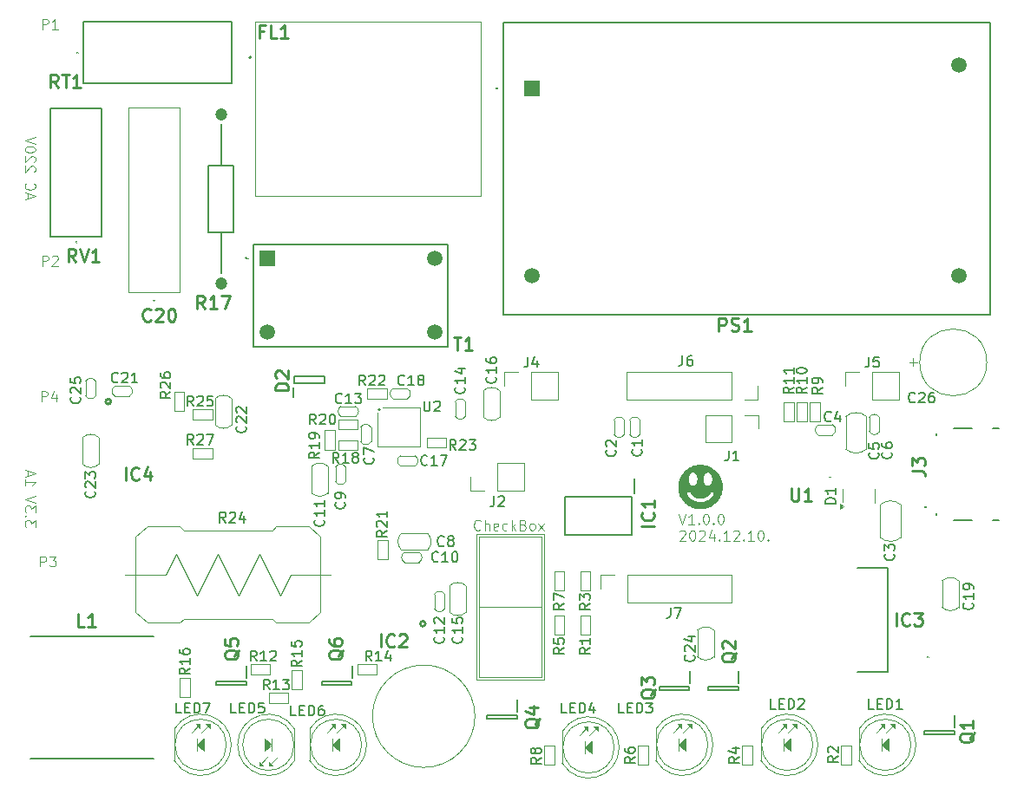
<source format=gbr>
%TF.GenerationSoftware,KiCad,Pcbnew,8.0.7-8.0.7-0~ubuntu22.04.1*%
%TF.CreationDate,2024-12-10T13:55:57+09:00*%
%TF.ProjectId,MRM5-tester,4d524d35-2d74-4657-9374-65722e6b6963,rev?*%
%TF.SameCoordinates,Original*%
%TF.FileFunction,Legend,Top*%
%TF.FilePolarity,Positive*%
%FSLAX46Y46*%
G04 Gerber Fmt 4.6, Leading zero omitted, Abs format (unit mm)*
G04 Created by KiCad (PCBNEW 8.0.7-8.0.7-0~ubuntu22.04.1) date 2024-12-10 13:55:57*
%MOMM*%
%LPD*%
G01*
G04 APERTURE LIST*
%ADD10C,0.100000*%
%ADD11C,0.150000*%
%ADD12C,0.254000*%
%ADD13C,0.120000*%
%ADD14C,0.200000*%
%ADD15C,0.127000*%
%ADD16C,0.125000*%
%ADD17C,0.000000*%
%ADD18R,1.500000X1.500000*%
%ADD19C,1.500000*%
%ADD20C,1.200000*%
G04 APERTURE END LIST*
D10*
X148195312Y-113823180D02*
X148147693Y-113870800D01*
X148147693Y-113870800D02*
X148004836Y-113918419D01*
X148004836Y-113918419D02*
X147909598Y-113918419D01*
X147909598Y-113918419D02*
X147766741Y-113870800D01*
X147766741Y-113870800D02*
X147671503Y-113775561D01*
X147671503Y-113775561D02*
X147623884Y-113680323D01*
X147623884Y-113680323D02*
X147576265Y-113489847D01*
X147576265Y-113489847D02*
X147576265Y-113346990D01*
X147576265Y-113346990D02*
X147623884Y-113156514D01*
X147623884Y-113156514D02*
X147671503Y-113061276D01*
X147671503Y-113061276D02*
X147766741Y-112966038D01*
X147766741Y-112966038D02*
X147909598Y-112918419D01*
X147909598Y-112918419D02*
X148004836Y-112918419D01*
X148004836Y-112918419D02*
X148147693Y-112966038D01*
X148147693Y-112966038D02*
X148195312Y-113013657D01*
X148623884Y-113918419D02*
X148623884Y-112918419D01*
X149052455Y-113918419D02*
X149052455Y-113394609D01*
X149052455Y-113394609D02*
X149004836Y-113299371D01*
X149004836Y-113299371D02*
X148909598Y-113251752D01*
X148909598Y-113251752D02*
X148766741Y-113251752D01*
X148766741Y-113251752D02*
X148671503Y-113299371D01*
X148671503Y-113299371D02*
X148623884Y-113346990D01*
X149909598Y-113870800D02*
X149814360Y-113918419D01*
X149814360Y-113918419D02*
X149623884Y-113918419D01*
X149623884Y-113918419D02*
X149528646Y-113870800D01*
X149528646Y-113870800D02*
X149481027Y-113775561D01*
X149481027Y-113775561D02*
X149481027Y-113394609D01*
X149481027Y-113394609D02*
X149528646Y-113299371D01*
X149528646Y-113299371D02*
X149623884Y-113251752D01*
X149623884Y-113251752D02*
X149814360Y-113251752D01*
X149814360Y-113251752D02*
X149909598Y-113299371D01*
X149909598Y-113299371D02*
X149957217Y-113394609D01*
X149957217Y-113394609D02*
X149957217Y-113489847D01*
X149957217Y-113489847D02*
X149481027Y-113585085D01*
X150814360Y-113870800D02*
X150719122Y-113918419D01*
X150719122Y-113918419D02*
X150528646Y-113918419D01*
X150528646Y-113918419D02*
X150433408Y-113870800D01*
X150433408Y-113870800D02*
X150385789Y-113823180D01*
X150385789Y-113823180D02*
X150338170Y-113727942D01*
X150338170Y-113727942D02*
X150338170Y-113442228D01*
X150338170Y-113442228D02*
X150385789Y-113346990D01*
X150385789Y-113346990D02*
X150433408Y-113299371D01*
X150433408Y-113299371D02*
X150528646Y-113251752D01*
X150528646Y-113251752D02*
X150719122Y-113251752D01*
X150719122Y-113251752D02*
X150814360Y-113299371D01*
X151242932Y-113918419D02*
X151242932Y-112918419D01*
X151338170Y-113537466D02*
X151623884Y-113918419D01*
X151623884Y-113251752D02*
X151242932Y-113632704D01*
X152385789Y-113394609D02*
X152528646Y-113442228D01*
X152528646Y-113442228D02*
X152576265Y-113489847D01*
X152576265Y-113489847D02*
X152623884Y-113585085D01*
X152623884Y-113585085D02*
X152623884Y-113727942D01*
X152623884Y-113727942D02*
X152576265Y-113823180D01*
X152576265Y-113823180D02*
X152528646Y-113870800D01*
X152528646Y-113870800D02*
X152433408Y-113918419D01*
X152433408Y-113918419D02*
X152052456Y-113918419D01*
X152052456Y-113918419D02*
X152052456Y-112918419D01*
X152052456Y-112918419D02*
X152385789Y-112918419D01*
X152385789Y-112918419D02*
X152481027Y-112966038D01*
X152481027Y-112966038D02*
X152528646Y-113013657D01*
X152528646Y-113013657D02*
X152576265Y-113108895D01*
X152576265Y-113108895D02*
X152576265Y-113204133D01*
X152576265Y-113204133D02*
X152528646Y-113299371D01*
X152528646Y-113299371D02*
X152481027Y-113346990D01*
X152481027Y-113346990D02*
X152385789Y-113394609D01*
X152385789Y-113394609D02*
X152052456Y-113394609D01*
X153195313Y-113918419D02*
X153100075Y-113870800D01*
X153100075Y-113870800D02*
X153052456Y-113823180D01*
X153052456Y-113823180D02*
X153004837Y-113727942D01*
X153004837Y-113727942D02*
X153004837Y-113442228D01*
X153004837Y-113442228D02*
X153052456Y-113346990D01*
X153052456Y-113346990D02*
X153100075Y-113299371D01*
X153100075Y-113299371D02*
X153195313Y-113251752D01*
X153195313Y-113251752D02*
X153338170Y-113251752D01*
X153338170Y-113251752D02*
X153433408Y-113299371D01*
X153433408Y-113299371D02*
X153481027Y-113346990D01*
X153481027Y-113346990D02*
X153528646Y-113442228D01*
X153528646Y-113442228D02*
X153528646Y-113727942D01*
X153528646Y-113727942D02*
X153481027Y-113823180D01*
X153481027Y-113823180D02*
X153433408Y-113870800D01*
X153433408Y-113870800D02*
X153338170Y-113918419D01*
X153338170Y-113918419D02*
X153195313Y-113918419D01*
X153861980Y-113918419D02*
X154385789Y-113251752D01*
X153861980Y-113251752D02*
X154385789Y-113918419D01*
X147828000Y-114300000D02*
X154432000Y-114300000D01*
X154432000Y-128524000D01*
X147828000Y-128524000D01*
X147828000Y-114300000D01*
X148082000Y-114554000D02*
X154178000Y-114554000D01*
X154178000Y-121412000D01*
X148082000Y-121412000D01*
X148082000Y-114554000D01*
X148082000Y-114554000D02*
X154178000Y-114554000D01*
X154178000Y-128270000D01*
X148082000Y-128270000D01*
X148082000Y-114554000D01*
X167547027Y-112324475D02*
X167880360Y-113324475D01*
X167880360Y-113324475D02*
X168213693Y-112324475D01*
X169070836Y-113324475D02*
X168499408Y-113324475D01*
X168785122Y-113324475D02*
X168785122Y-112324475D01*
X168785122Y-112324475D02*
X168689884Y-112467332D01*
X168689884Y-112467332D02*
X168594646Y-112562570D01*
X168594646Y-112562570D02*
X168499408Y-112610189D01*
X169499408Y-113229236D02*
X169547027Y-113276856D01*
X169547027Y-113276856D02*
X169499408Y-113324475D01*
X169499408Y-113324475D02*
X169451789Y-113276856D01*
X169451789Y-113276856D02*
X169499408Y-113229236D01*
X169499408Y-113229236D02*
X169499408Y-113324475D01*
X170166074Y-112324475D02*
X170261312Y-112324475D01*
X170261312Y-112324475D02*
X170356550Y-112372094D01*
X170356550Y-112372094D02*
X170404169Y-112419713D01*
X170404169Y-112419713D02*
X170451788Y-112514951D01*
X170451788Y-112514951D02*
X170499407Y-112705427D01*
X170499407Y-112705427D02*
X170499407Y-112943522D01*
X170499407Y-112943522D02*
X170451788Y-113133998D01*
X170451788Y-113133998D02*
X170404169Y-113229236D01*
X170404169Y-113229236D02*
X170356550Y-113276856D01*
X170356550Y-113276856D02*
X170261312Y-113324475D01*
X170261312Y-113324475D02*
X170166074Y-113324475D01*
X170166074Y-113324475D02*
X170070836Y-113276856D01*
X170070836Y-113276856D02*
X170023217Y-113229236D01*
X170023217Y-113229236D02*
X169975598Y-113133998D01*
X169975598Y-113133998D02*
X169927979Y-112943522D01*
X169927979Y-112943522D02*
X169927979Y-112705427D01*
X169927979Y-112705427D02*
X169975598Y-112514951D01*
X169975598Y-112514951D02*
X170023217Y-112419713D01*
X170023217Y-112419713D02*
X170070836Y-112372094D01*
X170070836Y-112372094D02*
X170166074Y-112324475D01*
X170927979Y-113229236D02*
X170975598Y-113276856D01*
X170975598Y-113276856D02*
X170927979Y-113324475D01*
X170927979Y-113324475D02*
X170880360Y-113276856D01*
X170880360Y-113276856D02*
X170927979Y-113229236D01*
X170927979Y-113229236D02*
X170927979Y-113324475D01*
X171594645Y-112324475D02*
X171689883Y-112324475D01*
X171689883Y-112324475D02*
X171785121Y-112372094D01*
X171785121Y-112372094D02*
X171832740Y-112419713D01*
X171832740Y-112419713D02*
X171880359Y-112514951D01*
X171880359Y-112514951D02*
X171927978Y-112705427D01*
X171927978Y-112705427D02*
X171927978Y-112943522D01*
X171927978Y-112943522D02*
X171880359Y-113133998D01*
X171880359Y-113133998D02*
X171832740Y-113229236D01*
X171832740Y-113229236D02*
X171785121Y-113276856D01*
X171785121Y-113276856D02*
X171689883Y-113324475D01*
X171689883Y-113324475D02*
X171594645Y-113324475D01*
X171594645Y-113324475D02*
X171499407Y-113276856D01*
X171499407Y-113276856D02*
X171451788Y-113229236D01*
X171451788Y-113229236D02*
X171404169Y-113133998D01*
X171404169Y-113133998D02*
X171356550Y-112943522D01*
X171356550Y-112943522D02*
X171356550Y-112705427D01*
X171356550Y-112705427D02*
X171404169Y-112514951D01*
X171404169Y-112514951D02*
X171451788Y-112419713D01*
X171451788Y-112419713D02*
X171499407Y-112372094D01*
X171499407Y-112372094D02*
X171594645Y-112324475D01*
X167642265Y-114029657D02*
X167689884Y-113982038D01*
X167689884Y-113982038D02*
X167785122Y-113934419D01*
X167785122Y-113934419D02*
X168023217Y-113934419D01*
X168023217Y-113934419D02*
X168118455Y-113982038D01*
X168118455Y-113982038D02*
X168166074Y-114029657D01*
X168166074Y-114029657D02*
X168213693Y-114124895D01*
X168213693Y-114124895D02*
X168213693Y-114220133D01*
X168213693Y-114220133D02*
X168166074Y-114362990D01*
X168166074Y-114362990D02*
X167594646Y-114934419D01*
X167594646Y-114934419D02*
X168213693Y-114934419D01*
X168832741Y-113934419D02*
X168927979Y-113934419D01*
X168927979Y-113934419D02*
X169023217Y-113982038D01*
X169023217Y-113982038D02*
X169070836Y-114029657D01*
X169070836Y-114029657D02*
X169118455Y-114124895D01*
X169118455Y-114124895D02*
X169166074Y-114315371D01*
X169166074Y-114315371D02*
X169166074Y-114553466D01*
X169166074Y-114553466D02*
X169118455Y-114743942D01*
X169118455Y-114743942D02*
X169070836Y-114839180D01*
X169070836Y-114839180D02*
X169023217Y-114886800D01*
X169023217Y-114886800D02*
X168927979Y-114934419D01*
X168927979Y-114934419D02*
X168832741Y-114934419D01*
X168832741Y-114934419D02*
X168737503Y-114886800D01*
X168737503Y-114886800D02*
X168689884Y-114839180D01*
X168689884Y-114839180D02*
X168642265Y-114743942D01*
X168642265Y-114743942D02*
X168594646Y-114553466D01*
X168594646Y-114553466D02*
X168594646Y-114315371D01*
X168594646Y-114315371D02*
X168642265Y-114124895D01*
X168642265Y-114124895D02*
X168689884Y-114029657D01*
X168689884Y-114029657D02*
X168737503Y-113982038D01*
X168737503Y-113982038D02*
X168832741Y-113934419D01*
X169547027Y-114029657D02*
X169594646Y-113982038D01*
X169594646Y-113982038D02*
X169689884Y-113934419D01*
X169689884Y-113934419D02*
X169927979Y-113934419D01*
X169927979Y-113934419D02*
X170023217Y-113982038D01*
X170023217Y-113982038D02*
X170070836Y-114029657D01*
X170070836Y-114029657D02*
X170118455Y-114124895D01*
X170118455Y-114124895D02*
X170118455Y-114220133D01*
X170118455Y-114220133D02*
X170070836Y-114362990D01*
X170070836Y-114362990D02*
X169499408Y-114934419D01*
X169499408Y-114934419D02*
X170118455Y-114934419D01*
X170975598Y-114267752D02*
X170975598Y-114934419D01*
X170737503Y-113886800D02*
X170499408Y-114601085D01*
X170499408Y-114601085D02*
X171118455Y-114601085D01*
X171499408Y-114839180D02*
X171547027Y-114886800D01*
X171547027Y-114886800D02*
X171499408Y-114934419D01*
X171499408Y-114934419D02*
X171451789Y-114886800D01*
X171451789Y-114886800D02*
X171499408Y-114839180D01*
X171499408Y-114839180D02*
X171499408Y-114934419D01*
X172499407Y-114934419D02*
X171927979Y-114934419D01*
X172213693Y-114934419D02*
X172213693Y-113934419D01*
X172213693Y-113934419D02*
X172118455Y-114077276D01*
X172118455Y-114077276D02*
X172023217Y-114172514D01*
X172023217Y-114172514D02*
X171927979Y-114220133D01*
X172880360Y-114029657D02*
X172927979Y-113982038D01*
X172927979Y-113982038D02*
X173023217Y-113934419D01*
X173023217Y-113934419D02*
X173261312Y-113934419D01*
X173261312Y-113934419D02*
X173356550Y-113982038D01*
X173356550Y-113982038D02*
X173404169Y-114029657D01*
X173404169Y-114029657D02*
X173451788Y-114124895D01*
X173451788Y-114124895D02*
X173451788Y-114220133D01*
X173451788Y-114220133D02*
X173404169Y-114362990D01*
X173404169Y-114362990D02*
X172832741Y-114934419D01*
X172832741Y-114934419D02*
X173451788Y-114934419D01*
X173880360Y-114839180D02*
X173927979Y-114886800D01*
X173927979Y-114886800D02*
X173880360Y-114934419D01*
X173880360Y-114934419D02*
X173832741Y-114886800D01*
X173832741Y-114886800D02*
X173880360Y-114839180D01*
X173880360Y-114839180D02*
X173880360Y-114934419D01*
X174880359Y-114934419D02*
X174308931Y-114934419D01*
X174594645Y-114934419D02*
X174594645Y-113934419D01*
X174594645Y-113934419D02*
X174499407Y-114077276D01*
X174499407Y-114077276D02*
X174404169Y-114172514D01*
X174404169Y-114172514D02*
X174308931Y-114220133D01*
X175499407Y-113934419D02*
X175594645Y-113934419D01*
X175594645Y-113934419D02*
X175689883Y-113982038D01*
X175689883Y-113982038D02*
X175737502Y-114029657D01*
X175737502Y-114029657D02*
X175785121Y-114124895D01*
X175785121Y-114124895D02*
X175832740Y-114315371D01*
X175832740Y-114315371D02*
X175832740Y-114553466D01*
X175832740Y-114553466D02*
X175785121Y-114743942D01*
X175785121Y-114743942D02*
X175737502Y-114839180D01*
X175737502Y-114839180D02*
X175689883Y-114886800D01*
X175689883Y-114886800D02*
X175594645Y-114934419D01*
X175594645Y-114934419D02*
X175499407Y-114934419D01*
X175499407Y-114934419D02*
X175404169Y-114886800D01*
X175404169Y-114886800D02*
X175356550Y-114839180D01*
X175356550Y-114839180D02*
X175308931Y-114743942D01*
X175308931Y-114743942D02*
X175261312Y-114553466D01*
X175261312Y-114553466D02*
X175261312Y-114315371D01*
X175261312Y-114315371D02*
X175308931Y-114124895D01*
X175308931Y-114124895D02*
X175356550Y-114029657D01*
X175356550Y-114029657D02*
X175404169Y-113982038D01*
X175404169Y-113982038D02*
X175499407Y-113934419D01*
X176261312Y-114839180D02*
X176308931Y-114886800D01*
X176308931Y-114886800D02*
X176261312Y-114934419D01*
X176261312Y-114934419D02*
X176213693Y-114886800D01*
X176213693Y-114886800D02*
X176261312Y-114839180D01*
X176261312Y-114839180D02*
X176261312Y-114934419D01*
X104045295Y-81531734D02*
X104045295Y-81055544D01*
X103759580Y-81626972D02*
X104759580Y-81293639D01*
X104759580Y-81293639D02*
X103759580Y-80960306D01*
X103854819Y-80055544D02*
X103807200Y-80103163D01*
X103807200Y-80103163D02*
X103759580Y-80246020D01*
X103759580Y-80246020D02*
X103759580Y-80341258D01*
X103759580Y-80341258D02*
X103807200Y-80484115D01*
X103807200Y-80484115D02*
X103902438Y-80579353D01*
X103902438Y-80579353D02*
X103997676Y-80626972D01*
X103997676Y-80626972D02*
X104188152Y-80674591D01*
X104188152Y-80674591D02*
X104331009Y-80674591D01*
X104331009Y-80674591D02*
X104521485Y-80626972D01*
X104521485Y-80626972D02*
X104616723Y-80579353D01*
X104616723Y-80579353D02*
X104711961Y-80484115D01*
X104711961Y-80484115D02*
X104759580Y-80341258D01*
X104759580Y-80341258D02*
X104759580Y-80246020D01*
X104759580Y-80246020D02*
X104711961Y-80103163D01*
X104711961Y-80103163D02*
X104664342Y-80055544D01*
X104664342Y-78912686D02*
X104711961Y-78865067D01*
X104711961Y-78865067D02*
X104759580Y-78769829D01*
X104759580Y-78769829D02*
X104759580Y-78531734D01*
X104759580Y-78531734D02*
X104711961Y-78436496D01*
X104711961Y-78436496D02*
X104664342Y-78388877D01*
X104664342Y-78388877D02*
X104569104Y-78341258D01*
X104569104Y-78341258D02*
X104473866Y-78341258D01*
X104473866Y-78341258D02*
X104331009Y-78388877D01*
X104331009Y-78388877D02*
X103759580Y-78960305D01*
X103759580Y-78960305D02*
X103759580Y-78341258D01*
X104664342Y-77960305D02*
X104711961Y-77912686D01*
X104711961Y-77912686D02*
X104759580Y-77817448D01*
X104759580Y-77817448D02*
X104759580Y-77579353D01*
X104759580Y-77579353D02*
X104711961Y-77484115D01*
X104711961Y-77484115D02*
X104664342Y-77436496D01*
X104664342Y-77436496D02*
X104569104Y-77388877D01*
X104569104Y-77388877D02*
X104473866Y-77388877D01*
X104473866Y-77388877D02*
X104331009Y-77436496D01*
X104331009Y-77436496D02*
X103759580Y-78007924D01*
X103759580Y-78007924D02*
X103759580Y-77388877D01*
X104759580Y-76769829D02*
X104759580Y-76674591D01*
X104759580Y-76674591D02*
X104711961Y-76579353D01*
X104711961Y-76579353D02*
X104664342Y-76531734D01*
X104664342Y-76531734D02*
X104569104Y-76484115D01*
X104569104Y-76484115D02*
X104378628Y-76436496D01*
X104378628Y-76436496D02*
X104140533Y-76436496D01*
X104140533Y-76436496D02*
X103950057Y-76484115D01*
X103950057Y-76484115D02*
X103854819Y-76531734D01*
X103854819Y-76531734D02*
X103807200Y-76579353D01*
X103807200Y-76579353D02*
X103759580Y-76674591D01*
X103759580Y-76674591D02*
X103759580Y-76769829D01*
X103759580Y-76769829D02*
X103807200Y-76865067D01*
X103807200Y-76865067D02*
X103854819Y-76912686D01*
X103854819Y-76912686D02*
X103950057Y-76960305D01*
X103950057Y-76960305D02*
X104140533Y-77007924D01*
X104140533Y-77007924D02*
X104378628Y-77007924D01*
X104378628Y-77007924D02*
X104569104Y-76960305D01*
X104569104Y-76960305D02*
X104664342Y-76912686D01*
X104664342Y-76912686D02*
X104711961Y-76865067D01*
X104711961Y-76865067D02*
X104759580Y-76769829D01*
X104759580Y-76150781D02*
X103759580Y-75817448D01*
X103759580Y-75817448D02*
X104759580Y-75484115D01*
X104759580Y-113583353D02*
X104759580Y-112964306D01*
X104759580Y-112964306D02*
X104378628Y-113297639D01*
X104378628Y-113297639D02*
X104378628Y-113154782D01*
X104378628Y-113154782D02*
X104331009Y-113059544D01*
X104331009Y-113059544D02*
X104283390Y-113011925D01*
X104283390Y-113011925D02*
X104188152Y-112964306D01*
X104188152Y-112964306D02*
X103950057Y-112964306D01*
X103950057Y-112964306D02*
X103854819Y-113011925D01*
X103854819Y-113011925D02*
X103807200Y-113059544D01*
X103807200Y-113059544D02*
X103759580Y-113154782D01*
X103759580Y-113154782D02*
X103759580Y-113440496D01*
X103759580Y-113440496D02*
X103807200Y-113535734D01*
X103807200Y-113535734D02*
X103854819Y-113583353D01*
X103854819Y-112535734D02*
X103807200Y-112488115D01*
X103807200Y-112488115D02*
X103759580Y-112535734D01*
X103759580Y-112535734D02*
X103807200Y-112583353D01*
X103807200Y-112583353D02*
X103854819Y-112535734D01*
X103854819Y-112535734D02*
X103759580Y-112535734D01*
X104759580Y-112154782D02*
X104759580Y-111535735D01*
X104759580Y-111535735D02*
X104378628Y-111869068D01*
X104378628Y-111869068D02*
X104378628Y-111726211D01*
X104378628Y-111726211D02*
X104331009Y-111630973D01*
X104331009Y-111630973D02*
X104283390Y-111583354D01*
X104283390Y-111583354D02*
X104188152Y-111535735D01*
X104188152Y-111535735D02*
X103950057Y-111535735D01*
X103950057Y-111535735D02*
X103854819Y-111583354D01*
X103854819Y-111583354D02*
X103807200Y-111630973D01*
X103807200Y-111630973D02*
X103759580Y-111726211D01*
X103759580Y-111726211D02*
X103759580Y-112011925D01*
X103759580Y-112011925D02*
X103807200Y-112107163D01*
X103807200Y-112107163D02*
X103854819Y-112154782D01*
X104759580Y-111250020D02*
X103759580Y-110916687D01*
X103759580Y-110916687D02*
X104759580Y-110583354D01*
X103759580Y-108964306D02*
X103759580Y-109535734D01*
X103759580Y-109250020D02*
X104759580Y-109250020D01*
X104759580Y-109250020D02*
X104616723Y-109345258D01*
X104616723Y-109345258D02*
X104521485Y-109440496D01*
X104521485Y-109440496D02*
X104473866Y-109535734D01*
X104045295Y-108583353D02*
X104045295Y-108107163D01*
X103759580Y-108678591D02*
X104759580Y-108345258D01*
X104759580Y-108345258D02*
X103759580Y-108011925D01*
X147668000Y-132080000D02*
G75*
G02*
X137668000Y-132080000I-5000000J0D01*
G01*
X137668000Y-132080000D02*
G75*
G02*
X147668000Y-132080000I5000000J0D01*
G01*
X190053884Y-97491466D02*
X190815789Y-97491466D01*
X190434836Y-97872419D02*
X190434836Y-97110514D01*
D11*
X119022952Y-131772819D02*
X118546762Y-131772819D01*
X118546762Y-131772819D02*
X118546762Y-130772819D01*
X119356286Y-131249009D02*
X119689619Y-131249009D01*
X119832476Y-131772819D02*
X119356286Y-131772819D01*
X119356286Y-131772819D02*
X119356286Y-130772819D01*
X119356286Y-130772819D02*
X119832476Y-130772819D01*
X120261048Y-131772819D02*
X120261048Y-130772819D01*
X120261048Y-130772819D02*
X120499143Y-130772819D01*
X120499143Y-130772819D02*
X120642000Y-130820438D01*
X120642000Y-130820438D02*
X120737238Y-130915676D01*
X120737238Y-130915676D02*
X120784857Y-131010914D01*
X120784857Y-131010914D02*
X120832476Y-131201390D01*
X120832476Y-131201390D02*
X120832476Y-131344247D01*
X120832476Y-131344247D02*
X120784857Y-131534723D01*
X120784857Y-131534723D02*
X120737238Y-131629961D01*
X120737238Y-131629961D02*
X120642000Y-131725200D01*
X120642000Y-131725200D02*
X120499143Y-131772819D01*
X120499143Y-131772819D02*
X120261048Y-131772819D01*
X121165810Y-130772819D02*
X121832476Y-130772819D01*
X121832476Y-130772819D02*
X121403905Y-131772819D01*
X130198952Y-132026819D02*
X129722762Y-132026819D01*
X129722762Y-132026819D02*
X129722762Y-131026819D01*
X130532286Y-131503009D02*
X130865619Y-131503009D01*
X131008476Y-132026819D02*
X130532286Y-132026819D01*
X130532286Y-132026819D02*
X130532286Y-131026819D01*
X130532286Y-131026819D02*
X131008476Y-131026819D01*
X131437048Y-132026819D02*
X131437048Y-131026819D01*
X131437048Y-131026819D02*
X131675143Y-131026819D01*
X131675143Y-131026819D02*
X131818000Y-131074438D01*
X131818000Y-131074438D02*
X131913238Y-131169676D01*
X131913238Y-131169676D02*
X131960857Y-131264914D01*
X131960857Y-131264914D02*
X132008476Y-131455390D01*
X132008476Y-131455390D02*
X132008476Y-131598247D01*
X132008476Y-131598247D02*
X131960857Y-131788723D01*
X131960857Y-131788723D02*
X131913238Y-131883961D01*
X131913238Y-131883961D02*
X131818000Y-131979200D01*
X131818000Y-131979200D02*
X131675143Y-132026819D01*
X131675143Y-132026819D02*
X131437048Y-132026819D01*
X132865619Y-131026819D02*
X132675143Y-131026819D01*
X132675143Y-131026819D02*
X132579905Y-131074438D01*
X132579905Y-131074438D02*
X132532286Y-131122057D01*
X132532286Y-131122057D02*
X132437048Y-131264914D01*
X132437048Y-131264914D02*
X132389429Y-131455390D01*
X132389429Y-131455390D02*
X132389429Y-131836342D01*
X132389429Y-131836342D02*
X132437048Y-131931580D01*
X132437048Y-131931580D02*
X132484667Y-131979200D01*
X132484667Y-131979200D02*
X132579905Y-132026819D01*
X132579905Y-132026819D02*
X132770381Y-132026819D01*
X132770381Y-132026819D02*
X132865619Y-131979200D01*
X132865619Y-131979200D02*
X132913238Y-131931580D01*
X132913238Y-131931580D02*
X132960857Y-131836342D01*
X132960857Y-131836342D02*
X132960857Y-131598247D01*
X132960857Y-131598247D02*
X132913238Y-131503009D01*
X132913238Y-131503009D02*
X132865619Y-131455390D01*
X132865619Y-131455390D02*
X132770381Y-131407771D01*
X132770381Y-131407771D02*
X132579905Y-131407771D01*
X132579905Y-131407771D02*
X132484667Y-131455390D01*
X132484667Y-131455390D02*
X132437048Y-131503009D01*
X132437048Y-131503009D02*
X132389429Y-131598247D01*
X124356952Y-131772819D02*
X123880762Y-131772819D01*
X123880762Y-131772819D02*
X123880762Y-130772819D01*
X124690286Y-131249009D02*
X125023619Y-131249009D01*
X125166476Y-131772819D02*
X124690286Y-131772819D01*
X124690286Y-131772819D02*
X124690286Y-130772819D01*
X124690286Y-130772819D02*
X125166476Y-130772819D01*
X125595048Y-131772819D02*
X125595048Y-130772819D01*
X125595048Y-130772819D02*
X125833143Y-130772819D01*
X125833143Y-130772819D02*
X125976000Y-130820438D01*
X125976000Y-130820438D02*
X126071238Y-130915676D01*
X126071238Y-130915676D02*
X126118857Y-131010914D01*
X126118857Y-131010914D02*
X126166476Y-131201390D01*
X126166476Y-131201390D02*
X126166476Y-131344247D01*
X126166476Y-131344247D02*
X126118857Y-131534723D01*
X126118857Y-131534723D02*
X126071238Y-131629961D01*
X126071238Y-131629961D02*
X125976000Y-131725200D01*
X125976000Y-131725200D02*
X125833143Y-131772819D01*
X125833143Y-131772819D02*
X125595048Y-131772819D01*
X127071238Y-130772819D02*
X126595048Y-130772819D01*
X126595048Y-130772819D02*
X126547429Y-131249009D01*
X126547429Y-131249009D02*
X126595048Y-131201390D01*
X126595048Y-131201390D02*
X126690286Y-131153771D01*
X126690286Y-131153771D02*
X126928381Y-131153771D01*
X126928381Y-131153771D02*
X127023619Y-131201390D01*
X127023619Y-131201390D02*
X127071238Y-131249009D01*
X127071238Y-131249009D02*
X127118857Y-131344247D01*
X127118857Y-131344247D02*
X127118857Y-131582342D01*
X127118857Y-131582342D02*
X127071238Y-131677580D01*
X127071238Y-131677580D02*
X127023619Y-131725200D01*
X127023619Y-131725200D02*
X126928381Y-131772819D01*
X126928381Y-131772819D02*
X126690286Y-131772819D01*
X126690286Y-131772819D02*
X126595048Y-131725200D01*
X126595048Y-131725200D02*
X126547429Y-131677580D01*
X156614952Y-131772819D02*
X156138762Y-131772819D01*
X156138762Y-131772819D02*
X156138762Y-130772819D01*
X156948286Y-131249009D02*
X157281619Y-131249009D01*
X157424476Y-131772819D02*
X156948286Y-131772819D01*
X156948286Y-131772819D02*
X156948286Y-130772819D01*
X156948286Y-130772819D02*
X157424476Y-130772819D01*
X157853048Y-131772819D02*
X157853048Y-130772819D01*
X157853048Y-130772819D02*
X158091143Y-130772819D01*
X158091143Y-130772819D02*
X158234000Y-130820438D01*
X158234000Y-130820438D02*
X158329238Y-130915676D01*
X158329238Y-130915676D02*
X158376857Y-131010914D01*
X158376857Y-131010914D02*
X158424476Y-131201390D01*
X158424476Y-131201390D02*
X158424476Y-131344247D01*
X158424476Y-131344247D02*
X158376857Y-131534723D01*
X158376857Y-131534723D02*
X158329238Y-131629961D01*
X158329238Y-131629961D02*
X158234000Y-131725200D01*
X158234000Y-131725200D02*
X158091143Y-131772819D01*
X158091143Y-131772819D02*
X157853048Y-131772819D01*
X159281619Y-131106152D02*
X159281619Y-131772819D01*
X159043524Y-130725200D02*
X158805429Y-131439485D01*
X158805429Y-131439485D02*
X159424476Y-131439485D01*
X162202952Y-131772819D02*
X161726762Y-131772819D01*
X161726762Y-131772819D02*
X161726762Y-130772819D01*
X162536286Y-131249009D02*
X162869619Y-131249009D01*
X163012476Y-131772819D02*
X162536286Y-131772819D01*
X162536286Y-131772819D02*
X162536286Y-130772819D01*
X162536286Y-130772819D02*
X163012476Y-130772819D01*
X163441048Y-131772819D02*
X163441048Y-130772819D01*
X163441048Y-130772819D02*
X163679143Y-130772819D01*
X163679143Y-130772819D02*
X163822000Y-130820438D01*
X163822000Y-130820438D02*
X163917238Y-130915676D01*
X163917238Y-130915676D02*
X163964857Y-131010914D01*
X163964857Y-131010914D02*
X164012476Y-131201390D01*
X164012476Y-131201390D02*
X164012476Y-131344247D01*
X164012476Y-131344247D02*
X163964857Y-131534723D01*
X163964857Y-131534723D02*
X163917238Y-131629961D01*
X163917238Y-131629961D02*
X163822000Y-131725200D01*
X163822000Y-131725200D02*
X163679143Y-131772819D01*
X163679143Y-131772819D02*
X163441048Y-131772819D01*
X164345810Y-130772819D02*
X164964857Y-130772819D01*
X164964857Y-130772819D02*
X164631524Y-131153771D01*
X164631524Y-131153771D02*
X164774381Y-131153771D01*
X164774381Y-131153771D02*
X164869619Y-131201390D01*
X164869619Y-131201390D02*
X164917238Y-131249009D01*
X164917238Y-131249009D02*
X164964857Y-131344247D01*
X164964857Y-131344247D02*
X164964857Y-131582342D01*
X164964857Y-131582342D02*
X164917238Y-131677580D01*
X164917238Y-131677580D02*
X164869619Y-131725200D01*
X164869619Y-131725200D02*
X164774381Y-131772819D01*
X164774381Y-131772819D02*
X164488667Y-131772819D01*
X164488667Y-131772819D02*
X164393429Y-131725200D01*
X164393429Y-131725200D02*
X164345810Y-131677580D01*
X177019618Y-131368819D02*
X176543428Y-131368819D01*
X176543428Y-131368819D02*
X176543428Y-130368819D01*
X177352952Y-130845009D02*
X177686285Y-130845009D01*
X177829142Y-131368819D02*
X177352952Y-131368819D01*
X177352952Y-131368819D02*
X177352952Y-130368819D01*
X177352952Y-130368819D02*
X177829142Y-130368819D01*
X178257714Y-131368819D02*
X178257714Y-130368819D01*
X178257714Y-130368819D02*
X178495809Y-130368819D01*
X178495809Y-130368819D02*
X178638666Y-130416438D01*
X178638666Y-130416438D02*
X178733904Y-130511676D01*
X178733904Y-130511676D02*
X178781523Y-130606914D01*
X178781523Y-130606914D02*
X178829142Y-130797390D01*
X178829142Y-130797390D02*
X178829142Y-130940247D01*
X178829142Y-130940247D02*
X178781523Y-131130723D01*
X178781523Y-131130723D02*
X178733904Y-131225961D01*
X178733904Y-131225961D02*
X178638666Y-131321200D01*
X178638666Y-131321200D02*
X178495809Y-131368819D01*
X178495809Y-131368819D02*
X178257714Y-131368819D01*
X179210095Y-130464057D02*
X179257714Y-130416438D01*
X179257714Y-130416438D02*
X179352952Y-130368819D01*
X179352952Y-130368819D02*
X179591047Y-130368819D01*
X179591047Y-130368819D02*
X179686285Y-130416438D01*
X179686285Y-130416438D02*
X179733904Y-130464057D01*
X179733904Y-130464057D02*
X179781523Y-130559295D01*
X179781523Y-130559295D02*
X179781523Y-130654533D01*
X179781523Y-130654533D02*
X179733904Y-130797390D01*
X179733904Y-130797390D02*
X179162476Y-131368819D01*
X179162476Y-131368819D02*
X179781523Y-131368819D01*
X186586952Y-131368819D02*
X186110762Y-131368819D01*
X186110762Y-131368819D02*
X186110762Y-130368819D01*
X186920286Y-130845009D02*
X187253619Y-130845009D01*
X187396476Y-131368819D02*
X186920286Y-131368819D01*
X186920286Y-131368819D02*
X186920286Y-130368819D01*
X186920286Y-130368819D02*
X187396476Y-130368819D01*
X187825048Y-131368819D02*
X187825048Y-130368819D01*
X187825048Y-130368819D02*
X188063143Y-130368819D01*
X188063143Y-130368819D02*
X188206000Y-130416438D01*
X188206000Y-130416438D02*
X188301238Y-130511676D01*
X188301238Y-130511676D02*
X188348857Y-130606914D01*
X188348857Y-130606914D02*
X188396476Y-130797390D01*
X188396476Y-130797390D02*
X188396476Y-130940247D01*
X188396476Y-130940247D02*
X188348857Y-131130723D01*
X188348857Y-131130723D02*
X188301238Y-131225961D01*
X188301238Y-131225961D02*
X188206000Y-131321200D01*
X188206000Y-131321200D02*
X188063143Y-131368819D01*
X188063143Y-131368819D02*
X187825048Y-131368819D01*
X189348857Y-131368819D02*
X188777429Y-131368819D01*
X189063143Y-131368819D02*
X189063143Y-130368819D01*
X189063143Y-130368819D02*
X188967905Y-130511676D01*
X188967905Y-130511676D02*
X188872667Y-130606914D01*
X188872667Y-130606914D02*
X188777429Y-130654533D01*
X186102666Y-96990819D02*
X186102666Y-97705104D01*
X186102666Y-97705104D02*
X186055047Y-97847961D01*
X186055047Y-97847961D02*
X185959809Y-97943200D01*
X185959809Y-97943200D02*
X185816952Y-97990819D01*
X185816952Y-97990819D02*
X185721714Y-97990819D01*
X187055047Y-96990819D02*
X186578857Y-96990819D01*
X186578857Y-96990819D02*
X186531238Y-97467009D01*
X186531238Y-97467009D02*
X186578857Y-97419390D01*
X186578857Y-97419390D02*
X186674095Y-97371771D01*
X186674095Y-97371771D02*
X186912190Y-97371771D01*
X186912190Y-97371771D02*
X187007428Y-97419390D01*
X187007428Y-97419390D02*
X187055047Y-97467009D01*
X187055047Y-97467009D02*
X187102666Y-97562247D01*
X187102666Y-97562247D02*
X187102666Y-97800342D01*
X187102666Y-97800342D02*
X187055047Y-97895580D01*
X187055047Y-97895580D02*
X187007428Y-97943200D01*
X187007428Y-97943200D02*
X186912190Y-97990819D01*
X186912190Y-97990819D02*
X186674095Y-97990819D01*
X186674095Y-97990819D02*
X186578857Y-97943200D01*
X186578857Y-97943200D02*
X186531238Y-97895580D01*
X152828666Y-96990819D02*
X152828666Y-97705104D01*
X152828666Y-97705104D02*
X152781047Y-97847961D01*
X152781047Y-97847961D02*
X152685809Y-97943200D01*
X152685809Y-97943200D02*
X152542952Y-97990819D01*
X152542952Y-97990819D02*
X152447714Y-97990819D01*
X153733428Y-97324152D02*
X153733428Y-97990819D01*
X153495333Y-96943200D02*
X153257238Y-97657485D01*
X153257238Y-97657485D02*
X153876285Y-97657485D01*
D12*
X165166318Y-113507762D02*
X163896318Y-113507762D01*
X165045365Y-112177285D02*
X165105842Y-112237761D01*
X165105842Y-112237761D02*
X165166318Y-112419190D01*
X165166318Y-112419190D02*
X165166318Y-112540142D01*
X165166318Y-112540142D02*
X165105842Y-112721571D01*
X165105842Y-112721571D02*
X164984889Y-112842523D01*
X164984889Y-112842523D02*
X164863937Y-112903000D01*
X164863937Y-112903000D02*
X164622032Y-112963476D01*
X164622032Y-112963476D02*
X164440603Y-112963476D01*
X164440603Y-112963476D02*
X164198699Y-112903000D01*
X164198699Y-112903000D02*
X164077746Y-112842523D01*
X164077746Y-112842523D02*
X163956794Y-112721571D01*
X163956794Y-112721571D02*
X163896318Y-112540142D01*
X163896318Y-112540142D02*
X163896318Y-112419190D01*
X163896318Y-112419190D02*
X163956794Y-112237761D01*
X163956794Y-112237761D02*
X164017270Y-112177285D01*
X165166318Y-110967761D02*
X165166318Y-111693476D01*
X165166318Y-111330619D02*
X163896318Y-111330619D01*
X163896318Y-111330619D02*
X164077746Y-111451571D01*
X164077746Y-111451571D02*
X164198699Y-111572523D01*
X164198699Y-111572523D02*
X164259175Y-111693476D01*
D11*
X188517580Y-116244666D02*
X188565200Y-116292285D01*
X188565200Y-116292285D02*
X188612819Y-116435142D01*
X188612819Y-116435142D02*
X188612819Y-116530380D01*
X188612819Y-116530380D02*
X188565200Y-116673237D01*
X188565200Y-116673237D02*
X188469961Y-116768475D01*
X188469961Y-116768475D02*
X188374723Y-116816094D01*
X188374723Y-116816094D02*
X188184247Y-116863713D01*
X188184247Y-116863713D02*
X188041390Y-116863713D01*
X188041390Y-116863713D02*
X187850914Y-116816094D01*
X187850914Y-116816094D02*
X187755676Y-116768475D01*
X187755676Y-116768475D02*
X187660438Y-116673237D01*
X187660438Y-116673237D02*
X187612819Y-116530380D01*
X187612819Y-116530380D02*
X187612819Y-116435142D01*
X187612819Y-116435142D02*
X187660438Y-116292285D01*
X187660438Y-116292285D02*
X187708057Y-116244666D01*
X187612819Y-115911332D02*
X187612819Y-115292285D01*
X187612819Y-115292285D02*
X187993771Y-115625618D01*
X187993771Y-115625618D02*
X187993771Y-115482761D01*
X187993771Y-115482761D02*
X188041390Y-115387523D01*
X188041390Y-115387523D02*
X188089009Y-115339904D01*
X188089009Y-115339904D02*
X188184247Y-115292285D01*
X188184247Y-115292285D02*
X188422342Y-115292285D01*
X188422342Y-115292285D02*
X188517580Y-115339904D01*
X188517580Y-115339904D02*
X188565200Y-115387523D01*
X188565200Y-115387523D02*
X188612819Y-115482761D01*
X188612819Y-115482761D02*
X188612819Y-115768475D01*
X188612819Y-115768475D02*
X188565200Y-115863713D01*
X188565200Y-115863713D02*
X188517580Y-115911332D01*
X144575580Y-124340857D02*
X144623200Y-124388476D01*
X144623200Y-124388476D02*
X144670819Y-124531333D01*
X144670819Y-124531333D02*
X144670819Y-124626571D01*
X144670819Y-124626571D02*
X144623200Y-124769428D01*
X144623200Y-124769428D02*
X144527961Y-124864666D01*
X144527961Y-124864666D02*
X144432723Y-124912285D01*
X144432723Y-124912285D02*
X144242247Y-124959904D01*
X144242247Y-124959904D02*
X144099390Y-124959904D01*
X144099390Y-124959904D02*
X143908914Y-124912285D01*
X143908914Y-124912285D02*
X143813676Y-124864666D01*
X143813676Y-124864666D02*
X143718438Y-124769428D01*
X143718438Y-124769428D02*
X143670819Y-124626571D01*
X143670819Y-124626571D02*
X143670819Y-124531333D01*
X143670819Y-124531333D02*
X143718438Y-124388476D01*
X143718438Y-124388476D02*
X143766057Y-124340857D01*
X144670819Y-123388476D02*
X144670819Y-123959904D01*
X144670819Y-123674190D02*
X143670819Y-123674190D01*
X143670819Y-123674190D02*
X143813676Y-123769428D01*
X143813676Y-123769428D02*
X143908914Y-123864666D01*
X143908914Y-123864666D02*
X143956533Y-123959904D01*
X143766057Y-123007523D02*
X143718438Y-122959904D01*
X143718438Y-122959904D02*
X143670819Y-122864666D01*
X143670819Y-122864666D02*
X143670819Y-122626571D01*
X143670819Y-122626571D02*
X143718438Y-122531333D01*
X143718438Y-122531333D02*
X143766057Y-122483714D01*
X143766057Y-122483714D02*
X143861295Y-122436095D01*
X143861295Y-122436095D02*
X143956533Y-122436095D01*
X143956533Y-122436095D02*
X144099390Y-122483714D01*
X144099390Y-122483714D02*
X144670819Y-123055142D01*
X144670819Y-123055142D02*
X144670819Y-122436095D01*
X145811142Y-106070819D02*
X145477809Y-105594628D01*
X145239714Y-106070819D02*
X145239714Y-105070819D01*
X145239714Y-105070819D02*
X145620666Y-105070819D01*
X145620666Y-105070819D02*
X145715904Y-105118438D01*
X145715904Y-105118438D02*
X145763523Y-105166057D01*
X145763523Y-105166057D02*
X145811142Y-105261295D01*
X145811142Y-105261295D02*
X145811142Y-105404152D01*
X145811142Y-105404152D02*
X145763523Y-105499390D01*
X145763523Y-105499390D02*
X145715904Y-105547009D01*
X145715904Y-105547009D02*
X145620666Y-105594628D01*
X145620666Y-105594628D02*
X145239714Y-105594628D01*
X146192095Y-105166057D02*
X146239714Y-105118438D01*
X146239714Y-105118438D02*
X146334952Y-105070819D01*
X146334952Y-105070819D02*
X146573047Y-105070819D01*
X146573047Y-105070819D02*
X146668285Y-105118438D01*
X146668285Y-105118438D02*
X146715904Y-105166057D01*
X146715904Y-105166057D02*
X146763523Y-105261295D01*
X146763523Y-105261295D02*
X146763523Y-105356533D01*
X146763523Y-105356533D02*
X146715904Y-105499390D01*
X146715904Y-105499390D02*
X146144476Y-106070819D01*
X146144476Y-106070819D02*
X146763523Y-106070819D01*
X147096857Y-105070819D02*
X147715904Y-105070819D01*
X147715904Y-105070819D02*
X147382571Y-105451771D01*
X147382571Y-105451771D02*
X147525428Y-105451771D01*
X147525428Y-105451771D02*
X147620666Y-105499390D01*
X147620666Y-105499390D02*
X147668285Y-105547009D01*
X147668285Y-105547009D02*
X147715904Y-105642247D01*
X147715904Y-105642247D02*
X147715904Y-105880342D01*
X147715904Y-105880342D02*
X147668285Y-105975580D01*
X147668285Y-105975580D02*
X147620666Y-106023200D01*
X147620666Y-106023200D02*
X147525428Y-106070819D01*
X147525428Y-106070819D02*
X147239714Y-106070819D01*
X147239714Y-106070819D02*
X147144476Y-106023200D01*
X147144476Y-106023200D02*
X147096857Y-105975580D01*
X134923580Y-111192666D02*
X134971200Y-111240285D01*
X134971200Y-111240285D02*
X135018819Y-111383142D01*
X135018819Y-111383142D02*
X135018819Y-111478380D01*
X135018819Y-111478380D02*
X134971200Y-111621237D01*
X134971200Y-111621237D02*
X134875961Y-111716475D01*
X134875961Y-111716475D02*
X134780723Y-111764094D01*
X134780723Y-111764094D02*
X134590247Y-111811713D01*
X134590247Y-111811713D02*
X134447390Y-111811713D01*
X134447390Y-111811713D02*
X134256914Y-111764094D01*
X134256914Y-111764094D02*
X134161676Y-111716475D01*
X134161676Y-111716475D02*
X134066438Y-111621237D01*
X134066438Y-111621237D02*
X134018819Y-111478380D01*
X134018819Y-111478380D02*
X134018819Y-111383142D01*
X134018819Y-111383142D02*
X134066438Y-111240285D01*
X134066438Y-111240285D02*
X134114057Y-111192666D01*
X135018819Y-110716475D02*
X135018819Y-110525999D01*
X135018819Y-110525999D02*
X134971200Y-110430761D01*
X134971200Y-110430761D02*
X134923580Y-110383142D01*
X134923580Y-110383142D02*
X134780723Y-110287904D01*
X134780723Y-110287904D02*
X134590247Y-110240285D01*
X134590247Y-110240285D02*
X134209295Y-110240285D01*
X134209295Y-110240285D02*
X134114057Y-110287904D01*
X134114057Y-110287904D02*
X134066438Y-110335523D01*
X134066438Y-110335523D02*
X134018819Y-110430761D01*
X134018819Y-110430761D02*
X134018819Y-110621237D01*
X134018819Y-110621237D02*
X134066438Y-110716475D01*
X134066438Y-110716475D02*
X134114057Y-110764094D01*
X134114057Y-110764094D02*
X134209295Y-110811713D01*
X134209295Y-110811713D02*
X134447390Y-110811713D01*
X134447390Y-110811713D02*
X134542628Y-110764094D01*
X134542628Y-110764094D02*
X134590247Y-110716475D01*
X134590247Y-110716475D02*
X134637866Y-110621237D01*
X134637866Y-110621237D02*
X134637866Y-110430761D01*
X134637866Y-110430761D02*
X134590247Y-110335523D01*
X134590247Y-110335523D02*
X134542628Y-110287904D01*
X134542628Y-110287904D02*
X134447390Y-110240285D01*
X169015580Y-126118857D02*
X169063200Y-126166476D01*
X169063200Y-126166476D02*
X169110819Y-126309333D01*
X169110819Y-126309333D02*
X169110819Y-126404571D01*
X169110819Y-126404571D02*
X169063200Y-126547428D01*
X169063200Y-126547428D02*
X168967961Y-126642666D01*
X168967961Y-126642666D02*
X168872723Y-126690285D01*
X168872723Y-126690285D02*
X168682247Y-126737904D01*
X168682247Y-126737904D02*
X168539390Y-126737904D01*
X168539390Y-126737904D02*
X168348914Y-126690285D01*
X168348914Y-126690285D02*
X168253676Y-126642666D01*
X168253676Y-126642666D02*
X168158438Y-126547428D01*
X168158438Y-126547428D02*
X168110819Y-126404571D01*
X168110819Y-126404571D02*
X168110819Y-126309333D01*
X168110819Y-126309333D02*
X168158438Y-126166476D01*
X168158438Y-126166476D02*
X168206057Y-126118857D01*
X168206057Y-125737904D02*
X168158438Y-125690285D01*
X168158438Y-125690285D02*
X168110819Y-125595047D01*
X168110819Y-125595047D02*
X168110819Y-125356952D01*
X168110819Y-125356952D02*
X168158438Y-125261714D01*
X168158438Y-125261714D02*
X168206057Y-125214095D01*
X168206057Y-125214095D02*
X168301295Y-125166476D01*
X168301295Y-125166476D02*
X168396533Y-125166476D01*
X168396533Y-125166476D02*
X168539390Y-125214095D01*
X168539390Y-125214095D02*
X169110819Y-125785523D01*
X169110819Y-125785523D02*
X169110819Y-125166476D01*
X168444152Y-124309333D02*
X169110819Y-124309333D01*
X168063200Y-124547428D02*
X168777485Y-124785523D01*
X168777485Y-124785523D02*
X168777485Y-124166476D01*
X149655580Y-98940857D02*
X149703200Y-98988476D01*
X149703200Y-98988476D02*
X149750819Y-99131333D01*
X149750819Y-99131333D02*
X149750819Y-99226571D01*
X149750819Y-99226571D02*
X149703200Y-99369428D01*
X149703200Y-99369428D02*
X149607961Y-99464666D01*
X149607961Y-99464666D02*
X149512723Y-99512285D01*
X149512723Y-99512285D02*
X149322247Y-99559904D01*
X149322247Y-99559904D02*
X149179390Y-99559904D01*
X149179390Y-99559904D02*
X148988914Y-99512285D01*
X148988914Y-99512285D02*
X148893676Y-99464666D01*
X148893676Y-99464666D02*
X148798438Y-99369428D01*
X148798438Y-99369428D02*
X148750819Y-99226571D01*
X148750819Y-99226571D02*
X148750819Y-99131333D01*
X148750819Y-99131333D02*
X148798438Y-98988476D01*
X148798438Y-98988476D02*
X148846057Y-98940857D01*
X149750819Y-97988476D02*
X149750819Y-98559904D01*
X149750819Y-98274190D02*
X148750819Y-98274190D01*
X148750819Y-98274190D02*
X148893676Y-98369428D01*
X148893676Y-98369428D02*
X148988914Y-98464666D01*
X148988914Y-98464666D02*
X149036533Y-98559904D01*
X148750819Y-97131333D02*
X148750819Y-97321809D01*
X148750819Y-97321809D02*
X148798438Y-97417047D01*
X148798438Y-97417047D02*
X148846057Y-97464666D01*
X148846057Y-97464666D02*
X148988914Y-97559904D01*
X148988914Y-97559904D02*
X149179390Y-97607523D01*
X149179390Y-97607523D02*
X149560342Y-97607523D01*
X149560342Y-97607523D02*
X149655580Y-97559904D01*
X149655580Y-97559904D02*
X149703200Y-97512285D01*
X149703200Y-97512285D02*
X149750819Y-97417047D01*
X149750819Y-97417047D02*
X149750819Y-97226571D01*
X149750819Y-97226571D02*
X149703200Y-97131333D01*
X149703200Y-97131333D02*
X149655580Y-97083714D01*
X149655580Y-97083714D02*
X149560342Y-97036095D01*
X149560342Y-97036095D02*
X149322247Y-97036095D01*
X149322247Y-97036095D02*
X149227009Y-97083714D01*
X149227009Y-97083714D02*
X149179390Y-97131333D01*
X149179390Y-97131333D02*
X149131771Y-97226571D01*
X149131771Y-97226571D02*
X149131771Y-97417047D01*
X149131771Y-97417047D02*
X149179390Y-97512285D01*
X149179390Y-97512285D02*
X149227009Y-97559904D01*
X149227009Y-97559904D02*
X149322247Y-97607523D01*
X132143142Y-103578819D02*
X131809809Y-103102628D01*
X131571714Y-103578819D02*
X131571714Y-102578819D01*
X131571714Y-102578819D02*
X131952666Y-102578819D01*
X131952666Y-102578819D02*
X132047904Y-102626438D01*
X132047904Y-102626438D02*
X132095523Y-102674057D01*
X132095523Y-102674057D02*
X132143142Y-102769295D01*
X132143142Y-102769295D02*
X132143142Y-102912152D01*
X132143142Y-102912152D02*
X132095523Y-103007390D01*
X132095523Y-103007390D02*
X132047904Y-103055009D01*
X132047904Y-103055009D02*
X131952666Y-103102628D01*
X131952666Y-103102628D02*
X131571714Y-103102628D01*
X132524095Y-102674057D02*
X132571714Y-102626438D01*
X132571714Y-102626438D02*
X132666952Y-102578819D01*
X132666952Y-102578819D02*
X132905047Y-102578819D01*
X132905047Y-102578819D02*
X133000285Y-102626438D01*
X133000285Y-102626438D02*
X133047904Y-102674057D01*
X133047904Y-102674057D02*
X133095523Y-102769295D01*
X133095523Y-102769295D02*
X133095523Y-102864533D01*
X133095523Y-102864533D02*
X133047904Y-103007390D01*
X133047904Y-103007390D02*
X132476476Y-103578819D01*
X132476476Y-103578819D02*
X133095523Y-103578819D01*
X133714571Y-102578819D02*
X133809809Y-102578819D01*
X133809809Y-102578819D02*
X133905047Y-102626438D01*
X133905047Y-102626438D02*
X133952666Y-102674057D01*
X133952666Y-102674057D02*
X134000285Y-102769295D01*
X134000285Y-102769295D02*
X134047904Y-102959771D01*
X134047904Y-102959771D02*
X134047904Y-103197866D01*
X134047904Y-103197866D02*
X134000285Y-103388342D01*
X134000285Y-103388342D02*
X133952666Y-103483580D01*
X133952666Y-103483580D02*
X133905047Y-103531200D01*
X133905047Y-103531200D02*
X133809809Y-103578819D01*
X133809809Y-103578819D02*
X133714571Y-103578819D01*
X133714571Y-103578819D02*
X133619333Y-103531200D01*
X133619333Y-103531200D02*
X133571714Y-103483580D01*
X133571714Y-103483580D02*
X133524095Y-103388342D01*
X133524095Y-103388342D02*
X133476476Y-103197866D01*
X133476476Y-103197866D02*
X133476476Y-102959771D01*
X133476476Y-102959771D02*
X133524095Y-102769295D01*
X133524095Y-102769295D02*
X133571714Y-102674057D01*
X133571714Y-102674057D02*
X133619333Y-102626438D01*
X133619333Y-102626438D02*
X133714571Y-102578819D01*
D10*
X105459905Y-64977419D02*
X105459905Y-63977419D01*
X105459905Y-63977419D02*
X105840857Y-63977419D01*
X105840857Y-63977419D02*
X105936095Y-64025038D01*
X105936095Y-64025038D02*
X105983714Y-64072657D01*
X105983714Y-64072657D02*
X106031333Y-64167895D01*
X106031333Y-64167895D02*
X106031333Y-64310752D01*
X106031333Y-64310752D02*
X105983714Y-64405990D01*
X105983714Y-64405990D02*
X105936095Y-64453609D01*
X105936095Y-64453609D02*
X105840857Y-64501228D01*
X105840857Y-64501228D02*
X105459905Y-64501228D01*
X106983714Y-64977419D02*
X106412286Y-64977419D01*
X106698000Y-64977419D02*
X106698000Y-63977419D01*
X106698000Y-63977419D02*
X106602762Y-64120276D01*
X106602762Y-64120276D02*
X106507524Y-64215514D01*
X106507524Y-64215514D02*
X106412286Y-64263133D01*
D12*
X109538333Y-123324318D02*
X108933571Y-123324318D01*
X108933571Y-123324318D02*
X108933571Y-122054318D01*
X110626905Y-123324318D02*
X109901190Y-123324318D01*
X110264047Y-123324318D02*
X110264047Y-122054318D01*
X110264047Y-122054318D02*
X110143095Y-122235746D01*
X110143095Y-122235746D02*
X110022143Y-122356699D01*
X110022143Y-122356699D02*
X109901190Y-122417175D01*
D11*
X186993580Y-106338666D02*
X187041200Y-106386285D01*
X187041200Y-106386285D02*
X187088819Y-106529142D01*
X187088819Y-106529142D02*
X187088819Y-106624380D01*
X187088819Y-106624380D02*
X187041200Y-106767237D01*
X187041200Y-106767237D02*
X186945961Y-106862475D01*
X186945961Y-106862475D02*
X186850723Y-106910094D01*
X186850723Y-106910094D02*
X186660247Y-106957713D01*
X186660247Y-106957713D02*
X186517390Y-106957713D01*
X186517390Y-106957713D02*
X186326914Y-106910094D01*
X186326914Y-106910094D02*
X186231676Y-106862475D01*
X186231676Y-106862475D02*
X186136438Y-106767237D01*
X186136438Y-106767237D02*
X186088819Y-106624380D01*
X186088819Y-106624380D02*
X186088819Y-106529142D01*
X186088819Y-106529142D02*
X186136438Y-106386285D01*
X186136438Y-106386285D02*
X186184057Y-106338666D01*
X186088819Y-105433904D02*
X186088819Y-105910094D01*
X186088819Y-105910094D02*
X186565009Y-105957713D01*
X186565009Y-105957713D02*
X186517390Y-105910094D01*
X186517390Y-105910094D02*
X186469771Y-105814856D01*
X186469771Y-105814856D02*
X186469771Y-105576761D01*
X186469771Y-105576761D02*
X186517390Y-105481523D01*
X186517390Y-105481523D02*
X186565009Y-105433904D01*
X186565009Y-105433904D02*
X186660247Y-105386285D01*
X186660247Y-105386285D02*
X186898342Y-105386285D01*
X186898342Y-105386285D02*
X186993580Y-105433904D01*
X186993580Y-105433904D02*
X187041200Y-105481523D01*
X187041200Y-105481523D02*
X187088819Y-105576761D01*
X187088819Y-105576761D02*
X187088819Y-105814856D01*
X187088819Y-105814856D02*
X187041200Y-105910094D01*
X187041200Y-105910094D02*
X186993580Y-105957713D01*
X127627142Y-129486819D02*
X127293809Y-129010628D01*
X127055714Y-129486819D02*
X127055714Y-128486819D01*
X127055714Y-128486819D02*
X127436666Y-128486819D01*
X127436666Y-128486819D02*
X127531904Y-128534438D01*
X127531904Y-128534438D02*
X127579523Y-128582057D01*
X127579523Y-128582057D02*
X127627142Y-128677295D01*
X127627142Y-128677295D02*
X127627142Y-128820152D01*
X127627142Y-128820152D02*
X127579523Y-128915390D01*
X127579523Y-128915390D02*
X127531904Y-128963009D01*
X127531904Y-128963009D02*
X127436666Y-129010628D01*
X127436666Y-129010628D02*
X127055714Y-129010628D01*
X128579523Y-129486819D02*
X128008095Y-129486819D01*
X128293809Y-129486819D02*
X128293809Y-128486819D01*
X128293809Y-128486819D02*
X128198571Y-128629676D01*
X128198571Y-128629676D02*
X128103333Y-128724914D01*
X128103333Y-128724914D02*
X128008095Y-128772533D01*
X128912857Y-128486819D02*
X129531904Y-128486819D01*
X129531904Y-128486819D02*
X129198571Y-128867771D01*
X129198571Y-128867771D02*
X129341428Y-128867771D01*
X129341428Y-128867771D02*
X129436666Y-128915390D01*
X129436666Y-128915390D02*
X129484285Y-128963009D01*
X129484285Y-128963009D02*
X129531904Y-129058247D01*
X129531904Y-129058247D02*
X129531904Y-129296342D01*
X129531904Y-129296342D02*
X129484285Y-129391580D01*
X129484285Y-129391580D02*
X129436666Y-129439200D01*
X129436666Y-129439200D02*
X129341428Y-129486819D01*
X129341428Y-129486819D02*
X129055714Y-129486819D01*
X129055714Y-129486819D02*
X128960476Y-129439200D01*
X128960476Y-129439200D02*
X128912857Y-129391580D01*
X134381142Y-107340819D02*
X134047809Y-106864628D01*
X133809714Y-107340819D02*
X133809714Y-106340819D01*
X133809714Y-106340819D02*
X134190666Y-106340819D01*
X134190666Y-106340819D02*
X134285904Y-106388438D01*
X134285904Y-106388438D02*
X134333523Y-106436057D01*
X134333523Y-106436057D02*
X134381142Y-106531295D01*
X134381142Y-106531295D02*
X134381142Y-106674152D01*
X134381142Y-106674152D02*
X134333523Y-106769390D01*
X134333523Y-106769390D02*
X134285904Y-106817009D01*
X134285904Y-106817009D02*
X134190666Y-106864628D01*
X134190666Y-106864628D02*
X133809714Y-106864628D01*
X135333523Y-107340819D02*
X134762095Y-107340819D01*
X135047809Y-107340819D02*
X135047809Y-106340819D01*
X135047809Y-106340819D02*
X134952571Y-106483676D01*
X134952571Y-106483676D02*
X134857333Y-106578914D01*
X134857333Y-106578914D02*
X134762095Y-106626533D01*
X135904952Y-106769390D02*
X135809714Y-106721771D01*
X135809714Y-106721771D02*
X135762095Y-106674152D01*
X135762095Y-106674152D02*
X135714476Y-106578914D01*
X135714476Y-106578914D02*
X135714476Y-106531295D01*
X135714476Y-106531295D02*
X135762095Y-106436057D01*
X135762095Y-106436057D02*
X135809714Y-106388438D01*
X135809714Y-106388438D02*
X135904952Y-106340819D01*
X135904952Y-106340819D02*
X136095428Y-106340819D01*
X136095428Y-106340819D02*
X136190666Y-106388438D01*
X136190666Y-106388438D02*
X136238285Y-106436057D01*
X136238285Y-106436057D02*
X136285904Y-106531295D01*
X136285904Y-106531295D02*
X136285904Y-106578914D01*
X136285904Y-106578914D02*
X136238285Y-106674152D01*
X136238285Y-106674152D02*
X136190666Y-106721771D01*
X136190666Y-106721771D02*
X136095428Y-106769390D01*
X136095428Y-106769390D02*
X135904952Y-106769390D01*
X135904952Y-106769390D02*
X135809714Y-106817009D01*
X135809714Y-106817009D02*
X135762095Y-106864628D01*
X135762095Y-106864628D02*
X135714476Y-106959866D01*
X135714476Y-106959866D02*
X135714476Y-107150342D01*
X135714476Y-107150342D02*
X135762095Y-107245580D01*
X135762095Y-107245580D02*
X135809714Y-107293200D01*
X135809714Y-107293200D02*
X135904952Y-107340819D01*
X135904952Y-107340819D02*
X136095428Y-107340819D01*
X136095428Y-107340819D02*
X136190666Y-107293200D01*
X136190666Y-107293200D02*
X136238285Y-107245580D01*
X136238285Y-107245580D02*
X136285904Y-107150342D01*
X136285904Y-107150342D02*
X136285904Y-106959866D01*
X136285904Y-106959866D02*
X136238285Y-106864628D01*
X136238285Y-106864628D02*
X136190666Y-106817009D01*
X136190666Y-106817009D02*
X136095428Y-106769390D01*
D12*
X107000524Y-70678318D02*
X106577190Y-70073556D01*
X106274809Y-70678318D02*
X106274809Y-69408318D01*
X106274809Y-69408318D02*
X106758619Y-69408318D01*
X106758619Y-69408318D02*
X106879571Y-69468794D01*
X106879571Y-69468794D02*
X106940048Y-69529270D01*
X106940048Y-69529270D02*
X107000524Y-69650222D01*
X107000524Y-69650222D02*
X107000524Y-69831651D01*
X107000524Y-69831651D02*
X106940048Y-69952603D01*
X106940048Y-69952603D02*
X106879571Y-70013080D01*
X106879571Y-70013080D02*
X106758619Y-70073556D01*
X106758619Y-70073556D02*
X106274809Y-70073556D01*
X107363381Y-69408318D02*
X108089095Y-69408318D01*
X107726238Y-70678318D02*
X107726238Y-69408318D01*
X109177667Y-70678318D02*
X108451952Y-70678318D01*
X108814809Y-70678318D02*
X108814809Y-69408318D01*
X108814809Y-69408318D02*
X108693857Y-69589746D01*
X108693857Y-69589746D02*
X108572905Y-69710699D01*
X108572905Y-69710699D02*
X108451952Y-69771175D01*
X153963270Y-132284952D02*
X153902794Y-132405904D01*
X153902794Y-132405904D02*
X153781842Y-132526857D01*
X153781842Y-132526857D02*
X153600413Y-132708285D01*
X153600413Y-132708285D02*
X153539937Y-132829238D01*
X153539937Y-132829238D02*
X153539937Y-132950190D01*
X153842318Y-132889714D02*
X153781842Y-133010666D01*
X153781842Y-133010666D02*
X153660889Y-133131619D01*
X153660889Y-133131619D02*
X153418984Y-133192095D01*
X153418984Y-133192095D02*
X152995651Y-133192095D01*
X152995651Y-133192095D02*
X152753746Y-133131619D01*
X152753746Y-133131619D02*
X152632794Y-133010666D01*
X152632794Y-133010666D02*
X152572318Y-132889714D01*
X152572318Y-132889714D02*
X152572318Y-132647809D01*
X152572318Y-132647809D02*
X152632794Y-132526857D01*
X152632794Y-132526857D02*
X152753746Y-132405904D01*
X152753746Y-132405904D02*
X152995651Y-132345428D01*
X152995651Y-132345428D02*
X153418984Y-132345428D01*
X153418984Y-132345428D02*
X153660889Y-132405904D01*
X153660889Y-132405904D02*
X153781842Y-132526857D01*
X153781842Y-132526857D02*
X153842318Y-132647809D01*
X153842318Y-132647809D02*
X153842318Y-132889714D01*
X152995651Y-131256857D02*
X153842318Y-131256857D01*
X152511842Y-131559238D02*
X153418984Y-131861619D01*
X153418984Y-131861619D02*
X153418984Y-131075428D01*
D11*
X144081142Y-116909580D02*
X144033523Y-116957200D01*
X144033523Y-116957200D02*
X143890666Y-117004819D01*
X143890666Y-117004819D02*
X143795428Y-117004819D01*
X143795428Y-117004819D02*
X143652571Y-116957200D01*
X143652571Y-116957200D02*
X143557333Y-116861961D01*
X143557333Y-116861961D02*
X143509714Y-116766723D01*
X143509714Y-116766723D02*
X143462095Y-116576247D01*
X143462095Y-116576247D02*
X143462095Y-116433390D01*
X143462095Y-116433390D02*
X143509714Y-116242914D01*
X143509714Y-116242914D02*
X143557333Y-116147676D01*
X143557333Y-116147676D02*
X143652571Y-116052438D01*
X143652571Y-116052438D02*
X143795428Y-116004819D01*
X143795428Y-116004819D02*
X143890666Y-116004819D01*
X143890666Y-116004819D02*
X144033523Y-116052438D01*
X144033523Y-116052438D02*
X144081142Y-116100057D01*
X145033523Y-117004819D02*
X144462095Y-117004819D01*
X144747809Y-117004819D02*
X144747809Y-116004819D01*
X144747809Y-116004819D02*
X144652571Y-116147676D01*
X144652571Y-116147676D02*
X144557333Y-116242914D01*
X144557333Y-116242914D02*
X144462095Y-116290533D01*
X145652571Y-116004819D02*
X145747809Y-116004819D01*
X145747809Y-116004819D02*
X145843047Y-116052438D01*
X145843047Y-116052438D02*
X145890666Y-116100057D01*
X145890666Y-116100057D02*
X145938285Y-116195295D01*
X145938285Y-116195295D02*
X145985904Y-116385771D01*
X145985904Y-116385771D02*
X145985904Y-116623866D01*
X145985904Y-116623866D02*
X145938285Y-116814342D01*
X145938285Y-116814342D02*
X145890666Y-116909580D01*
X145890666Y-116909580D02*
X145843047Y-116957200D01*
X145843047Y-116957200D02*
X145747809Y-117004819D01*
X145747809Y-117004819D02*
X145652571Y-117004819D01*
X145652571Y-117004819D02*
X145557333Y-116957200D01*
X145557333Y-116957200D02*
X145509714Y-116909580D01*
X145509714Y-116909580D02*
X145462095Y-116814342D01*
X145462095Y-116814342D02*
X145414476Y-116623866D01*
X145414476Y-116623866D02*
X145414476Y-116385771D01*
X145414476Y-116385771D02*
X145462095Y-116195295D01*
X145462095Y-116195295D02*
X145509714Y-116100057D01*
X145509714Y-116100057D02*
X145557333Y-116052438D01*
X145557333Y-116052438D02*
X145652571Y-116004819D01*
D12*
X171463856Y-94450318D02*
X171463856Y-93180318D01*
X171463856Y-93180318D02*
X171947666Y-93180318D01*
X171947666Y-93180318D02*
X172068618Y-93240794D01*
X172068618Y-93240794D02*
X172129095Y-93301270D01*
X172129095Y-93301270D02*
X172189571Y-93422222D01*
X172189571Y-93422222D02*
X172189571Y-93603651D01*
X172189571Y-93603651D02*
X172129095Y-93724603D01*
X172129095Y-93724603D02*
X172068618Y-93785080D01*
X172068618Y-93785080D02*
X171947666Y-93845556D01*
X171947666Y-93845556D02*
X171463856Y-93845556D01*
X172673380Y-94389842D02*
X172854809Y-94450318D01*
X172854809Y-94450318D02*
X173157190Y-94450318D01*
X173157190Y-94450318D02*
X173278142Y-94389842D01*
X173278142Y-94389842D02*
X173338618Y-94329365D01*
X173338618Y-94329365D02*
X173399095Y-94208413D01*
X173399095Y-94208413D02*
X173399095Y-94087461D01*
X173399095Y-94087461D02*
X173338618Y-93966508D01*
X173338618Y-93966508D02*
X173278142Y-93906032D01*
X173278142Y-93906032D02*
X173157190Y-93845556D01*
X173157190Y-93845556D02*
X172915285Y-93785080D01*
X172915285Y-93785080D02*
X172794333Y-93724603D01*
X172794333Y-93724603D02*
X172733856Y-93664127D01*
X172733856Y-93664127D02*
X172673380Y-93543175D01*
X172673380Y-93543175D02*
X172673380Y-93422222D01*
X172673380Y-93422222D02*
X172733856Y-93301270D01*
X172733856Y-93301270D02*
X172794333Y-93240794D01*
X172794333Y-93240794D02*
X172915285Y-93180318D01*
X172915285Y-93180318D02*
X173217666Y-93180318D01*
X173217666Y-93180318D02*
X173399095Y-93240794D01*
X174608619Y-94450318D02*
X173882904Y-94450318D01*
X174245761Y-94450318D02*
X174245761Y-93180318D01*
X174245761Y-93180318D02*
X174124809Y-93361746D01*
X174124809Y-93361746D02*
X174003857Y-93482699D01*
X174003857Y-93482699D02*
X173882904Y-93543175D01*
D11*
X142692095Y-101308819D02*
X142692095Y-102118342D01*
X142692095Y-102118342D02*
X142739714Y-102213580D01*
X142739714Y-102213580D02*
X142787333Y-102261200D01*
X142787333Y-102261200D02*
X142882571Y-102308819D01*
X142882571Y-102308819D02*
X143073047Y-102308819D01*
X143073047Y-102308819D02*
X143168285Y-102261200D01*
X143168285Y-102261200D02*
X143215904Y-102213580D01*
X143215904Y-102213580D02*
X143263523Y-102118342D01*
X143263523Y-102118342D02*
X143263523Y-101308819D01*
X143692095Y-101404057D02*
X143739714Y-101356438D01*
X143739714Y-101356438D02*
X143834952Y-101308819D01*
X143834952Y-101308819D02*
X144073047Y-101308819D01*
X144073047Y-101308819D02*
X144168285Y-101356438D01*
X144168285Y-101356438D02*
X144215904Y-101404057D01*
X144215904Y-101404057D02*
X144263523Y-101499295D01*
X144263523Y-101499295D02*
X144263523Y-101594533D01*
X144263523Y-101594533D02*
X144215904Y-101737390D01*
X144215904Y-101737390D02*
X143644476Y-102308819D01*
X143644476Y-102308819D02*
X144263523Y-102308819D01*
X110539580Y-110116857D02*
X110587200Y-110164476D01*
X110587200Y-110164476D02*
X110634819Y-110307333D01*
X110634819Y-110307333D02*
X110634819Y-110402571D01*
X110634819Y-110402571D02*
X110587200Y-110545428D01*
X110587200Y-110545428D02*
X110491961Y-110640666D01*
X110491961Y-110640666D02*
X110396723Y-110688285D01*
X110396723Y-110688285D02*
X110206247Y-110735904D01*
X110206247Y-110735904D02*
X110063390Y-110735904D01*
X110063390Y-110735904D02*
X109872914Y-110688285D01*
X109872914Y-110688285D02*
X109777676Y-110640666D01*
X109777676Y-110640666D02*
X109682438Y-110545428D01*
X109682438Y-110545428D02*
X109634819Y-110402571D01*
X109634819Y-110402571D02*
X109634819Y-110307333D01*
X109634819Y-110307333D02*
X109682438Y-110164476D01*
X109682438Y-110164476D02*
X109730057Y-110116857D01*
X109730057Y-109735904D02*
X109682438Y-109688285D01*
X109682438Y-109688285D02*
X109634819Y-109593047D01*
X109634819Y-109593047D02*
X109634819Y-109354952D01*
X109634819Y-109354952D02*
X109682438Y-109259714D01*
X109682438Y-109259714D02*
X109730057Y-109212095D01*
X109730057Y-109212095D02*
X109825295Y-109164476D01*
X109825295Y-109164476D02*
X109920533Y-109164476D01*
X109920533Y-109164476D02*
X110063390Y-109212095D01*
X110063390Y-109212095D02*
X110634819Y-109783523D01*
X110634819Y-109783523D02*
X110634819Y-109164476D01*
X109634819Y-108831142D02*
X109634819Y-108212095D01*
X109634819Y-108212095D02*
X110015771Y-108545428D01*
X110015771Y-108545428D02*
X110015771Y-108402571D01*
X110015771Y-108402571D02*
X110063390Y-108307333D01*
X110063390Y-108307333D02*
X110111009Y-108259714D01*
X110111009Y-108259714D02*
X110206247Y-108212095D01*
X110206247Y-108212095D02*
X110444342Y-108212095D01*
X110444342Y-108212095D02*
X110539580Y-108259714D01*
X110539580Y-108259714D02*
X110587200Y-108307333D01*
X110587200Y-108307333D02*
X110634819Y-108402571D01*
X110634819Y-108402571D02*
X110634819Y-108688285D01*
X110634819Y-108688285D02*
X110587200Y-108783523D01*
X110587200Y-108783523D02*
X110539580Y-108831142D01*
X156354819Y-125388666D02*
X155878628Y-125721999D01*
X156354819Y-125960094D02*
X155354819Y-125960094D01*
X155354819Y-125960094D02*
X155354819Y-125579142D01*
X155354819Y-125579142D02*
X155402438Y-125483904D01*
X155402438Y-125483904D02*
X155450057Y-125436285D01*
X155450057Y-125436285D02*
X155545295Y-125388666D01*
X155545295Y-125388666D02*
X155688152Y-125388666D01*
X155688152Y-125388666D02*
X155783390Y-125436285D01*
X155783390Y-125436285D02*
X155831009Y-125483904D01*
X155831009Y-125483904D02*
X155878628Y-125579142D01*
X155878628Y-125579142D02*
X155878628Y-125960094D01*
X155354819Y-124483904D02*
X155354819Y-124960094D01*
X155354819Y-124960094D02*
X155831009Y-125007713D01*
X155831009Y-125007713D02*
X155783390Y-124960094D01*
X155783390Y-124960094D02*
X155735771Y-124864856D01*
X155735771Y-124864856D02*
X155735771Y-124626761D01*
X155735771Y-124626761D02*
X155783390Y-124531523D01*
X155783390Y-124531523D02*
X155831009Y-124483904D01*
X155831009Y-124483904D02*
X155926247Y-124436285D01*
X155926247Y-124436285D02*
X156164342Y-124436285D01*
X156164342Y-124436285D02*
X156259580Y-124483904D01*
X156259580Y-124483904D02*
X156307200Y-124531523D01*
X156307200Y-124531523D02*
X156354819Y-124626761D01*
X156354819Y-124626761D02*
X156354819Y-124864856D01*
X156354819Y-124864856D02*
X156307200Y-124960094D01*
X156307200Y-124960094D02*
X156259580Y-125007713D01*
X120205142Y-105547319D02*
X119871809Y-105071128D01*
X119633714Y-105547319D02*
X119633714Y-104547319D01*
X119633714Y-104547319D02*
X120014666Y-104547319D01*
X120014666Y-104547319D02*
X120109904Y-104594938D01*
X120109904Y-104594938D02*
X120157523Y-104642557D01*
X120157523Y-104642557D02*
X120205142Y-104737795D01*
X120205142Y-104737795D02*
X120205142Y-104880652D01*
X120205142Y-104880652D02*
X120157523Y-104975890D01*
X120157523Y-104975890D02*
X120109904Y-105023509D01*
X120109904Y-105023509D02*
X120014666Y-105071128D01*
X120014666Y-105071128D02*
X119633714Y-105071128D01*
X120586095Y-104642557D02*
X120633714Y-104594938D01*
X120633714Y-104594938D02*
X120728952Y-104547319D01*
X120728952Y-104547319D02*
X120967047Y-104547319D01*
X120967047Y-104547319D02*
X121062285Y-104594938D01*
X121062285Y-104594938D02*
X121109904Y-104642557D01*
X121109904Y-104642557D02*
X121157523Y-104737795D01*
X121157523Y-104737795D02*
X121157523Y-104833033D01*
X121157523Y-104833033D02*
X121109904Y-104975890D01*
X121109904Y-104975890D02*
X120538476Y-105547319D01*
X120538476Y-105547319D02*
X121157523Y-105547319D01*
X121490857Y-104547319D02*
X122157523Y-104547319D01*
X122157523Y-104547319D02*
X121728952Y-105547319D01*
X130756819Y-126626857D02*
X130280628Y-126960190D01*
X130756819Y-127198285D02*
X129756819Y-127198285D01*
X129756819Y-127198285D02*
X129756819Y-126817333D01*
X129756819Y-126817333D02*
X129804438Y-126722095D01*
X129804438Y-126722095D02*
X129852057Y-126674476D01*
X129852057Y-126674476D02*
X129947295Y-126626857D01*
X129947295Y-126626857D02*
X130090152Y-126626857D01*
X130090152Y-126626857D02*
X130185390Y-126674476D01*
X130185390Y-126674476D02*
X130233009Y-126722095D01*
X130233009Y-126722095D02*
X130280628Y-126817333D01*
X130280628Y-126817333D02*
X130280628Y-127198285D01*
X130756819Y-125674476D02*
X130756819Y-126245904D01*
X130756819Y-125960190D02*
X129756819Y-125960190D01*
X129756819Y-125960190D02*
X129899676Y-126055428D01*
X129899676Y-126055428D02*
X129994914Y-126150666D01*
X129994914Y-126150666D02*
X130042533Y-126245904D01*
X129756819Y-124769714D02*
X129756819Y-125245904D01*
X129756819Y-125245904D02*
X130233009Y-125293523D01*
X130233009Y-125293523D02*
X130185390Y-125245904D01*
X130185390Y-125245904D02*
X130137771Y-125150666D01*
X130137771Y-125150666D02*
X130137771Y-124912571D01*
X130137771Y-124912571D02*
X130185390Y-124817333D01*
X130185390Y-124817333D02*
X130233009Y-124769714D01*
X130233009Y-124769714D02*
X130328247Y-124722095D01*
X130328247Y-124722095D02*
X130566342Y-124722095D01*
X130566342Y-124722095D02*
X130661580Y-124769714D01*
X130661580Y-124769714D02*
X130709200Y-124817333D01*
X130709200Y-124817333D02*
X130756819Y-124912571D01*
X130756819Y-124912571D02*
X130756819Y-125150666D01*
X130756819Y-125150666D02*
X130709200Y-125245904D01*
X130709200Y-125245904D02*
X130661580Y-125293523D01*
X180032819Y-99942857D02*
X179556628Y-100276190D01*
X180032819Y-100514285D02*
X179032819Y-100514285D01*
X179032819Y-100514285D02*
X179032819Y-100133333D01*
X179032819Y-100133333D02*
X179080438Y-100038095D01*
X179080438Y-100038095D02*
X179128057Y-99990476D01*
X179128057Y-99990476D02*
X179223295Y-99942857D01*
X179223295Y-99942857D02*
X179366152Y-99942857D01*
X179366152Y-99942857D02*
X179461390Y-99990476D01*
X179461390Y-99990476D02*
X179509009Y-100038095D01*
X179509009Y-100038095D02*
X179556628Y-100133333D01*
X179556628Y-100133333D02*
X179556628Y-100514285D01*
X180032819Y-98990476D02*
X180032819Y-99561904D01*
X180032819Y-99276190D02*
X179032819Y-99276190D01*
X179032819Y-99276190D02*
X179175676Y-99371428D01*
X179175676Y-99371428D02*
X179270914Y-99466666D01*
X179270914Y-99466666D02*
X179318533Y-99561904D01*
X179032819Y-98371428D02*
X179032819Y-98276190D01*
X179032819Y-98276190D02*
X179080438Y-98180952D01*
X179080438Y-98180952D02*
X179128057Y-98133333D01*
X179128057Y-98133333D02*
X179223295Y-98085714D01*
X179223295Y-98085714D02*
X179413771Y-98038095D01*
X179413771Y-98038095D02*
X179651866Y-98038095D01*
X179651866Y-98038095D02*
X179842342Y-98085714D01*
X179842342Y-98085714D02*
X179937580Y-98133333D01*
X179937580Y-98133333D02*
X179985200Y-98180952D01*
X179985200Y-98180952D02*
X180032819Y-98276190D01*
X180032819Y-98276190D02*
X180032819Y-98371428D01*
X180032819Y-98371428D02*
X179985200Y-98466666D01*
X179985200Y-98466666D02*
X179937580Y-98514285D01*
X179937580Y-98514285D02*
X179842342Y-98561904D01*
X179842342Y-98561904D02*
X179651866Y-98609523D01*
X179651866Y-98609523D02*
X179413771Y-98609523D01*
X179413771Y-98609523D02*
X179223295Y-98561904D01*
X179223295Y-98561904D02*
X179128057Y-98514285D01*
X179128057Y-98514285D02*
X179080438Y-98466666D01*
X179080438Y-98466666D02*
X179032819Y-98371428D01*
X163879580Y-106028666D02*
X163927200Y-106076285D01*
X163927200Y-106076285D02*
X163974819Y-106219142D01*
X163974819Y-106219142D02*
X163974819Y-106314380D01*
X163974819Y-106314380D02*
X163927200Y-106457237D01*
X163927200Y-106457237D02*
X163831961Y-106552475D01*
X163831961Y-106552475D02*
X163736723Y-106600094D01*
X163736723Y-106600094D02*
X163546247Y-106647713D01*
X163546247Y-106647713D02*
X163403390Y-106647713D01*
X163403390Y-106647713D02*
X163212914Y-106600094D01*
X163212914Y-106600094D02*
X163117676Y-106552475D01*
X163117676Y-106552475D02*
X163022438Y-106457237D01*
X163022438Y-106457237D02*
X162974819Y-106314380D01*
X162974819Y-106314380D02*
X162974819Y-106219142D01*
X162974819Y-106219142D02*
X163022438Y-106076285D01*
X163022438Y-106076285D02*
X163070057Y-106028666D01*
X163974819Y-105076285D02*
X163974819Y-105647713D01*
X163974819Y-105361999D02*
X162974819Y-105361999D01*
X162974819Y-105361999D02*
X163117676Y-105457237D01*
X163117676Y-105457237D02*
X163212914Y-105552475D01*
X163212914Y-105552475D02*
X163260533Y-105647713D01*
X137717580Y-106846666D02*
X137765200Y-106894285D01*
X137765200Y-106894285D02*
X137812819Y-107037142D01*
X137812819Y-107037142D02*
X137812819Y-107132380D01*
X137812819Y-107132380D02*
X137765200Y-107275237D01*
X137765200Y-107275237D02*
X137669961Y-107370475D01*
X137669961Y-107370475D02*
X137574723Y-107418094D01*
X137574723Y-107418094D02*
X137384247Y-107465713D01*
X137384247Y-107465713D02*
X137241390Y-107465713D01*
X137241390Y-107465713D02*
X137050914Y-107418094D01*
X137050914Y-107418094D02*
X136955676Y-107370475D01*
X136955676Y-107370475D02*
X136860438Y-107275237D01*
X136860438Y-107275237D02*
X136812819Y-107132380D01*
X136812819Y-107132380D02*
X136812819Y-107037142D01*
X136812819Y-107037142D02*
X136860438Y-106894285D01*
X136860438Y-106894285D02*
X136908057Y-106846666D01*
X136812819Y-106513332D02*
X136812819Y-105846666D01*
X136812819Y-105846666D02*
X137812819Y-106275237D01*
X140779142Y-99673580D02*
X140731523Y-99721200D01*
X140731523Y-99721200D02*
X140588666Y-99768819D01*
X140588666Y-99768819D02*
X140493428Y-99768819D01*
X140493428Y-99768819D02*
X140350571Y-99721200D01*
X140350571Y-99721200D02*
X140255333Y-99625961D01*
X140255333Y-99625961D02*
X140207714Y-99530723D01*
X140207714Y-99530723D02*
X140160095Y-99340247D01*
X140160095Y-99340247D02*
X140160095Y-99197390D01*
X140160095Y-99197390D02*
X140207714Y-99006914D01*
X140207714Y-99006914D02*
X140255333Y-98911676D01*
X140255333Y-98911676D02*
X140350571Y-98816438D01*
X140350571Y-98816438D02*
X140493428Y-98768819D01*
X140493428Y-98768819D02*
X140588666Y-98768819D01*
X140588666Y-98768819D02*
X140731523Y-98816438D01*
X140731523Y-98816438D02*
X140779142Y-98864057D01*
X141731523Y-99768819D02*
X141160095Y-99768819D01*
X141445809Y-99768819D02*
X141445809Y-98768819D01*
X141445809Y-98768819D02*
X141350571Y-98911676D01*
X141350571Y-98911676D02*
X141255333Y-99006914D01*
X141255333Y-99006914D02*
X141160095Y-99054533D01*
X142302952Y-99197390D02*
X142207714Y-99149771D01*
X142207714Y-99149771D02*
X142160095Y-99102152D01*
X142160095Y-99102152D02*
X142112476Y-99006914D01*
X142112476Y-99006914D02*
X142112476Y-98959295D01*
X142112476Y-98959295D02*
X142160095Y-98864057D01*
X142160095Y-98864057D02*
X142207714Y-98816438D01*
X142207714Y-98816438D02*
X142302952Y-98768819D01*
X142302952Y-98768819D02*
X142493428Y-98768819D01*
X142493428Y-98768819D02*
X142588666Y-98816438D01*
X142588666Y-98816438D02*
X142636285Y-98864057D01*
X142636285Y-98864057D02*
X142683904Y-98959295D01*
X142683904Y-98959295D02*
X142683904Y-99006914D01*
X142683904Y-99006914D02*
X142636285Y-99102152D01*
X142636285Y-99102152D02*
X142588666Y-99149771D01*
X142588666Y-99149771D02*
X142493428Y-99197390D01*
X142493428Y-99197390D02*
X142302952Y-99197390D01*
X142302952Y-99197390D02*
X142207714Y-99245009D01*
X142207714Y-99245009D02*
X142160095Y-99292628D01*
X142160095Y-99292628D02*
X142112476Y-99387866D01*
X142112476Y-99387866D02*
X142112476Y-99578342D01*
X142112476Y-99578342D02*
X142160095Y-99673580D01*
X142160095Y-99673580D02*
X142207714Y-99721200D01*
X142207714Y-99721200D02*
X142302952Y-99768819D01*
X142302952Y-99768819D02*
X142493428Y-99768819D01*
X142493428Y-99768819D02*
X142588666Y-99721200D01*
X142588666Y-99721200D02*
X142636285Y-99673580D01*
X142636285Y-99673580D02*
X142683904Y-99578342D01*
X142683904Y-99578342D02*
X142683904Y-99387866D01*
X142683904Y-99387866D02*
X142636285Y-99292628D01*
X142636285Y-99292628D02*
X142588666Y-99245009D01*
X142588666Y-99245009D02*
X142493428Y-99197390D01*
X136969142Y-99768819D02*
X136635809Y-99292628D01*
X136397714Y-99768819D02*
X136397714Y-98768819D01*
X136397714Y-98768819D02*
X136778666Y-98768819D01*
X136778666Y-98768819D02*
X136873904Y-98816438D01*
X136873904Y-98816438D02*
X136921523Y-98864057D01*
X136921523Y-98864057D02*
X136969142Y-98959295D01*
X136969142Y-98959295D02*
X136969142Y-99102152D01*
X136969142Y-99102152D02*
X136921523Y-99197390D01*
X136921523Y-99197390D02*
X136873904Y-99245009D01*
X136873904Y-99245009D02*
X136778666Y-99292628D01*
X136778666Y-99292628D02*
X136397714Y-99292628D01*
X137350095Y-98864057D02*
X137397714Y-98816438D01*
X137397714Y-98816438D02*
X137492952Y-98768819D01*
X137492952Y-98768819D02*
X137731047Y-98768819D01*
X137731047Y-98768819D02*
X137826285Y-98816438D01*
X137826285Y-98816438D02*
X137873904Y-98864057D01*
X137873904Y-98864057D02*
X137921523Y-98959295D01*
X137921523Y-98959295D02*
X137921523Y-99054533D01*
X137921523Y-99054533D02*
X137873904Y-99197390D01*
X137873904Y-99197390D02*
X137302476Y-99768819D01*
X137302476Y-99768819D02*
X137921523Y-99768819D01*
X138302476Y-98864057D02*
X138350095Y-98816438D01*
X138350095Y-98816438D02*
X138445333Y-98768819D01*
X138445333Y-98768819D02*
X138683428Y-98768819D01*
X138683428Y-98768819D02*
X138778666Y-98816438D01*
X138778666Y-98816438D02*
X138826285Y-98864057D01*
X138826285Y-98864057D02*
X138873904Y-98959295D01*
X138873904Y-98959295D02*
X138873904Y-99054533D01*
X138873904Y-99054533D02*
X138826285Y-99197390D01*
X138826285Y-99197390D02*
X138254857Y-99768819D01*
X138254857Y-99768819D02*
X138873904Y-99768819D01*
D12*
X173161270Y-125850952D02*
X173100794Y-125971904D01*
X173100794Y-125971904D02*
X172979842Y-126092857D01*
X172979842Y-126092857D02*
X172798413Y-126274285D01*
X172798413Y-126274285D02*
X172737937Y-126395238D01*
X172737937Y-126395238D02*
X172737937Y-126516190D01*
X173040318Y-126455714D02*
X172979842Y-126576666D01*
X172979842Y-126576666D02*
X172858889Y-126697619D01*
X172858889Y-126697619D02*
X172616984Y-126758095D01*
X172616984Y-126758095D02*
X172193651Y-126758095D01*
X172193651Y-126758095D02*
X171951746Y-126697619D01*
X171951746Y-126697619D02*
X171830794Y-126576666D01*
X171830794Y-126576666D02*
X171770318Y-126455714D01*
X171770318Y-126455714D02*
X171770318Y-126213809D01*
X171770318Y-126213809D02*
X171830794Y-126092857D01*
X171830794Y-126092857D02*
X171951746Y-125971904D01*
X171951746Y-125971904D02*
X172193651Y-125911428D01*
X172193651Y-125911428D02*
X172616984Y-125911428D01*
X172616984Y-125911428D02*
X172858889Y-125971904D01*
X172858889Y-125971904D02*
X172979842Y-126092857D01*
X172979842Y-126092857D02*
X173040318Y-126213809D01*
X173040318Y-126213809D02*
X173040318Y-126455714D01*
X171891270Y-125427619D02*
X171830794Y-125367143D01*
X171830794Y-125367143D02*
X171770318Y-125246190D01*
X171770318Y-125246190D02*
X171770318Y-124943809D01*
X171770318Y-124943809D02*
X171830794Y-124822857D01*
X171830794Y-124822857D02*
X171891270Y-124762381D01*
X171891270Y-124762381D02*
X172012222Y-124701904D01*
X172012222Y-124701904D02*
X172133175Y-124701904D01*
X172133175Y-124701904D02*
X172314603Y-124762381D01*
X172314603Y-124762381D02*
X173040318Y-125488095D01*
X173040318Y-125488095D02*
X173040318Y-124701904D01*
D11*
X196193580Y-121038857D02*
X196241200Y-121086476D01*
X196241200Y-121086476D02*
X196288819Y-121229333D01*
X196288819Y-121229333D02*
X196288819Y-121324571D01*
X196288819Y-121324571D02*
X196241200Y-121467428D01*
X196241200Y-121467428D02*
X196145961Y-121562666D01*
X196145961Y-121562666D02*
X196050723Y-121610285D01*
X196050723Y-121610285D02*
X195860247Y-121657904D01*
X195860247Y-121657904D02*
X195717390Y-121657904D01*
X195717390Y-121657904D02*
X195526914Y-121610285D01*
X195526914Y-121610285D02*
X195431676Y-121562666D01*
X195431676Y-121562666D02*
X195336438Y-121467428D01*
X195336438Y-121467428D02*
X195288819Y-121324571D01*
X195288819Y-121324571D02*
X195288819Y-121229333D01*
X195288819Y-121229333D02*
X195336438Y-121086476D01*
X195336438Y-121086476D02*
X195384057Y-121038857D01*
X196288819Y-120086476D02*
X196288819Y-120657904D01*
X196288819Y-120372190D02*
X195288819Y-120372190D01*
X195288819Y-120372190D02*
X195431676Y-120467428D01*
X195431676Y-120467428D02*
X195526914Y-120562666D01*
X195526914Y-120562666D02*
X195574533Y-120657904D01*
X196288819Y-119610285D02*
X196288819Y-119419809D01*
X196288819Y-119419809D02*
X196241200Y-119324571D01*
X196241200Y-119324571D02*
X196193580Y-119276952D01*
X196193580Y-119276952D02*
X196050723Y-119181714D01*
X196050723Y-119181714D02*
X195860247Y-119134095D01*
X195860247Y-119134095D02*
X195479295Y-119134095D01*
X195479295Y-119134095D02*
X195384057Y-119181714D01*
X195384057Y-119181714D02*
X195336438Y-119229333D01*
X195336438Y-119229333D02*
X195288819Y-119324571D01*
X195288819Y-119324571D02*
X195288819Y-119515047D01*
X195288819Y-119515047D02*
X195336438Y-119610285D01*
X195336438Y-119610285D02*
X195384057Y-119657904D01*
X195384057Y-119657904D02*
X195479295Y-119705523D01*
X195479295Y-119705523D02*
X195717390Y-119705523D01*
X195717390Y-119705523D02*
X195812628Y-119657904D01*
X195812628Y-119657904D02*
X195860247Y-119610285D01*
X195860247Y-119610285D02*
X195907866Y-119515047D01*
X195907866Y-119515047D02*
X195907866Y-119324571D01*
X195907866Y-119324571D02*
X195860247Y-119229333D01*
X195860247Y-119229333D02*
X195812628Y-119181714D01*
X195812628Y-119181714D02*
X195717390Y-119134095D01*
X143017142Y-107499580D02*
X142969523Y-107547200D01*
X142969523Y-107547200D02*
X142826666Y-107594819D01*
X142826666Y-107594819D02*
X142731428Y-107594819D01*
X142731428Y-107594819D02*
X142588571Y-107547200D01*
X142588571Y-107547200D02*
X142493333Y-107451961D01*
X142493333Y-107451961D02*
X142445714Y-107356723D01*
X142445714Y-107356723D02*
X142398095Y-107166247D01*
X142398095Y-107166247D02*
X142398095Y-107023390D01*
X142398095Y-107023390D02*
X142445714Y-106832914D01*
X142445714Y-106832914D02*
X142493333Y-106737676D01*
X142493333Y-106737676D02*
X142588571Y-106642438D01*
X142588571Y-106642438D02*
X142731428Y-106594819D01*
X142731428Y-106594819D02*
X142826666Y-106594819D01*
X142826666Y-106594819D02*
X142969523Y-106642438D01*
X142969523Y-106642438D02*
X143017142Y-106690057D01*
X143969523Y-107594819D02*
X143398095Y-107594819D01*
X143683809Y-107594819D02*
X143683809Y-106594819D01*
X143683809Y-106594819D02*
X143588571Y-106737676D01*
X143588571Y-106737676D02*
X143493333Y-106832914D01*
X143493333Y-106832914D02*
X143398095Y-106880533D01*
X144302857Y-106594819D02*
X144969523Y-106594819D01*
X144969523Y-106594819D02*
X144540952Y-107594819D01*
X156354819Y-121070666D02*
X155878628Y-121403999D01*
X156354819Y-121642094D02*
X155354819Y-121642094D01*
X155354819Y-121642094D02*
X155354819Y-121261142D01*
X155354819Y-121261142D02*
X155402438Y-121165904D01*
X155402438Y-121165904D02*
X155450057Y-121118285D01*
X155450057Y-121118285D02*
X155545295Y-121070666D01*
X155545295Y-121070666D02*
X155688152Y-121070666D01*
X155688152Y-121070666D02*
X155783390Y-121118285D01*
X155783390Y-121118285D02*
X155831009Y-121165904D01*
X155831009Y-121165904D02*
X155878628Y-121261142D01*
X155878628Y-121261142D02*
X155878628Y-121642094D01*
X155354819Y-120737332D02*
X155354819Y-120070666D01*
X155354819Y-120070666D02*
X156354819Y-120499237D01*
X146353580Y-124340857D02*
X146401200Y-124388476D01*
X146401200Y-124388476D02*
X146448819Y-124531333D01*
X146448819Y-124531333D02*
X146448819Y-124626571D01*
X146448819Y-124626571D02*
X146401200Y-124769428D01*
X146401200Y-124769428D02*
X146305961Y-124864666D01*
X146305961Y-124864666D02*
X146210723Y-124912285D01*
X146210723Y-124912285D02*
X146020247Y-124959904D01*
X146020247Y-124959904D02*
X145877390Y-124959904D01*
X145877390Y-124959904D02*
X145686914Y-124912285D01*
X145686914Y-124912285D02*
X145591676Y-124864666D01*
X145591676Y-124864666D02*
X145496438Y-124769428D01*
X145496438Y-124769428D02*
X145448819Y-124626571D01*
X145448819Y-124626571D02*
X145448819Y-124531333D01*
X145448819Y-124531333D02*
X145496438Y-124388476D01*
X145496438Y-124388476D02*
X145544057Y-124340857D01*
X146448819Y-123388476D02*
X146448819Y-123959904D01*
X146448819Y-123674190D02*
X145448819Y-123674190D01*
X145448819Y-123674190D02*
X145591676Y-123769428D01*
X145591676Y-123769428D02*
X145686914Y-123864666D01*
X145686914Y-123864666D02*
X145734533Y-123959904D01*
X145448819Y-122483714D02*
X145448819Y-122959904D01*
X145448819Y-122959904D02*
X145925009Y-123007523D01*
X145925009Y-123007523D02*
X145877390Y-122959904D01*
X145877390Y-122959904D02*
X145829771Y-122864666D01*
X145829771Y-122864666D02*
X145829771Y-122626571D01*
X145829771Y-122626571D02*
X145877390Y-122531333D01*
X145877390Y-122531333D02*
X145925009Y-122483714D01*
X145925009Y-122483714D02*
X146020247Y-122436095D01*
X146020247Y-122436095D02*
X146258342Y-122436095D01*
X146258342Y-122436095D02*
X146353580Y-122483714D01*
X146353580Y-122483714D02*
X146401200Y-122531333D01*
X146401200Y-122531333D02*
X146448819Y-122626571D01*
X146448819Y-122626571D02*
X146448819Y-122864666D01*
X146448819Y-122864666D02*
X146401200Y-122959904D01*
X146401200Y-122959904D02*
X146353580Y-123007523D01*
X158894819Y-125388666D02*
X158418628Y-125721999D01*
X158894819Y-125960094D02*
X157894819Y-125960094D01*
X157894819Y-125960094D02*
X157894819Y-125579142D01*
X157894819Y-125579142D02*
X157942438Y-125483904D01*
X157942438Y-125483904D02*
X157990057Y-125436285D01*
X157990057Y-125436285D02*
X158085295Y-125388666D01*
X158085295Y-125388666D02*
X158228152Y-125388666D01*
X158228152Y-125388666D02*
X158323390Y-125436285D01*
X158323390Y-125436285D02*
X158371009Y-125483904D01*
X158371009Y-125483904D02*
X158418628Y-125579142D01*
X158418628Y-125579142D02*
X158418628Y-125960094D01*
X158894819Y-124436285D02*
X158894819Y-125007713D01*
X158894819Y-124721999D02*
X157894819Y-124721999D01*
X157894819Y-124721999D02*
X158037676Y-124817237D01*
X158037676Y-124817237D02*
X158132914Y-124912475D01*
X158132914Y-124912475D02*
X158180533Y-125007713D01*
X182854819Y-111320094D02*
X181854819Y-111320094D01*
X181854819Y-111320094D02*
X181854819Y-111081999D01*
X181854819Y-111081999D02*
X181902438Y-110939142D01*
X181902438Y-110939142D02*
X181997676Y-110843904D01*
X181997676Y-110843904D02*
X182092914Y-110796285D01*
X182092914Y-110796285D02*
X182283390Y-110748666D01*
X182283390Y-110748666D02*
X182426247Y-110748666D01*
X182426247Y-110748666D02*
X182616723Y-110796285D01*
X182616723Y-110796285D02*
X182711961Y-110843904D01*
X182711961Y-110843904D02*
X182807200Y-110939142D01*
X182807200Y-110939142D02*
X182854819Y-111081999D01*
X182854819Y-111081999D02*
X182854819Y-111320094D01*
X182854819Y-109796285D02*
X182854819Y-110367713D01*
X182854819Y-110081999D02*
X181854819Y-110081999D01*
X181854819Y-110081999D02*
X181997676Y-110177237D01*
X181997676Y-110177237D02*
X182092914Y-110272475D01*
X182092914Y-110272475D02*
X182140533Y-110367713D01*
D10*
X105377905Y-101335419D02*
X105377905Y-100335419D01*
X105377905Y-100335419D02*
X105758857Y-100335419D01*
X105758857Y-100335419D02*
X105854095Y-100383038D01*
X105854095Y-100383038D02*
X105901714Y-100430657D01*
X105901714Y-100430657D02*
X105949333Y-100525895D01*
X105949333Y-100525895D02*
X105949333Y-100668752D01*
X105949333Y-100668752D02*
X105901714Y-100763990D01*
X105901714Y-100763990D02*
X105854095Y-100811609D01*
X105854095Y-100811609D02*
X105758857Y-100859228D01*
X105758857Y-100859228D02*
X105377905Y-100859228D01*
X106806476Y-100668752D02*
X106806476Y-101335419D01*
X106568381Y-100287800D02*
X106330286Y-101002085D01*
X106330286Y-101002085D02*
X106949333Y-101002085D01*
D11*
X154124819Y-136114666D02*
X153648628Y-136447999D01*
X154124819Y-136686094D02*
X153124819Y-136686094D01*
X153124819Y-136686094D02*
X153124819Y-136305142D01*
X153124819Y-136305142D02*
X153172438Y-136209904D01*
X153172438Y-136209904D02*
X153220057Y-136162285D01*
X153220057Y-136162285D02*
X153315295Y-136114666D01*
X153315295Y-136114666D02*
X153458152Y-136114666D01*
X153458152Y-136114666D02*
X153553390Y-136162285D01*
X153553390Y-136162285D02*
X153601009Y-136209904D01*
X153601009Y-136209904D02*
X153648628Y-136305142D01*
X153648628Y-136305142D02*
X153648628Y-136686094D01*
X153553390Y-135543237D02*
X153505771Y-135638475D01*
X153505771Y-135638475D02*
X153458152Y-135686094D01*
X153458152Y-135686094D02*
X153362914Y-135733713D01*
X153362914Y-135733713D02*
X153315295Y-135733713D01*
X153315295Y-135733713D02*
X153220057Y-135686094D01*
X153220057Y-135686094D02*
X153172438Y-135638475D01*
X153172438Y-135638475D02*
X153124819Y-135543237D01*
X153124819Y-135543237D02*
X153124819Y-135352761D01*
X153124819Y-135352761D02*
X153172438Y-135257523D01*
X153172438Y-135257523D02*
X153220057Y-135209904D01*
X153220057Y-135209904D02*
X153315295Y-135162285D01*
X153315295Y-135162285D02*
X153362914Y-135162285D01*
X153362914Y-135162285D02*
X153458152Y-135209904D01*
X153458152Y-135209904D02*
X153505771Y-135257523D01*
X153505771Y-135257523D02*
X153553390Y-135352761D01*
X153553390Y-135352761D02*
X153553390Y-135543237D01*
X153553390Y-135543237D02*
X153601009Y-135638475D01*
X153601009Y-135638475D02*
X153648628Y-135686094D01*
X153648628Y-135686094D02*
X153743866Y-135733713D01*
X153743866Y-135733713D02*
X153934342Y-135733713D01*
X153934342Y-135733713D02*
X154029580Y-135686094D01*
X154029580Y-135686094D02*
X154077200Y-135638475D01*
X154077200Y-135638475D02*
X154124819Y-135543237D01*
X154124819Y-135543237D02*
X154124819Y-135352761D01*
X154124819Y-135352761D02*
X154077200Y-135257523D01*
X154077200Y-135257523D02*
X154029580Y-135209904D01*
X154029580Y-135209904D02*
X153934342Y-135162285D01*
X153934342Y-135162285D02*
X153743866Y-135162285D01*
X153743866Y-135162285D02*
X153648628Y-135209904D01*
X153648628Y-135209904D02*
X153601009Y-135257523D01*
X153601009Y-135257523D02*
X153553390Y-135352761D01*
X134683142Y-101451580D02*
X134635523Y-101499200D01*
X134635523Y-101499200D02*
X134492666Y-101546819D01*
X134492666Y-101546819D02*
X134397428Y-101546819D01*
X134397428Y-101546819D02*
X134254571Y-101499200D01*
X134254571Y-101499200D02*
X134159333Y-101403961D01*
X134159333Y-101403961D02*
X134111714Y-101308723D01*
X134111714Y-101308723D02*
X134064095Y-101118247D01*
X134064095Y-101118247D02*
X134064095Y-100975390D01*
X134064095Y-100975390D02*
X134111714Y-100784914D01*
X134111714Y-100784914D02*
X134159333Y-100689676D01*
X134159333Y-100689676D02*
X134254571Y-100594438D01*
X134254571Y-100594438D02*
X134397428Y-100546819D01*
X134397428Y-100546819D02*
X134492666Y-100546819D01*
X134492666Y-100546819D02*
X134635523Y-100594438D01*
X134635523Y-100594438D02*
X134683142Y-100642057D01*
X135635523Y-101546819D02*
X135064095Y-101546819D01*
X135349809Y-101546819D02*
X135349809Y-100546819D01*
X135349809Y-100546819D02*
X135254571Y-100689676D01*
X135254571Y-100689676D02*
X135159333Y-100784914D01*
X135159333Y-100784914D02*
X135064095Y-100832533D01*
X135968857Y-100546819D02*
X136587904Y-100546819D01*
X136587904Y-100546819D02*
X136254571Y-100927771D01*
X136254571Y-100927771D02*
X136397428Y-100927771D01*
X136397428Y-100927771D02*
X136492666Y-100975390D01*
X136492666Y-100975390D02*
X136540285Y-101023009D01*
X136540285Y-101023009D02*
X136587904Y-101118247D01*
X136587904Y-101118247D02*
X136587904Y-101356342D01*
X136587904Y-101356342D02*
X136540285Y-101451580D01*
X136540285Y-101451580D02*
X136492666Y-101499200D01*
X136492666Y-101499200D02*
X136397428Y-101546819D01*
X136397428Y-101546819D02*
X136111714Y-101546819D01*
X136111714Y-101546819D02*
X136016476Y-101499200D01*
X136016476Y-101499200D02*
X135968857Y-101451580D01*
D12*
X138470237Y-125324318D02*
X138470237Y-124054318D01*
X139800714Y-125203365D02*
X139740238Y-125263842D01*
X139740238Y-125263842D02*
X139558809Y-125324318D01*
X139558809Y-125324318D02*
X139437857Y-125324318D01*
X139437857Y-125324318D02*
X139256428Y-125263842D01*
X139256428Y-125263842D02*
X139135476Y-125142889D01*
X139135476Y-125142889D02*
X139074999Y-125021937D01*
X139074999Y-125021937D02*
X139014523Y-124780032D01*
X139014523Y-124780032D02*
X139014523Y-124598603D01*
X139014523Y-124598603D02*
X139074999Y-124356699D01*
X139074999Y-124356699D02*
X139135476Y-124235746D01*
X139135476Y-124235746D02*
X139256428Y-124114794D01*
X139256428Y-124114794D02*
X139437857Y-124054318D01*
X139437857Y-124054318D02*
X139558809Y-124054318D01*
X139558809Y-124054318D02*
X139740238Y-124114794D01*
X139740238Y-124114794D02*
X139800714Y-124175270D01*
X140284523Y-124175270D02*
X140344999Y-124114794D01*
X140344999Y-124114794D02*
X140465952Y-124054318D01*
X140465952Y-124054318D02*
X140768333Y-124054318D01*
X140768333Y-124054318D02*
X140889285Y-124114794D01*
X140889285Y-124114794D02*
X140949761Y-124175270D01*
X140949761Y-124175270D02*
X141010238Y-124296222D01*
X141010238Y-124296222D02*
X141010238Y-124417175D01*
X141010238Y-124417175D02*
X140949761Y-124598603D01*
X140949761Y-124598603D02*
X140224047Y-125324318D01*
X140224047Y-125324318D02*
X141010238Y-125324318D01*
D11*
X123353142Y-113152819D02*
X123019809Y-112676628D01*
X122781714Y-113152819D02*
X122781714Y-112152819D01*
X122781714Y-112152819D02*
X123162666Y-112152819D01*
X123162666Y-112152819D02*
X123257904Y-112200438D01*
X123257904Y-112200438D02*
X123305523Y-112248057D01*
X123305523Y-112248057D02*
X123353142Y-112343295D01*
X123353142Y-112343295D02*
X123353142Y-112486152D01*
X123353142Y-112486152D02*
X123305523Y-112581390D01*
X123305523Y-112581390D02*
X123257904Y-112629009D01*
X123257904Y-112629009D02*
X123162666Y-112676628D01*
X123162666Y-112676628D02*
X122781714Y-112676628D01*
X123734095Y-112248057D02*
X123781714Y-112200438D01*
X123781714Y-112200438D02*
X123876952Y-112152819D01*
X123876952Y-112152819D02*
X124115047Y-112152819D01*
X124115047Y-112152819D02*
X124210285Y-112200438D01*
X124210285Y-112200438D02*
X124257904Y-112248057D01*
X124257904Y-112248057D02*
X124305523Y-112343295D01*
X124305523Y-112343295D02*
X124305523Y-112438533D01*
X124305523Y-112438533D02*
X124257904Y-112581390D01*
X124257904Y-112581390D02*
X123686476Y-113152819D01*
X123686476Y-113152819D02*
X124305523Y-113152819D01*
X125162666Y-112486152D02*
X125162666Y-113152819D01*
X124924571Y-112105200D02*
X124686476Y-112819485D01*
X124686476Y-112819485D02*
X125305523Y-112819485D01*
X109109580Y-100892857D02*
X109157200Y-100940476D01*
X109157200Y-100940476D02*
X109204819Y-101083333D01*
X109204819Y-101083333D02*
X109204819Y-101178571D01*
X109204819Y-101178571D02*
X109157200Y-101321428D01*
X109157200Y-101321428D02*
X109061961Y-101416666D01*
X109061961Y-101416666D02*
X108966723Y-101464285D01*
X108966723Y-101464285D02*
X108776247Y-101511904D01*
X108776247Y-101511904D02*
X108633390Y-101511904D01*
X108633390Y-101511904D02*
X108442914Y-101464285D01*
X108442914Y-101464285D02*
X108347676Y-101416666D01*
X108347676Y-101416666D02*
X108252438Y-101321428D01*
X108252438Y-101321428D02*
X108204819Y-101178571D01*
X108204819Y-101178571D02*
X108204819Y-101083333D01*
X108204819Y-101083333D02*
X108252438Y-100940476D01*
X108252438Y-100940476D02*
X108300057Y-100892857D01*
X108300057Y-100511904D02*
X108252438Y-100464285D01*
X108252438Y-100464285D02*
X108204819Y-100369047D01*
X108204819Y-100369047D02*
X108204819Y-100130952D01*
X108204819Y-100130952D02*
X108252438Y-100035714D01*
X108252438Y-100035714D02*
X108300057Y-99988095D01*
X108300057Y-99988095D02*
X108395295Y-99940476D01*
X108395295Y-99940476D02*
X108490533Y-99940476D01*
X108490533Y-99940476D02*
X108633390Y-99988095D01*
X108633390Y-99988095D02*
X109204819Y-100559523D01*
X109204819Y-100559523D02*
X109204819Y-99940476D01*
X108204819Y-99035714D02*
X108204819Y-99511904D01*
X108204819Y-99511904D02*
X108681009Y-99559523D01*
X108681009Y-99559523D02*
X108633390Y-99511904D01*
X108633390Y-99511904D02*
X108585771Y-99416666D01*
X108585771Y-99416666D02*
X108585771Y-99178571D01*
X108585771Y-99178571D02*
X108633390Y-99083333D01*
X108633390Y-99083333D02*
X108681009Y-99035714D01*
X108681009Y-99035714D02*
X108776247Y-98988095D01*
X108776247Y-98988095D02*
X109014342Y-98988095D01*
X109014342Y-98988095D02*
X109109580Y-99035714D01*
X109109580Y-99035714D02*
X109157200Y-99083333D01*
X109157200Y-99083333D02*
X109204819Y-99178571D01*
X109204819Y-99178571D02*
X109204819Y-99416666D01*
X109204819Y-99416666D02*
X109157200Y-99511904D01*
X109157200Y-99511904D02*
X109109580Y-99559523D01*
D12*
X129465318Y-100256381D02*
X128195318Y-100256381D01*
X128195318Y-100256381D02*
X128195318Y-99954000D01*
X128195318Y-99954000D02*
X128255794Y-99772571D01*
X128255794Y-99772571D02*
X128376746Y-99651619D01*
X128376746Y-99651619D02*
X128497699Y-99591142D01*
X128497699Y-99591142D02*
X128739603Y-99530666D01*
X128739603Y-99530666D02*
X128921032Y-99530666D01*
X128921032Y-99530666D02*
X129162937Y-99591142D01*
X129162937Y-99591142D02*
X129283889Y-99651619D01*
X129283889Y-99651619D02*
X129404842Y-99772571D01*
X129404842Y-99772571D02*
X129465318Y-99954000D01*
X129465318Y-99954000D02*
X129465318Y-100256381D01*
X128316270Y-99046857D02*
X128255794Y-98986381D01*
X128255794Y-98986381D02*
X128195318Y-98865428D01*
X128195318Y-98865428D02*
X128195318Y-98563047D01*
X128195318Y-98563047D02*
X128255794Y-98442095D01*
X128255794Y-98442095D02*
X128316270Y-98381619D01*
X128316270Y-98381619D02*
X128437222Y-98321142D01*
X128437222Y-98321142D02*
X128558175Y-98321142D01*
X128558175Y-98321142D02*
X128739603Y-98381619D01*
X128739603Y-98381619D02*
X129465318Y-99107333D01*
X129465318Y-99107333D02*
X129465318Y-98321142D01*
X145590381Y-95062318D02*
X146316095Y-95062318D01*
X145953238Y-96332318D02*
X145953238Y-95062318D01*
X147404667Y-96332318D02*
X146678952Y-96332318D01*
X147041809Y-96332318D02*
X147041809Y-95062318D01*
X147041809Y-95062318D02*
X146920857Y-95243746D01*
X146920857Y-95243746D02*
X146799905Y-95364699D01*
X146799905Y-95364699D02*
X146678952Y-95425175D01*
D11*
X112839142Y-99419580D02*
X112791523Y-99467200D01*
X112791523Y-99467200D02*
X112648666Y-99514819D01*
X112648666Y-99514819D02*
X112553428Y-99514819D01*
X112553428Y-99514819D02*
X112410571Y-99467200D01*
X112410571Y-99467200D02*
X112315333Y-99371961D01*
X112315333Y-99371961D02*
X112267714Y-99276723D01*
X112267714Y-99276723D02*
X112220095Y-99086247D01*
X112220095Y-99086247D02*
X112220095Y-98943390D01*
X112220095Y-98943390D02*
X112267714Y-98752914D01*
X112267714Y-98752914D02*
X112315333Y-98657676D01*
X112315333Y-98657676D02*
X112410571Y-98562438D01*
X112410571Y-98562438D02*
X112553428Y-98514819D01*
X112553428Y-98514819D02*
X112648666Y-98514819D01*
X112648666Y-98514819D02*
X112791523Y-98562438D01*
X112791523Y-98562438D02*
X112839142Y-98610057D01*
X113220095Y-98610057D02*
X113267714Y-98562438D01*
X113267714Y-98562438D02*
X113362952Y-98514819D01*
X113362952Y-98514819D02*
X113601047Y-98514819D01*
X113601047Y-98514819D02*
X113696285Y-98562438D01*
X113696285Y-98562438D02*
X113743904Y-98610057D01*
X113743904Y-98610057D02*
X113791523Y-98705295D01*
X113791523Y-98705295D02*
X113791523Y-98800533D01*
X113791523Y-98800533D02*
X113743904Y-98943390D01*
X113743904Y-98943390D02*
X113172476Y-99514819D01*
X113172476Y-99514819D02*
X113791523Y-99514819D01*
X114743904Y-99514819D02*
X114172476Y-99514819D01*
X114458190Y-99514819D02*
X114458190Y-98514819D01*
X114458190Y-98514819D02*
X114362952Y-98657676D01*
X114362952Y-98657676D02*
X114267714Y-98752914D01*
X114267714Y-98752914D02*
X114172476Y-98800533D01*
X139056819Y-113958857D02*
X138580628Y-114292190D01*
X139056819Y-114530285D02*
X138056819Y-114530285D01*
X138056819Y-114530285D02*
X138056819Y-114149333D01*
X138056819Y-114149333D02*
X138104438Y-114054095D01*
X138104438Y-114054095D02*
X138152057Y-114006476D01*
X138152057Y-114006476D02*
X138247295Y-113958857D01*
X138247295Y-113958857D02*
X138390152Y-113958857D01*
X138390152Y-113958857D02*
X138485390Y-114006476D01*
X138485390Y-114006476D02*
X138533009Y-114054095D01*
X138533009Y-114054095D02*
X138580628Y-114149333D01*
X138580628Y-114149333D02*
X138580628Y-114530285D01*
X138152057Y-113577904D02*
X138104438Y-113530285D01*
X138104438Y-113530285D02*
X138056819Y-113435047D01*
X138056819Y-113435047D02*
X138056819Y-113196952D01*
X138056819Y-113196952D02*
X138104438Y-113101714D01*
X138104438Y-113101714D02*
X138152057Y-113054095D01*
X138152057Y-113054095D02*
X138247295Y-113006476D01*
X138247295Y-113006476D02*
X138342533Y-113006476D01*
X138342533Y-113006476D02*
X138485390Y-113054095D01*
X138485390Y-113054095D02*
X139056819Y-113625523D01*
X139056819Y-113625523D02*
X139056819Y-113006476D01*
X139056819Y-112054095D02*
X139056819Y-112625523D01*
X139056819Y-112339809D02*
X138056819Y-112339809D01*
X138056819Y-112339809D02*
X138199676Y-112435047D01*
X138199676Y-112435047D02*
X138294914Y-112530285D01*
X138294914Y-112530285D02*
X138342533Y-112625523D01*
X119834819Y-127388857D02*
X119358628Y-127722190D01*
X119834819Y-127960285D02*
X118834819Y-127960285D01*
X118834819Y-127960285D02*
X118834819Y-127579333D01*
X118834819Y-127579333D02*
X118882438Y-127484095D01*
X118882438Y-127484095D02*
X118930057Y-127436476D01*
X118930057Y-127436476D02*
X119025295Y-127388857D01*
X119025295Y-127388857D02*
X119168152Y-127388857D01*
X119168152Y-127388857D02*
X119263390Y-127436476D01*
X119263390Y-127436476D02*
X119311009Y-127484095D01*
X119311009Y-127484095D02*
X119358628Y-127579333D01*
X119358628Y-127579333D02*
X119358628Y-127960285D01*
X119834819Y-126436476D02*
X119834819Y-127007904D01*
X119834819Y-126722190D02*
X118834819Y-126722190D01*
X118834819Y-126722190D02*
X118977676Y-126817428D01*
X118977676Y-126817428D02*
X119072914Y-126912666D01*
X119072914Y-126912666D02*
X119120533Y-127007904D01*
X118834819Y-125579333D02*
X118834819Y-125769809D01*
X118834819Y-125769809D02*
X118882438Y-125865047D01*
X118882438Y-125865047D02*
X118930057Y-125912666D01*
X118930057Y-125912666D02*
X119072914Y-126007904D01*
X119072914Y-126007904D02*
X119263390Y-126055523D01*
X119263390Y-126055523D02*
X119644342Y-126055523D01*
X119644342Y-126055523D02*
X119739580Y-126007904D01*
X119739580Y-126007904D02*
X119787200Y-125960285D01*
X119787200Y-125960285D02*
X119834819Y-125865047D01*
X119834819Y-125865047D02*
X119834819Y-125674571D01*
X119834819Y-125674571D02*
X119787200Y-125579333D01*
X119787200Y-125579333D02*
X119739580Y-125531714D01*
X119739580Y-125531714D02*
X119644342Y-125484095D01*
X119644342Y-125484095D02*
X119406247Y-125484095D01*
X119406247Y-125484095D02*
X119311009Y-125531714D01*
X119311009Y-125531714D02*
X119263390Y-125579333D01*
X119263390Y-125579333D02*
X119215771Y-125674571D01*
X119215771Y-125674571D02*
X119215771Y-125865047D01*
X119215771Y-125865047D02*
X119263390Y-125960285D01*
X119263390Y-125960285D02*
X119311009Y-126007904D01*
X119311009Y-126007904D02*
X119406247Y-126055523D01*
D12*
X188752237Y-123256318D02*
X188752237Y-121986318D01*
X190082714Y-123135365D02*
X190022238Y-123195842D01*
X190022238Y-123195842D02*
X189840809Y-123256318D01*
X189840809Y-123256318D02*
X189719857Y-123256318D01*
X189719857Y-123256318D02*
X189538428Y-123195842D01*
X189538428Y-123195842D02*
X189417476Y-123074889D01*
X189417476Y-123074889D02*
X189356999Y-122953937D01*
X189356999Y-122953937D02*
X189296523Y-122712032D01*
X189296523Y-122712032D02*
X189296523Y-122530603D01*
X189296523Y-122530603D02*
X189356999Y-122288699D01*
X189356999Y-122288699D02*
X189417476Y-122167746D01*
X189417476Y-122167746D02*
X189538428Y-122046794D01*
X189538428Y-122046794D02*
X189719857Y-121986318D01*
X189719857Y-121986318D02*
X189840809Y-121986318D01*
X189840809Y-121986318D02*
X190022238Y-122046794D01*
X190022238Y-122046794D02*
X190082714Y-122107270D01*
X190506047Y-121986318D02*
X191292238Y-121986318D01*
X191292238Y-121986318D02*
X190868904Y-122470127D01*
X190868904Y-122470127D02*
X191050333Y-122470127D01*
X191050333Y-122470127D02*
X191171285Y-122530603D01*
X191171285Y-122530603D02*
X191231761Y-122591080D01*
X191231761Y-122591080D02*
X191292238Y-122712032D01*
X191292238Y-122712032D02*
X191292238Y-123014413D01*
X191292238Y-123014413D02*
X191231761Y-123135365D01*
X191231761Y-123135365D02*
X191171285Y-123195842D01*
X191171285Y-123195842D02*
X191050333Y-123256318D01*
X191050333Y-123256318D02*
X190687476Y-123256318D01*
X190687476Y-123256318D02*
X190566523Y-123195842D01*
X190566523Y-123195842D02*
X190506047Y-123135365D01*
D11*
X146607580Y-99956857D02*
X146655200Y-100004476D01*
X146655200Y-100004476D02*
X146702819Y-100147333D01*
X146702819Y-100147333D02*
X146702819Y-100242571D01*
X146702819Y-100242571D02*
X146655200Y-100385428D01*
X146655200Y-100385428D02*
X146559961Y-100480666D01*
X146559961Y-100480666D02*
X146464723Y-100528285D01*
X146464723Y-100528285D02*
X146274247Y-100575904D01*
X146274247Y-100575904D02*
X146131390Y-100575904D01*
X146131390Y-100575904D02*
X145940914Y-100528285D01*
X145940914Y-100528285D02*
X145845676Y-100480666D01*
X145845676Y-100480666D02*
X145750438Y-100385428D01*
X145750438Y-100385428D02*
X145702819Y-100242571D01*
X145702819Y-100242571D02*
X145702819Y-100147333D01*
X145702819Y-100147333D02*
X145750438Y-100004476D01*
X145750438Y-100004476D02*
X145798057Y-99956857D01*
X146702819Y-99004476D02*
X146702819Y-99575904D01*
X146702819Y-99290190D02*
X145702819Y-99290190D01*
X145702819Y-99290190D02*
X145845676Y-99385428D01*
X145845676Y-99385428D02*
X145940914Y-99480666D01*
X145940914Y-99480666D02*
X145988533Y-99575904D01*
X146036152Y-98147333D02*
X146702819Y-98147333D01*
X145655200Y-98385428D02*
X146369485Y-98623523D01*
X146369485Y-98623523D02*
X146369485Y-98004476D01*
X163268819Y-136058666D02*
X162792628Y-136391999D01*
X163268819Y-136630094D02*
X162268819Y-136630094D01*
X162268819Y-136630094D02*
X162268819Y-136249142D01*
X162268819Y-136249142D02*
X162316438Y-136153904D01*
X162316438Y-136153904D02*
X162364057Y-136106285D01*
X162364057Y-136106285D02*
X162459295Y-136058666D01*
X162459295Y-136058666D02*
X162602152Y-136058666D01*
X162602152Y-136058666D02*
X162697390Y-136106285D01*
X162697390Y-136106285D02*
X162745009Y-136153904D01*
X162745009Y-136153904D02*
X162792628Y-136249142D01*
X162792628Y-136249142D02*
X162792628Y-136630094D01*
X162268819Y-135201523D02*
X162268819Y-135391999D01*
X162268819Y-135391999D02*
X162316438Y-135487237D01*
X162316438Y-135487237D02*
X162364057Y-135534856D01*
X162364057Y-135534856D02*
X162506914Y-135630094D01*
X162506914Y-135630094D02*
X162697390Y-135677713D01*
X162697390Y-135677713D02*
X163078342Y-135677713D01*
X163078342Y-135677713D02*
X163173580Y-135630094D01*
X163173580Y-135630094D02*
X163221200Y-135582475D01*
X163221200Y-135582475D02*
X163268819Y-135487237D01*
X163268819Y-135487237D02*
X163268819Y-135296761D01*
X163268819Y-135296761D02*
X163221200Y-135201523D01*
X163221200Y-135201523D02*
X163173580Y-135153904D01*
X163173580Y-135153904D02*
X163078342Y-135106285D01*
X163078342Y-135106285D02*
X162840247Y-135106285D01*
X162840247Y-135106285D02*
X162745009Y-135153904D01*
X162745009Y-135153904D02*
X162697390Y-135201523D01*
X162697390Y-135201523D02*
X162649771Y-135296761D01*
X162649771Y-135296761D02*
X162649771Y-135487237D01*
X162649771Y-135487237D02*
X162697390Y-135582475D01*
X162697390Y-135582475D02*
X162745009Y-135630094D01*
X162745009Y-135630094D02*
X162840247Y-135677713D01*
X158894819Y-121070666D02*
X158418628Y-121403999D01*
X158894819Y-121642094D02*
X157894819Y-121642094D01*
X157894819Y-121642094D02*
X157894819Y-121261142D01*
X157894819Y-121261142D02*
X157942438Y-121165904D01*
X157942438Y-121165904D02*
X157990057Y-121118285D01*
X157990057Y-121118285D02*
X158085295Y-121070666D01*
X158085295Y-121070666D02*
X158228152Y-121070666D01*
X158228152Y-121070666D02*
X158323390Y-121118285D01*
X158323390Y-121118285D02*
X158371009Y-121165904D01*
X158371009Y-121165904D02*
X158418628Y-121261142D01*
X158418628Y-121261142D02*
X158418628Y-121642094D01*
X157894819Y-120737332D02*
X157894819Y-120118285D01*
X157894819Y-120118285D02*
X158275771Y-120451618D01*
X158275771Y-120451618D02*
X158275771Y-120308761D01*
X158275771Y-120308761D02*
X158323390Y-120213523D01*
X158323390Y-120213523D02*
X158371009Y-120165904D01*
X158371009Y-120165904D02*
X158466247Y-120118285D01*
X158466247Y-120118285D02*
X158704342Y-120118285D01*
X158704342Y-120118285D02*
X158799580Y-120165904D01*
X158799580Y-120165904D02*
X158847200Y-120213523D01*
X158847200Y-120213523D02*
X158894819Y-120308761D01*
X158894819Y-120308761D02*
X158894819Y-120594475D01*
X158894819Y-120594475D02*
X158847200Y-120689713D01*
X158847200Y-120689713D02*
X158799580Y-120737332D01*
D12*
X190312318Y-108119332D02*
X191219461Y-108119332D01*
X191219461Y-108119332D02*
X191400889Y-108179809D01*
X191400889Y-108179809D02*
X191521842Y-108300761D01*
X191521842Y-108300761D02*
X191582318Y-108482190D01*
X191582318Y-108482190D02*
X191582318Y-108603142D01*
X190312318Y-107635523D02*
X190312318Y-106849332D01*
X190312318Y-106849332D02*
X190796127Y-107272666D01*
X190796127Y-107272666D02*
X190796127Y-107091237D01*
X190796127Y-107091237D02*
X190856603Y-106970285D01*
X190856603Y-106970285D02*
X190917080Y-106909809D01*
X190917080Y-106909809D02*
X191038032Y-106849332D01*
X191038032Y-106849332D02*
X191340413Y-106849332D01*
X191340413Y-106849332D02*
X191461365Y-106909809D01*
X191461365Y-106909809D02*
X191521842Y-106970285D01*
X191521842Y-106970285D02*
X191582318Y-107091237D01*
X191582318Y-107091237D02*
X191582318Y-107454094D01*
X191582318Y-107454094D02*
X191521842Y-107575047D01*
X191521842Y-107575047D02*
X191461365Y-107635523D01*
D11*
X132478819Y-106306857D02*
X132002628Y-106640190D01*
X132478819Y-106878285D02*
X131478819Y-106878285D01*
X131478819Y-106878285D02*
X131478819Y-106497333D01*
X131478819Y-106497333D02*
X131526438Y-106402095D01*
X131526438Y-106402095D02*
X131574057Y-106354476D01*
X131574057Y-106354476D02*
X131669295Y-106306857D01*
X131669295Y-106306857D02*
X131812152Y-106306857D01*
X131812152Y-106306857D02*
X131907390Y-106354476D01*
X131907390Y-106354476D02*
X131955009Y-106402095D01*
X131955009Y-106402095D02*
X132002628Y-106497333D01*
X132002628Y-106497333D02*
X132002628Y-106878285D01*
X132478819Y-105354476D02*
X132478819Y-105925904D01*
X132478819Y-105640190D02*
X131478819Y-105640190D01*
X131478819Y-105640190D02*
X131621676Y-105735428D01*
X131621676Y-105735428D02*
X131716914Y-105830666D01*
X131716914Y-105830666D02*
X131764533Y-105925904D01*
X132478819Y-104878285D02*
X132478819Y-104687809D01*
X132478819Y-104687809D02*
X132431200Y-104592571D01*
X132431200Y-104592571D02*
X132383580Y-104544952D01*
X132383580Y-104544952D02*
X132240723Y-104449714D01*
X132240723Y-104449714D02*
X132050247Y-104402095D01*
X132050247Y-104402095D02*
X131669295Y-104402095D01*
X131669295Y-104402095D02*
X131574057Y-104449714D01*
X131574057Y-104449714D02*
X131526438Y-104497333D01*
X131526438Y-104497333D02*
X131478819Y-104592571D01*
X131478819Y-104592571D02*
X131478819Y-104783047D01*
X131478819Y-104783047D02*
X131526438Y-104878285D01*
X131526438Y-104878285D02*
X131574057Y-104925904D01*
X131574057Y-104925904D02*
X131669295Y-104973523D01*
X131669295Y-104973523D02*
X131907390Y-104973523D01*
X131907390Y-104973523D02*
X132002628Y-104925904D01*
X132002628Y-104925904D02*
X132050247Y-104878285D01*
X132050247Y-104878285D02*
X132097866Y-104783047D01*
X132097866Y-104783047D02*
X132097866Y-104592571D01*
X132097866Y-104592571D02*
X132050247Y-104497333D01*
X132050247Y-104497333D02*
X132002628Y-104449714D01*
X132002628Y-104449714D02*
X131907390Y-104402095D01*
X144639333Y-115385580D02*
X144591714Y-115433200D01*
X144591714Y-115433200D02*
X144448857Y-115480819D01*
X144448857Y-115480819D02*
X144353619Y-115480819D01*
X144353619Y-115480819D02*
X144210762Y-115433200D01*
X144210762Y-115433200D02*
X144115524Y-115337961D01*
X144115524Y-115337961D02*
X144067905Y-115242723D01*
X144067905Y-115242723D02*
X144020286Y-115052247D01*
X144020286Y-115052247D02*
X144020286Y-114909390D01*
X144020286Y-114909390D02*
X144067905Y-114718914D01*
X144067905Y-114718914D02*
X144115524Y-114623676D01*
X144115524Y-114623676D02*
X144210762Y-114528438D01*
X144210762Y-114528438D02*
X144353619Y-114480819D01*
X144353619Y-114480819D02*
X144448857Y-114480819D01*
X144448857Y-114480819D02*
X144591714Y-114528438D01*
X144591714Y-114528438D02*
X144639333Y-114576057D01*
X145210762Y-114909390D02*
X145115524Y-114861771D01*
X145115524Y-114861771D02*
X145067905Y-114814152D01*
X145067905Y-114814152D02*
X145020286Y-114718914D01*
X145020286Y-114718914D02*
X145020286Y-114671295D01*
X145020286Y-114671295D02*
X145067905Y-114576057D01*
X145067905Y-114576057D02*
X145115524Y-114528438D01*
X145115524Y-114528438D02*
X145210762Y-114480819D01*
X145210762Y-114480819D02*
X145401238Y-114480819D01*
X145401238Y-114480819D02*
X145496476Y-114528438D01*
X145496476Y-114528438D02*
X145544095Y-114576057D01*
X145544095Y-114576057D02*
X145591714Y-114671295D01*
X145591714Y-114671295D02*
X145591714Y-114718914D01*
X145591714Y-114718914D02*
X145544095Y-114814152D01*
X145544095Y-114814152D02*
X145496476Y-114861771D01*
X145496476Y-114861771D02*
X145401238Y-114909390D01*
X145401238Y-114909390D02*
X145210762Y-114909390D01*
X145210762Y-114909390D02*
X145115524Y-114957009D01*
X145115524Y-114957009D02*
X145067905Y-115004628D01*
X145067905Y-115004628D02*
X145020286Y-115099866D01*
X145020286Y-115099866D02*
X145020286Y-115290342D01*
X145020286Y-115290342D02*
X145067905Y-115385580D01*
X145067905Y-115385580D02*
X145115524Y-115433200D01*
X145115524Y-115433200D02*
X145210762Y-115480819D01*
X145210762Y-115480819D02*
X145401238Y-115480819D01*
X145401238Y-115480819D02*
X145496476Y-115433200D01*
X145496476Y-115433200D02*
X145544095Y-115385580D01*
X145544095Y-115385580D02*
X145591714Y-115290342D01*
X145591714Y-115290342D02*
X145591714Y-115099866D01*
X145591714Y-115099866D02*
X145544095Y-115004628D01*
X145544095Y-115004628D02*
X145496476Y-114957009D01*
X145496476Y-114957009D02*
X145401238Y-114909390D01*
D10*
X105459905Y-88091419D02*
X105459905Y-87091419D01*
X105459905Y-87091419D02*
X105840857Y-87091419D01*
X105840857Y-87091419D02*
X105936095Y-87139038D01*
X105936095Y-87139038D02*
X105983714Y-87186657D01*
X105983714Y-87186657D02*
X106031333Y-87281895D01*
X106031333Y-87281895D02*
X106031333Y-87424752D01*
X106031333Y-87424752D02*
X105983714Y-87519990D01*
X105983714Y-87519990D02*
X105936095Y-87567609D01*
X105936095Y-87567609D02*
X105840857Y-87615228D01*
X105840857Y-87615228D02*
X105459905Y-87615228D01*
X106412286Y-87186657D02*
X106459905Y-87139038D01*
X106459905Y-87139038D02*
X106555143Y-87091419D01*
X106555143Y-87091419D02*
X106793238Y-87091419D01*
X106793238Y-87091419D02*
X106888476Y-87139038D01*
X106888476Y-87139038D02*
X106936095Y-87186657D01*
X106936095Y-87186657D02*
X106983714Y-87281895D01*
X106983714Y-87281895D02*
X106983714Y-87377133D01*
X106983714Y-87377133D02*
X106936095Y-87519990D01*
X106936095Y-87519990D02*
X106364667Y-88091419D01*
X106364667Y-88091419D02*
X106983714Y-88091419D01*
D12*
X165287270Y-129406952D02*
X165226794Y-129527904D01*
X165226794Y-129527904D02*
X165105842Y-129648857D01*
X165105842Y-129648857D02*
X164924413Y-129830285D01*
X164924413Y-129830285D02*
X164863937Y-129951238D01*
X164863937Y-129951238D02*
X164863937Y-130072190D01*
X165166318Y-130011714D02*
X165105842Y-130132666D01*
X165105842Y-130132666D02*
X164984889Y-130253619D01*
X164984889Y-130253619D02*
X164742984Y-130314095D01*
X164742984Y-130314095D02*
X164319651Y-130314095D01*
X164319651Y-130314095D02*
X164077746Y-130253619D01*
X164077746Y-130253619D02*
X163956794Y-130132666D01*
X163956794Y-130132666D02*
X163896318Y-130011714D01*
X163896318Y-130011714D02*
X163896318Y-129769809D01*
X163896318Y-129769809D02*
X163956794Y-129648857D01*
X163956794Y-129648857D02*
X164077746Y-129527904D01*
X164077746Y-129527904D02*
X164319651Y-129467428D01*
X164319651Y-129467428D02*
X164742984Y-129467428D01*
X164742984Y-129467428D02*
X164984889Y-129527904D01*
X164984889Y-129527904D02*
X165105842Y-129648857D01*
X165105842Y-129648857D02*
X165166318Y-129769809D01*
X165166318Y-129769809D02*
X165166318Y-130011714D01*
X163896318Y-129044095D02*
X163896318Y-128257904D01*
X163896318Y-128257904D02*
X164380127Y-128681238D01*
X164380127Y-128681238D02*
X164380127Y-128499809D01*
X164380127Y-128499809D02*
X164440603Y-128378857D01*
X164440603Y-128378857D02*
X164501080Y-128318381D01*
X164501080Y-128318381D02*
X164622032Y-128257904D01*
X164622032Y-128257904D02*
X164924413Y-128257904D01*
X164924413Y-128257904D02*
X165045365Y-128318381D01*
X165045365Y-128318381D02*
X165105842Y-128378857D01*
X165105842Y-128378857D02*
X165166318Y-128499809D01*
X165166318Y-128499809D02*
X165166318Y-128862666D01*
X165166318Y-128862666D02*
X165105842Y-128983619D01*
X165105842Y-128983619D02*
X165045365Y-129044095D01*
D11*
X173428819Y-136058666D02*
X172952628Y-136391999D01*
X173428819Y-136630094D02*
X172428819Y-136630094D01*
X172428819Y-136630094D02*
X172428819Y-136249142D01*
X172428819Y-136249142D02*
X172476438Y-136153904D01*
X172476438Y-136153904D02*
X172524057Y-136106285D01*
X172524057Y-136106285D02*
X172619295Y-136058666D01*
X172619295Y-136058666D02*
X172762152Y-136058666D01*
X172762152Y-136058666D02*
X172857390Y-136106285D01*
X172857390Y-136106285D02*
X172905009Y-136153904D01*
X172905009Y-136153904D02*
X172952628Y-136249142D01*
X172952628Y-136249142D02*
X172952628Y-136630094D01*
X172762152Y-135201523D02*
X173428819Y-135201523D01*
X172381200Y-135439618D02*
X173095485Y-135677713D01*
X173095485Y-135677713D02*
X173095485Y-135058666D01*
X181556819Y-99974666D02*
X181080628Y-100307999D01*
X181556819Y-100546094D02*
X180556819Y-100546094D01*
X180556819Y-100546094D02*
X180556819Y-100165142D01*
X180556819Y-100165142D02*
X180604438Y-100069904D01*
X180604438Y-100069904D02*
X180652057Y-100022285D01*
X180652057Y-100022285D02*
X180747295Y-99974666D01*
X180747295Y-99974666D02*
X180890152Y-99974666D01*
X180890152Y-99974666D02*
X180985390Y-100022285D01*
X180985390Y-100022285D02*
X181033009Y-100069904D01*
X181033009Y-100069904D02*
X181080628Y-100165142D01*
X181080628Y-100165142D02*
X181080628Y-100546094D01*
X181556819Y-99498475D02*
X181556819Y-99307999D01*
X181556819Y-99307999D02*
X181509200Y-99212761D01*
X181509200Y-99212761D02*
X181461580Y-99165142D01*
X181461580Y-99165142D02*
X181318723Y-99069904D01*
X181318723Y-99069904D02*
X181128247Y-99022285D01*
X181128247Y-99022285D02*
X180747295Y-99022285D01*
X180747295Y-99022285D02*
X180652057Y-99069904D01*
X180652057Y-99069904D02*
X180604438Y-99117523D01*
X180604438Y-99117523D02*
X180556819Y-99212761D01*
X180556819Y-99212761D02*
X180556819Y-99403237D01*
X180556819Y-99403237D02*
X180604438Y-99498475D01*
X180604438Y-99498475D02*
X180652057Y-99546094D01*
X180652057Y-99546094D02*
X180747295Y-99593713D01*
X180747295Y-99593713D02*
X180985390Y-99593713D01*
X180985390Y-99593713D02*
X181080628Y-99546094D01*
X181080628Y-99546094D02*
X181128247Y-99498475D01*
X181128247Y-99498475D02*
X181175866Y-99403237D01*
X181175866Y-99403237D02*
X181175866Y-99212761D01*
X181175866Y-99212761D02*
X181128247Y-99117523D01*
X181128247Y-99117523D02*
X181080628Y-99069904D01*
X181080628Y-99069904D02*
X180985390Y-99022285D01*
D12*
X121301571Y-92268318D02*
X120878237Y-91663556D01*
X120575856Y-92268318D02*
X120575856Y-90998318D01*
X120575856Y-90998318D02*
X121059666Y-90998318D01*
X121059666Y-90998318D02*
X121180618Y-91058794D01*
X121180618Y-91058794D02*
X121241095Y-91119270D01*
X121241095Y-91119270D02*
X121301571Y-91240222D01*
X121301571Y-91240222D02*
X121301571Y-91421651D01*
X121301571Y-91421651D02*
X121241095Y-91542603D01*
X121241095Y-91542603D02*
X121180618Y-91603080D01*
X121180618Y-91603080D02*
X121059666Y-91663556D01*
X121059666Y-91663556D02*
X120575856Y-91663556D01*
X122511095Y-92268318D02*
X121785380Y-92268318D01*
X122148237Y-92268318D02*
X122148237Y-90998318D01*
X122148237Y-90998318D02*
X122027285Y-91179746D01*
X122027285Y-91179746D02*
X121906333Y-91300699D01*
X121906333Y-91300699D02*
X121785380Y-91361175D01*
X122934428Y-90998318D02*
X123781095Y-90998318D01*
X123781095Y-90998318D02*
X123236809Y-92268318D01*
X108718048Y-87696318D02*
X108294714Y-87091556D01*
X107992333Y-87696318D02*
X107992333Y-86426318D01*
X107992333Y-86426318D02*
X108476143Y-86426318D01*
X108476143Y-86426318D02*
X108597095Y-86486794D01*
X108597095Y-86486794D02*
X108657572Y-86547270D01*
X108657572Y-86547270D02*
X108718048Y-86668222D01*
X108718048Y-86668222D02*
X108718048Y-86849651D01*
X108718048Y-86849651D02*
X108657572Y-86970603D01*
X108657572Y-86970603D02*
X108597095Y-87031080D01*
X108597095Y-87031080D02*
X108476143Y-87091556D01*
X108476143Y-87091556D02*
X107992333Y-87091556D01*
X109080905Y-86426318D02*
X109504238Y-87696318D01*
X109504238Y-87696318D02*
X109927572Y-86426318D01*
X111016143Y-87696318D02*
X110290428Y-87696318D01*
X110653285Y-87696318D02*
X110653285Y-86426318D01*
X110653285Y-86426318D02*
X110532333Y-86607746D01*
X110532333Y-86607746D02*
X110411381Y-86728699D01*
X110411381Y-86728699D02*
X110290428Y-86789175D01*
D11*
X125271580Y-103766857D02*
X125319200Y-103814476D01*
X125319200Y-103814476D02*
X125366819Y-103957333D01*
X125366819Y-103957333D02*
X125366819Y-104052571D01*
X125366819Y-104052571D02*
X125319200Y-104195428D01*
X125319200Y-104195428D02*
X125223961Y-104290666D01*
X125223961Y-104290666D02*
X125128723Y-104338285D01*
X125128723Y-104338285D02*
X124938247Y-104385904D01*
X124938247Y-104385904D02*
X124795390Y-104385904D01*
X124795390Y-104385904D02*
X124604914Y-104338285D01*
X124604914Y-104338285D02*
X124509676Y-104290666D01*
X124509676Y-104290666D02*
X124414438Y-104195428D01*
X124414438Y-104195428D02*
X124366819Y-104052571D01*
X124366819Y-104052571D02*
X124366819Y-103957333D01*
X124366819Y-103957333D02*
X124414438Y-103814476D01*
X124414438Y-103814476D02*
X124462057Y-103766857D01*
X124462057Y-103385904D02*
X124414438Y-103338285D01*
X124414438Y-103338285D02*
X124366819Y-103243047D01*
X124366819Y-103243047D02*
X124366819Y-103004952D01*
X124366819Y-103004952D02*
X124414438Y-102909714D01*
X124414438Y-102909714D02*
X124462057Y-102862095D01*
X124462057Y-102862095D02*
X124557295Y-102814476D01*
X124557295Y-102814476D02*
X124652533Y-102814476D01*
X124652533Y-102814476D02*
X124795390Y-102862095D01*
X124795390Y-102862095D02*
X125366819Y-103433523D01*
X125366819Y-103433523D02*
X125366819Y-102814476D01*
X124462057Y-102433523D02*
X124414438Y-102385904D01*
X124414438Y-102385904D02*
X124366819Y-102290666D01*
X124366819Y-102290666D02*
X124366819Y-102052571D01*
X124366819Y-102052571D02*
X124414438Y-101957333D01*
X124414438Y-101957333D02*
X124462057Y-101909714D01*
X124462057Y-101909714D02*
X124557295Y-101862095D01*
X124557295Y-101862095D02*
X124652533Y-101862095D01*
X124652533Y-101862095D02*
X124795390Y-101909714D01*
X124795390Y-101909714D02*
X125366819Y-102481142D01*
X125366819Y-102481142D02*
X125366819Y-101862095D01*
X120205142Y-101800819D02*
X119871809Y-101324628D01*
X119633714Y-101800819D02*
X119633714Y-100800819D01*
X119633714Y-100800819D02*
X120014666Y-100800819D01*
X120014666Y-100800819D02*
X120109904Y-100848438D01*
X120109904Y-100848438D02*
X120157523Y-100896057D01*
X120157523Y-100896057D02*
X120205142Y-100991295D01*
X120205142Y-100991295D02*
X120205142Y-101134152D01*
X120205142Y-101134152D02*
X120157523Y-101229390D01*
X120157523Y-101229390D02*
X120109904Y-101277009D01*
X120109904Y-101277009D02*
X120014666Y-101324628D01*
X120014666Y-101324628D02*
X119633714Y-101324628D01*
X120586095Y-100896057D02*
X120633714Y-100848438D01*
X120633714Y-100848438D02*
X120728952Y-100800819D01*
X120728952Y-100800819D02*
X120967047Y-100800819D01*
X120967047Y-100800819D02*
X121062285Y-100848438D01*
X121062285Y-100848438D02*
X121109904Y-100896057D01*
X121109904Y-100896057D02*
X121157523Y-100991295D01*
X121157523Y-100991295D02*
X121157523Y-101086533D01*
X121157523Y-101086533D02*
X121109904Y-101229390D01*
X121109904Y-101229390D02*
X120538476Y-101800819D01*
X120538476Y-101800819D02*
X121157523Y-101800819D01*
X122062285Y-100800819D02*
X121586095Y-100800819D01*
X121586095Y-100800819D02*
X121538476Y-101277009D01*
X121538476Y-101277009D02*
X121586095Y-101229390D01*
X121586095Y-101229390D02*
X121681333Y-101181771D01*
X121681333Y-101181771D02*
X121919428Y-101181771D01*
X121919428Y-101181771D02*
X122014666Y-101229390D01*
X122014666Y-101229390D02*
X122062285Y-101277009D01*
X122062285Y-101277009D02*
X122109904Y-101372247D01*
X122109904Y-101372247D02*
X122109904Y-101610342D01*
X122109904Y-101610342D02*
X122062285Y-101705580D01*
X122062285Y-101705580D02*
X122014666Y-101753200D01*
X122014666Y-101753200D02*
X121919428Y-101800819D01*
X121919428Y-101800819D02*
X121681333Y-101800819D01*
X121681333Y-101800819D02*
X121586095Y-101753200D01*
X121586095Y-101753200D02*
X121538476Y-101705580D01*
X188263580Y-106289666D02*
X188311200Y-106337285D01*
X188311200Y-106337285D02*
X188358819Y-106480142D01*
X188358819Y-106480142D02*
X188358819Y-106575380D01*
X188358819Y-106575380D02*
X188311200Y-106718237D01*
X188311200Y-106718237D02*
X188215961Y-106813475D01*
X188215961Y-106813475D02*
X188120723Y-106861094D01*
X188120723Y-106861094D02*
X187930247Y-106908713D01*
X187930247Y-106908713D02*
X187787390Y-106908713D01*
X187787390Y-106908713D02*
X187596914Y-106861094D01*
X187596914Y-106861094D02*
X187501676Y-106813475D01*
X187501676Y-106813475D02*
X187406438Y-106718237D01*
X187406438Y-106718237D02*
X187358819Y-106575380D01*
X187358819Y-106575380D02*
X187358819Y-106480142D01*
X187358819Y-106480142D02*
X187406438Y-106337285D01*
X187406438Y-106337285D02*
X187454057Y-106289666D01*
X187358819Y-105432523D02*
X187358819Y-105622999D01*
X187358819Y-105622999D02*
X187406438Y-105718237D01*
X187406438Y-105718237D02*
X187454057Y-105765856D01*
X187454057Y-105765856D02*
X187596914Y-105861094D01*
X187596914Y-105861094D02*
X187787390Y-105908713D01*
X187787390Y-105908713D02*
X188168342Y-105908713D01*
X188168342Y-105908713D02*
X188263580Y-105861094D01*
X188263580Y-105861094D02*
X188311200Y-105813475D01*
X188311200Y-105813475D02*
X188358819Y-105718237D01*
X188358819Y-105718237D02*
X188358819Y-105527761D01*
X188358819Y-105527761D02*
X188311200Y-105432523D01*
X188311200Y-105432523D02*
X188263580Y-105384904D01*
X188263580Y-105384904D02*
X188168342Y-105337285D01*
X188168342Y-105337285D02*
X187930247Y-105337285D01*
X187930247Y-105337285D02*
X187835009Y-105384904D01*
X187835009Y-105384904D02*
X187787390Y-105432523D01*
X187787390Y-105432523D02*
X187739771Y-105527761D01*
X187739771Y-105527761D02*
X187739771Y-105718237D01*
X187739771Y-105718237D02*
X187787390Y-105813475D01*
X187787390Y-105813475D02*
X187835009Y-105861094D01*
X187835009Y-105861094D02*
X187930247Y-105908713D01*
X178762819Y-99942857D02*
X178286628Y-100276190D01*
X178762819Y-100514285D02*
X177762819Y-100514285D01*
X177762819Y-100514285D02*
X177762819Y-100133333D01*
X177762819Y-100133333D02*
X177810438Y-100038095D01*
X177810438Y-100038095D02*
X177858057Y-99990476D01*
X177858057Y-99990476D02*
X177953295Y-99942857D01*
X177953295Y-99942857D02*
X178096152Y-99942857D01*
X178096152Y-99942857D02*
X178191390Y-99990476D01*
X178191390Y-99990476D02*
X178239009Y-100038095D01*
X178239009Y-100038095D02*
X178286628Y-100133333D01*
X178286628Y-100133333D02*
X178286628Y-100514285D01*
X178762819Y-98990476D02*
X178762819Y-99561904D01*
X178762819Y-99276190D02*
X177762819Y-99276190D01*
X177762819Y-99276190D02*
X177905676Y-99371428D01*
X177905676Y-99371428D02*
X178000914Y-99466666D01*
X178000914Y-99466666D02*
X178048533Y-99561904D01*
X178762819Y-98038095D02*
X178762819Y-98609523D01*
X178762819Y-98323809D02*
X177762819Y-98323809D01*
X177762819Y-98323809D02*
X177905676Y-98419047D01*
X177905676Y-98419047D02*
X178000914Y-98514285D01*
X178000914Y-98514285D02*
X178048533Y-98609523D01*
X132891580Y-112910857D02*
X132939200Y-112958476D01*
X132939200Y-112958476D02*
X132986819Y-113101333D01*
X132986819Y-113101333D02*
X132986819Y-113196571D01*
X132986819Y-113196571D02*
X132939200Y-113339428D01*
X132939200Y-113339428D02*
X132843961Y-113434666D01*
X132843961Y-113434666D02*
X132748723Y-113482285D01*
X132748723Y-113482285D02*
X132558247Y-113529904D01*
X132558247Y-113529904D02*
X132415390Y-113529904D01*
X132415390Y-113529904D02*
X132224914Y-113482285D01*
X132224914Y-113482285D02*
X132129676Y-113434666D01*
X132129676Y-113434666D02*
X132034438Y-113339428D01*
X132034438Y-113339428D02*
X131986819Y-113196571D01*
X131986819Y-113196571D02*
X131986819Y-113101333D01*
X131986819Y-113101333D02*
X132034438Y-112958476D01*
X132034438Y-112958476D02*
X132082057Y-112910857D01*
X132986819Y-111958476D02*
X132986819Y-112529904D01*
X132986819Y-112244190D02*
X131986819Y-112244190D01*
X131986819Y-112244190D02*
X132129676Y-112339428D01*
X132129676Y-112339428D02*
X132224914Y-112434666D01*
X132224914Y-112434666D02*
X132272533Y-112529904D01*
X132986819Y-111006095D02*
X132986819Y-111577523D01*
X132986819Y-111291809D02*
X131986819Y-111291809D01*
X131986819Y-111291809D02*
X132129676Y-111387047D01*
X132129676Y-111387047D02*
X132224914Y-111482285D01*
X132224914Y-111482285D02*
X132272533Y-111577523D01*
X161339580Y-106084666D02*
X161387200Y-106132285D01*
X161387200Y-106132285D02*
X161434819Y-106275142D01*
X161434819Y-106275142D02*
X161434819Y-106370380D01*
X161434819Y-106370380D02*
X161387200Y-106513237D01*
X161387200Y-106513237D02*
X161291961Y-106608475D01*
X161291961Y-106608475D02*
X161196723Y-106656094D01*
X161196723Y-106656094D02*
X161006247Y-106703713D01*
X161006247Y-106703713D02*
X160863390Y-106703713D01*
X160863390Y-106703713D02*
X160672914Y-106656094D01*
X160672914Y-106656094D02*
X160577676Y-106608475D01*
X160577676Y-106608475D02*
X160482438Y-106513237D01*
X160482438Y-106513237D02*
X160434819Y-106370380D01*
X160434819Y-106370380D02*
X160434819Y-106275142D01*
X160434819Y-106275142D02*
X160482438Y-106132285D01*
X160482438Y-106132285D02*
X160530057Y-106084666D01*
X160530057Y-105703713D02*
X160482438Y-105656094D01*
X160482438Y-105656094D02*
X160434819Y-105560856D01*
X160434819Y-105560856D02*
X160434819Y-105322761D01*
X160434819Y-105322761D02*
X160482438Y-105227523D01*
X160482438Y-105227523D02*
X160530057Y-105179904D01*
X160530057Y-105179904D02*
X160625295Y-105132285D01*
X160625295Y-105132285D02*
X160720533Y-105132285D01*
X160720533Y-105132285D02*
X160863390Y-105179904D01*
X160863390Y-105179904D02*
X161434819Y-105751332D01*
X161434819Y-105751332D02*
X161434819Y-105132285D01*
X183080819Y-135986666D02*
X182604628Y-136319999D01*
X183080819Y-136558094D02*
X182080819Y-136558094D01*
X182080819Y-136558094D02*
X182080819Y-136177142D01*
X182080819Y-136177142D02*
X182128438Y-136081904D01*
X182128438Y-136081904D02*
X182176057Y-136034285D01*
X182176057Y-136034285D02*
X182271295Y-135986666D01*
X182271295Y-135986666D02*
X182414152Y-135986666D01*
X182414152Y-135986666D02*
X182509390Y-136034285D01*
X182509390Y-136034285D02*
X182557009Y-136081904D01*
X182557009Y-136081904D02*
X182604628Y-136177142D01*
X182604628Y-136177142D02*
X182604628Y-136558094D01*
X182176057Y-135605713D02*
X182128438Y-135558094D01*
X182128438Y-135558094D02*
X182080819Y-135462856D01*
X182080819Y-135462856D02*
X182080819Y-135224761D01*
X182080819Y-135224761D02*
X182128438Y-135129523D01*
X182128438Y-135129523D02*
X182176057Y-135081904D01*
X182176057Y-135081904D02*
X182271295Y-135034285D01*
X182271295Y-135034285D02*
X182366533Y-135034285D01*
X182366533Y-135034285D02*
X182509390Y-135081904D01*
X182509390Y-135081904D02*
X183080819Y-135653332D01*
X183080819Y-135653332D02*
X183080819Y-135034285D01*
D12*
X134807270Y-125596952D02*
X134746794Y-125717904D01*
X134746794Y-125717904D02*
X134625842Y-125838857D01*
X134625842Y-125838857D02*
X134444413Y-126020285D01*
X134444413Y-126020285D02*
X134383937Y-126141238D01*
X134383937Y-126141238D02*
X134383937Y-126262190D01*
X134686318Y-126201714D02*
X134625842Y-126322666D01*
X134625842Y-126322666D02*
X134504889Y-126443619D01*
X134504889Y-126443619D02*
X134262984Y-126504095D01*
X134262984Y-126504095D02*
X133839651Y-126504095D01*
X133839651Y-126504095D02*
X133597746Y-126443619D01*
X133597746Y-126443619D02*
X133476794Y-126322666D01*
X133476794Y-126322666D02*
X133416318Y-126201714D01*
X133416318Y-126201714D02*
X133416318Y-125959809D01*
X133416318Y-125959809D02*
X133476794Y-125838857D01*
X133476794Y-125838857D02*
X133597746Y-125717904D01*
X133597746Y-125717904D02*
X133839651Y-125657428D01*
X133839651Y-125657428D02*
X134262984Y-125657428D01*
X134262984Y-125657428D02*
X134504889Y-125717904D01*
X134504889Y-125717904D02*
X134625842Y-125838857D01*
X134625842Y-125838857D02*
X134686318Y-125959809D01*
X134686318Y-125959809D02*
X134686318Y-126201714D01*
X133416318Y-124568857D02*
X133416318Y-124810762D01*
X133416318Y-124810762D02*
X133476794Y-124931714D01*
X133476794Y-124931714D02*
X133537270Y-124992190D01*
X133537270Y-124992190D02*
X133718699Y-125113143D01*
X133718699Y-125113143D02*
X133960603Y-125173619D01*
X133960603Y-125173619D02*
X134444413Y-125173619D01*
X134444413Y-125173619D02*
X134565365Y-125113143D01*
X134565365Y-125113143D02*
X134625842Y-125052666D01*
X134625842Y-125052666D02*
X134686318Y-124931714D01*
X134686318Y-124931714D02*
X134686318Y-124689809D01*
X134686318Y-124689809D02*
X134625842Y-124568857D01*
X134625842Y-124568857D02*
X134565365Y-124508381D01*
X134565365Y-124508381D02*
X134444413Y-124447904D01*
X134444413Y-124447904D02*
X134142032Y-124447904D01*
X134142032Y-124447904D02*
X134021080Y-124508381D01*
X134021080Y-124508381D02*
X133960603Y-124568857D01*
X133960603Y-124568857D02*
X133900127Y-124689809D01*
X133900127Y-124689809D02*
X133900127Y-124931714D01*
X133900127Y-124931714D02*
X133960603Y-125052666D01*
X133960603Y-125052666D02*
X134021080Y-125113143D01*
X134021080Y-125113143D02*
X134142032Y-125173619D01*
X196381270Y-133674952D02*
X196320794Y-133795904D01*
X196320794Y-133795904D02*
X196199842Y-133916857D01*
X196199842Y-133916857D02*
X196018413Y-134098285D01*
X196018413Y-134098285D02*
X195957937Y-134219238D01*
X195957937Y-134219238D02*
X195957937Y-134340190D01*
X196260318Y-134279714D02*
X196199842Y-134400666D01*
X196199842Y-134400666D02*
X196078889Y-134521619D01*
X196078889Y-134521619D02*
X195836984Y-134582095D01*
X195836984Y-134582095D02*
X195413651Y-134582095D01*
X195413651Y-134582095D02*
X195171746Y-134521619D01*
X195171746Y-134521619D02*
X195050794Y-134400666D01*
X195050794Y-134400666D02*
X194990318Y-134279714D01*
X194990318Y-134279714D02*
X194990318Y-134037809D01*
X194990318Y-134037809D02*
X195050794Y-133916857D01*
X195050794Y-133916857D02*
X195171746Y-133795904D01*
X195171746Y-133795904D02*
X195413651Y-133735428D01*
X195413651Y-133735428D02*
X195836984Y-133735428D01*
X195836984Y-133735428D02*
X196078889Y-133795904D01*
X196078889Y-133795904D02*
X196199842Y-133916857D01*
X196199842Y-133916857D02*
X196260318Y-134037809D01*
X196260318Y-134037809D02*
X196260318Y-134279714D01*
X196260318Y-132525904D02*
X196260318Y-133251619D01*
X196260318Y-132888762D02*
X194990318Y-132888762D01*
X194990318Y-132888762D02*
X195171746Y-133009714D01*
X195171746Y-133009714D02*
X195292699Y-133130666D01*
X195292699Y-133130666D02*
X195353175Y-133251619D01*
D11*
X190607142Y-101359580D02*
X190559523Y-101407200D01*
X190559523Y-101407200D02*
X190416666Y-101454819D01*
X190416666Y-101454819D02*
X190321428Y-101454819D01*
X190321428Y-101454819D02*
X190178571Y-101407200D01*
X190178571Y-101407200D02*
X190083333Y-101311961D01*
X190083333Y-101311961D02*
X190035714Y-101216723D01*
X190035714Y-101216723D02*
X189988095Y-101026247D01*
X189988095Y-101026247D02*
X189988095Y-100883390D01*
X189988095Y-100883390D02*
X190035714Y-100692914D01*
X190035714Y-100692914D02*
X190083333Y-100597676D01*
X190083333Y-100597676D02*
X190178571Y-100502438D01*
X190178571Y-100502438D02*
X190321428Y-100454819D01*
X190321428Y-100454819D02*
X190416666Y-100454819D01*
X190416666Y-100454819D02*
X190559523Y-100502438D01*
X190559523Y-100502438D02*
X190607142Y-100550057D01*
X190988095Y-100550057D02*
X191035714Y-100502438D01*
X191035714Y-100502438D02*
X191130952Y-100454819D01*
X191130952Y-100454819D02*
X191369047Y-100454819D01*
X191369047Y-100454819D02*
X191464285Y-100502438D01*
X191464285Y-100502438D02*
X191511904Y-100550057D01*
X191511904Y-100550057D02*
X191559523Y-100645295D01*
X191559523Y-100645295D02*
X191559523Y-100740533D01*
X191559523Y-100740533D02*
X191511904Y-100883390D01*
X191511904Y-100883390D02*
X190940476Y-101454819D01*
X190940476Y-101454819D02*
X191559523Y-101454819D01*
X192416666Y-100454819D02*
X192226190Y-100454819D01*
X192226190Y-100454819D02*
X192130952Y-100502438D01*
X192130952Y-100502438D02*
X192083333Y-100550057D01*
X192083333Y-100550057D02*
X191988095Y-100692914D01*
X191988095Y-100692914D02*
X191940476Y-100883390D01*
X191940476Y-100883390D02*
X191940476Y-101264342D01*
X191940476Y-101264342D02*
X191988095Y-101359580D01*
X191988095Y-101359580D02*
X192035714Y-101407200D01*
X192035714Y-101407200D02*
X192130952Y-101454819D01*
X192130952Y-101454819D02*
X192321428Y-101454819D01*
X192321428Y-101454819D02*
X192416666Y-101407200D01*
X192416666Y-101407200D02*
X192464285Y-101359580D01*
X192464285Y-101359580D02*
X192511904Y-101264342D01*
X192511904Y-101264342D02*
X192511904Y-101026247D01*
X192511904Y-101026247D02*
X192464285Y-100931009D01*
X192464285Y-100931009D02*
X192416666Y-100883390D01*
X192416666Y-100883390D02*
X192321428Y-100835771D01*
X192321428Y-100835771D02*
X192130952Y-100835771D01*
X192130952Y-100835771D02*
X192035714Y-100883390D01*
X192035714Y-100883390D02*
X191988095Y-100931009D01*
X191988095Y-100931009D02*
X191940476Y-101026247D01*
X117954819Y-100392857D02*
X117478628Y-100726190D01*
X117954819Y-100964285D02*
X116954819Y-100964285D01*
X116954819Y-100964285D02*
X116954819Y-100583333D01*
X116954819Y-100583333D02*
X117002438Y-100488095D01*
X117002438Y-100488095D02*
X117050057Y-100440476D01*
X117050057Y-100440476D02*
X117145295Y-100392857D01*
X117145295Y-100392857D02*
X117288152Y-100392857D01*
X117288152Y-100392857D02*
X117383390Y-100440476D01*
X117383390Y-100440476D02*
X117431009Y-100488095D01*
X117431009Y-100488095D02*
X117478628Y-100583333D01*
X117478628Y-100583333D02*
X117478628Y-100964285D01*
X117050057Y-100011904D02*
X117002438Y-99964285D01*
X117002438Y-99964285D02*
X116954819Y-99869047D01*
X116954819Y-99869047D02*
X116954819Y-99630952D01*
X116954819Y-99630952D02*
X117002438Y-99535714D01*
X117002438Y-99535714D02*
X117050057Y-99488095D01*
X117050057Y-99488095D02*
X117145295Y-99440476D01*
X117145295Y-99440476D02*
X117240533Y-99440476D01*
X117240533Y-99440476D02*
X117383390Y-99488095D01*
X117383390Y-99488095D02*
X117954819Y-100059523D01*
X117954819Y-100059523D02*
X117954819Y-99440476D01*
X116954819Y-98583333D02*
X116954819Y-98773809D01*
X116954819Y-98773809D02*
X117002438Y-98869047D01*
X117002438Y-98869047D02*
X117050057Y-98916666D01*
X117050057Y-98916666D02*
X117192914Y-99011904D01*
X117192914Y-99011904D02*
X117383390Y-99059523D01*
X117383390Y-99059523D02*
X117764342Y-99059523D01*
X117764342Y-99059523D02*
X117859580Y-99011904D01*
X117859580Y-99011904D02*
X117907200Y-98964285D01*
X117907200Y-98964285D02*
X117954819Y-98869047D01*
X117954819Y-98869047D02*
X117954819Y-98678571D01*
X117954819Y-98678571D02*
X117907200Y-98583333D01*
X117907200Y-98583333D02*
X117859580Y-98535714D01*
X117859580Y-98535714D02*
X117764342Y-98488095D01*
X117764342Y-98488095D02*
X117526247Y-98488095D01*
X117526247Y-98488095D02*
X117431009Y-98535714D01*
X117431009Y-98535714D02*
X117383390Y-98583333D01*
X117383390Y-98583333D02*
X117335771Y-98678571D01*
X117335771Y-98678571D02*
X117335771Y-98869047D01*
X117335771Y-98869047D02*
X117383390Y-98964285D01*
X117383390Y-98964285D02*
X117431009Y-99011904D01*
X117431009Y-99011904D02*
X117526247Y-99059523D01*
X182403333Y-103229580D02*
X182355714Y-103277200D01*
X182355714Y-103277200D02*
X182212857Y-103324819D01*
X182212857Y-103324819D02*
X182117619Y-103324819D01*
X182117619Y-103324819D02*
X181974762Y-103277200D01*
X181974762Y-103277200D02*
X181879524Y-103181961D01*
X181879524Y-103181961D02*
X181831905Y-103086723D01*
X181831905Y-103086723D02*
X181784286Y-102896247D01*
X181784286Y-102896247D02*
X181784286Y-102753390D01*
X181784286Y-102753390D02*
X181831905Y-102562914D01*
X181831905Y-102562914D02*
X181879524Y-102467676D01*
X181879524Y-102467676D02*
X181974762Y-102372438D01*
X181974762Y-102372438D02*
X182117619Y-102324819D01*
X182117619Y-102324819D02*
X182212857Y-102324819D01*
X182212857Y-102324819D02*
X182355714Y-102372438D01*
X182355714Y-102372438D02*
X182403333Y-102420057D01*
X183260476Y-102658152D02*
X183260476Y-103324819D01*
X183022381Y-102277200D02*
X182784286Y-102991485D01*
X182784286Y-102991485D02*
X183403333Y-102991485D01*
D10*
X105261905Y-117457419D02*
X105261905Y-116457419D01*
X105261905Y-116457419D02*
X105642857Y-116457419D01*
X105642857Y-116457419D02*
X105738095Y-116505038D01*
X105738095Y-116505038D02*
X105785714Y-116552657D01*
X105785714Y-116552657D02*
X105833333Y-116647895D01*
X105833333Y-116647895D02*
X105833333Y-116790752D01*
X105833333Y-116790752D02*
X105785714Y-116885990D01*
X105785714Y-116885990D02*
X105738095Y-116933609D01*
X105738095Y-116933609D02*
X105642857Y-116981228D01*
X105642857Y-116981228D02*
X105261905Y-116981228D01*
X106166667Y-116457419D02*
X106785714Y-116457419D01*
X106785714Y-116457419D02*
X106452381Y-116838371D01*
X106452381Y-116838371D02*
X106595238Y-116838371D01*
X106595238Y-116838371D02*
X106690476Y-116885990D01*
X106690476Y-116885990D02*
X106738095Y-116933609D01*
X106738095Y-116933609D02*
X106785714Y-117028847D01*
X106785714Y-117028847D02*
X106785714Y-117266942D01*
X106785714Y-117266942D02*
X106738095Y-117362180D01*
X106738095Y-117362180D02*
X106690476Y-117409800D01*
X106690476Y-117409800D02*
X106595238Y-117457419D01*
X106595238Y-117457419D02*
X106309524Y-117457419D01*
X106309524Y-117457419D02*
X106214286Y-117409800D01*
X106214286Y-117409800D02*
X106166667Y-117362180D01*
D12*
X116023571Y-93417365D02*
X115963095Y-93477842D01*
X115963095Y-93477842D02*
X115781666Y-93538318D01*
X115781666Y-93538318D02*
X115660714Y-93538318D01*
X115660714Y-93538318D02*
X115479285Y-93477842D01*
X115479285Y-93477842D02*
X115358333Y-93356889D01*
X115358333Y-93356889D02*
X115297856Y-93235937D01*
X115297856Y-93235937D02*
X115237380Y-92994032D01*
X115237380Y-92994032D02*
X115237380Y-92812603D01*
X115237380Y-92812603D02*
X115297856Y-92570699D01*
X115297856Y-92570699D02*
X115358333Y-92449746D01*
X115358333Y-92449746D02*
X115479285Y-92328794D01*
X115479285Y-92328794D02*
X115660714Y-92268318D01*
X115660714Y-92268318D02*
X115781666Y-92268318D01*
X115781666Y-92268318D02*
X115963095Y-92328794D01*
X115963095Y-92328794D02*
X116023571Y-92389270D01*
X116507380Y-92389270D02*
X116567856Y-92328794D01*
X116567856Y-92328794D02*
X116688809Y-92268318D01*
X116688809Y-92268318D02*
X116991190Y-92268318D01*
X116991190Y-92268318D02*
X117112142Y-92328794D01*
X117112142Y-92328794D02*
X117172618Y-92389270D01*
X117172618Y-92389270D02*
X117233095Y-92510222D01*
X117233095Y-92510222D02*
X117233095Y-92631175D01*
X117233095Y-92631175D02*
X117172618Y-92812603D01*
X117172618Y-92812603D02*
X116446904Y-93538318D01*
X116446904Y-93538318D02*
X117233095Y-93538318D01*
X118019285Y-92268318D02*
X118140238Y-92268318D01*
X118140238Y-92268318D02*
X118261190Y-92328794D01*
X118261190Y-92328794D02*
X118321666Y-92389270D01*
X118321666Y-92389270D02*
X118382142Y-92510222D01*
X118382142Y-92510222D02*
X118442619Y-92752127D01*
X118442619Y-92752127D02*
X118442619Y-93054508D01*
X118442619Y-93054508D02*
X118382142Y-93296413D01*
X118382142Y-93296413D02*
X118321666Y-93417365D01*
X118321666Y-93417365D02*
X118261190Y-93477842D01*
X118261190Y-93477842D02*
X118140238Y-93538318D01*
X118140238Y-93538318D02*
X118019285Y-93538318D01*
X118019285Y-93538318D02*
X117898333Y-93477842D01*
X117898333Y-93477842D02*
X117837857Y-93417365D01*
X117837857Y-93417365D02*
X117777380Y-93296413D01*
X117777380Y-93296413D02*
X117716904Y-93054508D01*
X117716904Y-93054508D02*
X117716904Y-92752127D01*
X117716904Y-92752127D02*
X117777380Y-92510222D01*
X117777380Y-92510222D02*
X117837857Y-92389270D01*
X117837857Y-92389270D02*
X117898333Y-92328794D01*
X117898333Y-92328794D02*
X118019285Y-92268318D01*
X178532380Y-109804318D02*
X178532380Y-110832413D01*
X178532380Y-110832413D02*
X178592857Y-110953365D01*
X178592857Y-110953365D02*
X178653333Y-111013842D01*
X178653333Y-111013842D02*
X178774285Y-111074318D01*
X178774285Y-111074318D02*
X179016190Y-111074318D01*
X179016190Y-111074318D02*
X179137142Y-111013842D01*
X179137142Y-111013842D02*
X179197619Y-110953365D01*
X179197619Y-110953365D02*
X179258095Y-110832413D01*
X179258095Y-110832413D02*
X179258095Y-109804318D01*
X180528095Y-111074318D02*
X179802380Y-111074318D01*
X180165237Y-111074318D02*
X180165237Y-109804318D01*
X180165237Y-109804318D02*
X180044285Y-109985746D01*
X180044285Y-109985746D02*
X179923333Y-110106699D01*
X179923333Y-110106699D02*
X179802380Y-110167175D01*
D11*
X126361142Y-126692819D02*
X126027809Y-126216628D01*
X125789714Y-126692819D02*
X125789714Y-125692819D01*
X125789714Y-125692819D02*
X126170666Y-125692819D01*
X126170666Y-125692819D02*
X126265904Y-125740438D01*
X126265904Y-125740438D02*
X126313523Y-125788057D01*
X126313523Y-125788057D02*
X126361142Y-125883295D01*
X126361142Y-125883295D02*
X126361142Y-126026152D01*
X126361142Y-126026152D02*
X126313523Y-126121390D01*
X126313523Y-126121390D02*
X126265904Y-126169009D01*
X126265904Y-126169009D02*
X126170666Y-126216628D01*
X126170666Y-126216628D02*
X125789714Y-126216628D01*
X127313523Y-126692819D02*
X126742095Y-126692819D01*
X127027809Y-126692819D02*
X127027809Y-125692819D01*
X127027809Y-125692819D02*
X126932571Y-125835676D01*
X126932571Y-125835676D02*
X126837333Y-125930914D01*
X126837333Y-125930914D02*
X126742095Y-125978533D01*
X127694476Y-125788057D02*
X127742095Y-125740438D01*
X127742095Y-125740438D02*
X127837333Y-125692819D01*
X127837333Y-125692819D02*
X128075428Y-125692819D01*
X128075428Y-125692819D02*
X128170666Y-125740438D01*
X128170666Y-125740438D02*
X128218285Y-125788057D01*
X128218285Y-125788057D02*
X128265904Y-125883295D01*
X128265904Y-125883295D02*
X128265904Y-125978533D01*
X128265904Y-125978533D02*
X128218285Y-126121390D01*
X128218285Y-126121390D02*
X127646857Y-126692819D01*
X127646857Y-126692819D02*
X128265904Y-126692819D01*
X137589142Y-126692819D02*
X137255809Y-126216628D01*
X137017714Y-126692819D02*
X137017714Y-125692819D01*
X137017714Y-125692819D02*
X137398666Y-125692819D01*
X137398666Y-125692819D02*
X137493904Y-125740438D01*
X137493904Y-125740438D02*
X137541523Y-125788057D01*
X137541523Y-125788057D02*
X137589142Y-125883295D01*
X137589142Y-125883295D02*
X137589142Y-126026152D01*
X137589142Y-126026152D02*
X137541523Y-126121390D01*
X137541523Y-126121390D02*
X137493904Y-126169009D01*
X137493904Y-126169009D02*
X137398666Y-126216628D01*
X137398666Y-126216628D02*
X137017714Y-126216628D01*
X138541523Y-126692819D02*
X137970095Y-126692819D01*
X138255809Y-126692819D02*
X138255809Y-125692819D01*
X138255809Y-125692819D02*
X138160571Y-125835676D01*
X138160571Y-125835676D02*
X138065333Y-125930914D01*
X138065333Y-125930914D02*
X137970095Y-125978533D01*
X139398666Y-126026152D02*
X139398666Y-126692819D01*
X139160571Y-125645200D02*
X138922476Y-126359485D01*
X138922476Y-126359485D02*
X139541523Y-126359485D01*
D12*
X127078619Y-65187080D02*
X126655285Y-65187080D01*
X126655285Y-65852318D02*
X126655285Y-64582318D01*
X126655285Y-64582318D02*
X127260047Y-64582318D01*
X128348618Y-65852318D02*
X127743856Y-65852318D01*
X127743856Y-65852318D02*
X127743856Y-64582318D01*
X129437190Y-65852318D02*
X128711475Y-65852318D01*
X129074332Y-65852318D02*
X129074332Y-64582318D01*
X129074332Y-64582318D02*
X128953380Y-64763746D01*
X128953380Y-64763746D02*
X128832428Y-64884699D01*
X128832428Y-64884699D02*
X128711475Y-64945175D01*
X124647270Y-125596952D02*
X124586794Y-125717904D01*
X124586794Y-125717904D02*
X124465842Y-125838857D01*
X124465842Y-125838857D02*
X124284413Y-126020285D01*
X124284413Y-126020285D02*
X124223937Y-126141238D01*
X124223937Y-126141238D02*
X124223937Y-126262190D01*
X124526318Y-126201714D02*
X124465842Y-126322666D01*
X124465842Y-126322666D02*
X124344889Y-126443619D01*
X124344889Y-126443619D02*
X124102984Y-126504095D01*
X124102984Y-126504095D02*
X123679651Y-126504095D01*
X123679651Y-126504095D02*
X123437746Y-126443619D01*
X123437746Y-126443619D02*
X123316794Y-126322666D01*
X123316794Y-126322666D02*
X123256318Y-126201714D01*
X123256318Y-126201714D02*
X123256318Y-125959809D01*
X123256318Y-125959809D02*
X123316794Y-125838857D01*
X123316794Y-125838857D02*
X123437746Y-125717904D01*
X123437746Y-125717904D02*
X123679651Y-125657428D01*
X123679651Y-125657428D02*
X124102984Y-125657428D01*
X124102984Y-125657428D02*
X124344889Y-125717904D01*
X124344889Y-125717904D02*
X124465842Y-125838857D01*
X124465842Y-125838857D02*
X124526318Y-125959809D01*
X124526318Y-125959809D02*
X124526318Y-126201714D01*
X123256318Y-124508381D02*
X123256318Y-125113143D01*
X123256318Y-125113143D02*
X123861080Y-125173619D01*
X123861080Y-125173619D02*
X123800603Y-125113143D01*
X123800603Y-125113143D02*
X123740127Y-124992190D01*
X123740127Y-124992190D02*
X123740127Y-124689809D01*
X123740127Y-124689809D02*
X123800603Y-124568857D01*
X123800603Y-124568857D02*
X123861080Y-124508381D01*
X123861080Y-124508381D02*
X123982032Y-124447904D01*
X123982032Y-124447904D02*
X124284413Y-124447904D01*
X124284413Y-124447904D02*
X124405365Y-124508381D01*
X124405365Y-124508381D02*
X124465842Y-124568857D01*
X124465842Y-124568857D02*
X124526318Y-124689809D01*
X124526318Y-124689809D02*
X124526318Y-124992190D01*
X124526318Y-124992190D02*
X124465842Y-125113143D01*
X124465842Y-125113143D02*
X124405365Y-125173619D01*
X113568237Y-109032318D02*
X113568237Y-107762318D01*
X114898714Y-108911365D02*
X114838238Y-108971842D01*
X114838238Y-108971842D02*
X114656809Y-109032318D01*
X114656809Y-109032318D02*
X114535857Y-109032318D01*
X114535857Y-109032318D02*
X114354428Y-108971842D01*
X114354428Y-108971842D02*
X114233476Y-108850889D01*
X114233476Y-108850889D02*
X114172999Y-108729937D01*
X114172999Y-108729937D02*
X114112523Y-108488032D01*
X114112523Y-108488032D02*
X114112523Y-108306603D01*
X114112523Y-108306603D02*
X114172999Y-108064699D01*
X114172999Y-108064699D02*
X114233476Y-107943746D01*
X114233476Y-107943746D02*
X114354428Y-107822794D01*
X114354428Y-107822794D02*
X114535857Y-107762318D01*
X114535857Y-107762318D02*
X114656809Y-107762318D01*
X114656809Y-107762318D02*
X114838238Y-107822794D01*
X114838238Y-107822794D02*
X114898714Y-107883270D01*
X115987285Y-108185651D02*
X115987285Y-109032318D01*
X115684904Y-107701842D02*
X115382523Y-108608984D01*
X115382523Y-108608984D02*
X116168714Y-108608984D01*
D11*
X166742666Y-121472819D02*
X166742666Y-122187104D01*
X166742666Y-122187104D02*
X166695047Y-122329961D01*
X166695047Y-122329961D02*
X166599809Y-122425200D01*
X166599809Y-122425200D02*
X166456952Y-122472819D01*
X166456952Y-122472819D02*
X166361714Y-122472819D01*
X167123619Y-121472819D02*
X167790285Y-121472819D01*
X167790285Y-121472819D02*
X167361714Y-122472819D01*
X167916666Y-96848819D02*
X167916666Y-97563104D01*
X167916666Y-97563104D02*
X167869047Y-97705961D01*
X167869047Y-97705961D02*
X167773809Y-97801200D01*
X167773809Y-97801200D02*
X167630952Y-97848819D01*
X167630952Y-97848819D02*
X167535714Y-97848819D01*
X168821428Y-96848819D02*
X168630952Y-96848819D01*
X168630952Y-96848819D02*
X168535714Y-96896438D01*
X168535714Y-96896438D02*
X168488095Y-96944057D01*
X168488095Y-96944057D02*
X168392857Y-97086914D01*
X168392857Y-97086914D02*
X168345238Y-97277390D01*
X168345238Y-97277390D02*
X168345238Y-97658342D01*
X168345238Y-97658342D02*
X168392857Y-97753580D01*
X168392857Y-97753580D02*
X168440476Y-97801200D01*
X168440476Y-97801200D02*
X168535714Y-97848819D01*
X168535714Y-97848819D02*
X168726190Y-97848819D01*
X168726190Y-97848819D02*
X168821428Y-97801200D01*
X168821428Y-97801200D02*
X168869047Y-97753580D01*
X168869047Y-97753580D02*
X168916666Y-97658342D01*
X168916666Y-97658342D02*
X168916666Y-97420247D01*
X168916666Y-97420247D02*
X168869047Y-97325009D01*
X168869047Y-97325009D02*
X168821428Y-97277390D01*
X168821428Y-97277390D02*
X168726190Y-97229771D01*
X168726190Y-97229771D02*
X168535714Y-97229771D01*
X168535714Y-97229771D02*
X168440476Y-97277390D01*
X168440476Y-97277390D02*
X168392857Y-97325009D01*
X168392857Y-97325009D02*
X168345238Y-97420247D01*
X149526666Y-110594819D02*
X149526666Y-111309104D01*
X149526666Y-111309104D02*
X149479047Y-111451961D01*
X149479047Y-111451961D02*
X149383809Y-111547200D01*
X149383809Y-111547200D02*
X149240952Y-111594819D01*
X149240952Y-111594819D02*
X149145714Y-111594819D01*
X149955238Y-110690057D02*
X150002857Y-110642438D01*
X150002857Y-110642438D02*
X150098095Y-110594819D01*
X150098095Y-110594819D02*
X150336190Y-110594819D01*
X150336190Y-110594819D02*
X150431428Y-110642438D01*
X150431428Y-110642438D02*
X150479047Y-110690057D01*
X150479047Y-110690057D02*
X150526666Y-110785295D01*
X150526666Y-110785295D02*
X150526666Y-110880533D01*
X150526666Y-110880533D02*
X150479047Y-111023390D01*
X150479047Y-111023390D02*
X149907619Y-111594819D01*
X149907619Y-111594819D02*
X150526666Y-111594819D01*
X172416666Y-106134819D02*
X172416666Y-106849104D01*
X172416666Y-106849104D02*
X172369047Y-106991961D01*
X172369047Y-106991961D02*
X172273809Y-107087200D01*
X172273809Y-107087200D02*
X172130952Y-107134819D01*
X172130952Y-107134819D02*
X172035714Y-107134819D01*
X173416666Y-107134819D02*
X172845238Y-107134819D01*
X173130952Y-107134819D02*
X173130952Y-106134819D01*
X173130952Y-106134819D02*
X173035714Y-106277676D01*
X173035714Y-106277676D02*
X172940476Y-106372914D01*
X172940476Y-106372914D02*
X172845238Y-106420533D01*
D13*
%TO.C,LED7*%
X118344000Y-133329000D02*
X118344000Y-136419000D01*
X120015000Y-133667500D02*
X120840500Y-132842000D01*
X120586500Y-134302500D02*
X120586500Y-135445500D01*
X120967500Y-133667500D02*
X121793000Y-132842000D01*
X118344000Y-133329170D02*
G75*
G02*
X123894000Y-134874462I2560000J-1544830D01*
G01*
X123894000Y-134873538D02*
G75*
G02*
X118344000Y-136418830I-2990000J-462D01*
G01*
X123404000Y-134874000D02*
G75*
G02*
X118404000Y-134874000I-2500000J0D01*
G01*
X118404000Y-134874000D02*
G75*
G02*
X123404000Y-134874000I2500000J0D01*
G01*
X120840500Y-133223000D02*
X120459500Y-132842000D01*
X120840500Y-132842000D01*
X120840500Y-133223000D01*
G36*
X120840500Y-133223000D02*
G01*
X120459500Y-132842000D01*
X120840500Y-132842000D01*
X120840500Y-133223000D01*
G37*
X121221500Y-135445500D02*
X120586500Y-134874000D01*
X121221500Y-134302500D01*
X121221500Y-135445500D01*
G36*
X121221500Y-135445500D02*
G01*
X120586500Y-134874000D01*
X121221500Y-134302500D01*
X121221500Y-135445500D01*
G37*
X121793000Y-133223000D02*
X121412000Y-132842000D01*
X121793000Y-132842000D01*
X121793000Y-133223000D01*
G36*
X121793000Y-133223000D02*
G01*
X121412000Y-132842000D01*
X121793000Y-132842000D01*
X121793000Y-133223000D01*
G37*
%TO.C,LED6*%
X131552000Y-133329000D02*
X131552000Y-136419000D01*
X133223000Y-133667500D02*
X134048500Y-132842000D01*
X133794500Y-134302500D02*
X133794500Y-135445500D01*
X134175500Y-133667500D02*
X135001000Y-132842000D01*
X131552000Y-133329170D02*
G75*
G02*
X137102000Y-134874462I2560000J-1544830D01*
G01*
X137102000Y-134873538D02*
G75*
G02*
X131552000Y-136418830I-2990000J-462D01*
G01*
X136612000Y-134874000D02*
G75*
G02*
X131612000Y-134874000I-2500000J0D01*
G01*
X131612000Y-134874000D02*
G75*
G02*
X136612000Y-134874000I2500000J0D01*
G01*
X134048500Y-133223000D02*
X133667500Y-132842000D01*
X134048500Y-132842000D01*
X134048500Y-133223000D01*
G36*
X134048500Y-133223000D02*
G01*
X133667500Y-132842000D01*
X134048500Y-132842000D01*
X134048500Y-133223000D01*
G37*
X134429500Y-135445500D02*
X133794500Y-134874000D01*
X134429500Y-134302500D01*
X134429500Y-135445500D01*
G36*
X134429500Y-135445500D02*
G01*
X133794500Y-134874000D01*
X134429500Y-134302500D01*
X134429500Y-135445500D01*
G37*
X135001000Y-133223000D02*
X134620000Y-132842000D01*
X135001000Y-132842000D01*
X135001000Y-133223000D01*
G36*
X135001000Y-133223000D02*
G01*
X134620000Y-132842000D01*
X135001000Y-132842000D01*
X135001000Y-133223000D01*
G37*
%TO.C,LED5*%
X130068000Y-136419000D02*
X130068000Y-133329000D01*
X128397000Y-136080500D02*
X127571500Y-136906000D01*
X127825500Y-135445500D02*
X127825500Y-134302500D01*
X127444500Y-136080500D02*
X126619000Y-136906000D01*
X130068000Y-136418830D02*
G75*
G02*
X124518000Y-134873538I-2560000J1544830D01*
G01*
X124518000Y-134874462D02*
G75*
G02*
X130068000Y-133329170I2990000J462D01*
G01*
X130008000Y-134874000D02*
G75*
G02*
X125008000Y-134874000I-2500000J0D01*
G01*
X125008000Y-134874000D02*
G75*
G02*
X130008000Y-134874000I2500000J0D01*
G01*
X127952500Y-136906000D02*
X127571500Y-136906000D01*
X127571500Y-136525000D01*
X127952500Y-136906000D01*
G36*
X127952500Y-136906000D02*
G01*
X127571500Y-136906000D01*
X127571500Y-136525000D01*
X127952500Y-136906000D01*
G37*
X127825500Y-134874000D02*
X127190500Y-135445500D01*
X127190500Y-134302500D01*
X127825500Y-134874000D01*
G36*
X127825500Y-134874000D02*
G01*
X127190500Y-135445500D01*
X127190500Y-134302500D01*
X127825500Y-134874000D01*
G37*
X127000000Y-136906000D02*
X126619000Y-136906000D01*
X126619000Y-136525000D01*
X127000000Y-136906000D01*
G36*
X127000000Y-136906000D02*
G01*
X126619000Y-136906000D01*
X126619000Y-136525000D01*
X127000000Y-136906000D01*
G37*
%TO.C,LED4*%
X156190000Y-133583000D02*
X156190000Y-136673000D01*
X157861000Y-133921500D02*
X158686500Y-133096000D01*
X158432500Y-134556500D02*
X158432500Y-135699500D01*
X158813500Y-133921500D02*
X159639000Y-133096000D01*
X156190000Y-133583170D02*
G75*
G02*
X161740000Y-135128462I2560000J-1544830D01*
G01*
X161740000Y-135127538D02*
G75*
G02*
X156190000Y-136672830I-2990000J-462D01*
G01*
X161250000Y-135128000D02*
G75*
G02*
X156250000Y-135128000I-2500000J0D01*
G01*
X156250000Y-135128000D02*
G75*
G02*
X161250000Y-135128000I2500000J0D01*
G01*
X158686500Y-133477000D02*
X158305500Y-133096000D01*
X158686500Y-133096000D01*
X158686500Y-133477000D01*
G36*
X158686500Y-133477000D02*
G01*
X158305500Y-133096000D01*
X158686500Y-133096000D01*
X158686500Y-133477000D01*
G37*
X159067500Y-135699500D02*
X158432500Y-135128000D01*
X159067500Y-134556500D01*
X159067500Y-135699500D01*
G36*
X159067500Y-135699500D02*
G01*
X158432500Y-135128000D01*
X159067500Y-134556500D01*
X159067500Y-135699500D01*
G37*
X159639000Y-133477000D02*
X159258000Y-133096000D01*
X159639000Y-133096000D01*
X159639000Y-133477000D01*
G36*
X159639000Y-133477000D02*
G01*
X159258000Y-133096000D01*
X159639000Y-133096000D01*
X159639000Y-133477000D01*
G37*
%TO.C,LED3*%
X165334000Y-133329000D02*
X165334000Y-136419000D01*
X167005000Y-133667500D02*
X167830500Y-132842000D01*
X167576500Y-134302500D02*
X167576500Y-135445500D01*
X167957500Y-133667500D02*
X168783000Y-132842000D01*
X165334000Y-133329170D02*
G75*
G02*
X170884000Y-134874462I2560000J-1544830D01*
G01*
X170884000Y-134873538D02*
G75*
G02*
X165334000Y-136418830I-2990000J-462D01*
G01*
X170394000Y-134874000D02*
G75*
G02*
X165394000Y-134874000I-2500000J0D01*
G01*
X165394000Y-134874000D02*
G75*
G02*
X170394000Y-134874000I2500000J0D01*
G01*
X167830500Y-133223000D02*
X167449500Y-132842000D01*
X167830500Y-132842000D01*
X167830500Y-133223000D01*
G36*
X167830500Y-133223000D02*
G01*
X167449500Y-132842000D01*
X167830500Y-132842000D01*
X167830500Y-133223000D01*
G37*
X168211500Y-135445500D02*
X167576500Y-134874000D01*
X168211500Y-134302500D01*
X168211500Y-135445500D01*
G36*
X168211500Y-135445500D02*
G01*
X167576500Y-134874000D01*
X168211500Y-134302500D01*
X168211500Y-135445500D01*
G37*
X168783000Y-133223000D02*
X168402000Y-132842000D01*
X168783000Y-132842000D01*
X168783000Y-133223000D01*
G36*
X168783000Y-133223000D02*
G01*
X168402000Y-132842000D01*
X168783000Y-132842000D01*
X168783000Y-133223000D01*
G37*
%TO.C,LED2*%
X175578666Y-133329000D02*
X175578666Y-136419000D01*
X177249666Y-133667500D02*
X178075166Y-132842000D01*
X177821166Y-134302500D02*
X177821166Y-135445500D01*
X178202166Y-133667500D02*
X179027666Y-132842000D01*
X175578666Y-133329170D02*
G75*
G02*
X181128666Y-134874462I2560000J-1544830D01*
G01*
X181128666Y-134873538D02*
G75*
G02*
X175578666Y-136418830I-2990000J-462D01*
G01*
X180638666Y-134874000D02*
G75*
G02*
X175638666Y-134874000I-2500000J0D01*
G01*
X175638666Y-134874000D02*
G75*
G02*
X180638666Y-134874000I2500000J0D01*
G01*
X178075166Y-133223000D02*
X177694166Y-132842000D01*
X178075166Y-132842000D01*
X178075166Y-133223000D01*
G36*
X178075166Y-133223000D02*
G01*
X177694166Y-132842000D01*
X178075166Y-132842000D01*
X178075166Y-133223000D01*
G37*
X178456166Y-135445500D02*
X177821166Y-134874000D01*
X178456166Y-134302500D01*
X178456166Y-135445500D01*
G36*
X178456166Y-135445500D02*
G01*
X177821166Y-134874000D01*
X178456166Y-134302500D01*
X178456166Y-135445500D01*
G37*
X179027666Y-133223000D02*
X178646666Y-132842000D01*
X179027666Y-132842000D01*
X179027666Y-133223000D01*
G36*
X179027666Y-133223000D02*
G01*
X178646666Y-132842000D01*
X179027666Y-132842000D01*
X179027666Y-133223000D01*
G37*
%TO.C,LED1*%
X185146000Y-133329000D02*
X185146000Y-136419000D01*
X186817000Y-133667500D02*
X187642500Y-132842000D01*
X187388500Y-134302500D02*
X187388500Y-135445500D01*
X187769500Y-133667500D02*
X188595000Y-132842000D01*
X185146000Y-133329170D02*
G75*
G02*
X190696000Y-134874462I2560000J-1544830D01*
G01*
X190696000Y-134873538D02*
G75*
G02*
X185146000Y-136418830I-2990000J-462D01*
G01*
X190206000Y-134874000D02*
G75*
G02*
X185206000Y-134874000I-2500000J0D01*
G01*
X185206000Y-134874000D02*
G75*
G02*
X190206000Y-134874000I2500000J0D01*
G01*
X187642500Y-133223000D02*
X187261500Y-132842000D01*
X187642500Y-132842000D01*
X187642500Y-133223000D01*
G36*
X187642500Y-133223000D02*
G01*
X187261500Y-132842000D01*
X187642500Y-132842000D01*
X187642500Y-133223000D01*
G37*
X188023500Y-135445500D02*
X187388500Y-134874000D01*
X188023500Y-134302500D01*
X188023500Y-135445500D01*
G36*
X188023500Y-135445500D02*
G01*
X187388500Y-134874000D01*
X188023500Y-134302500D01*
X188023500Y-135445500D01*
G37*
X188595000Y-133223000D02*
X188214000Y-132842000D01*
X188595000Y-132842000D01*
X188595000Y-133223000D01*
G36*
X188595000Y-133223000D02*
G01*
X188214000Y-132842000D01*
X188595000Y-132842000D01*
X188595000Y-133223000D01*
G37*
%TO.C,J5*%
X186436000Y-101152000D02*
X189036000Y-101152000D01*
X186436000Y-101152000D02*
X186436000Y-98492000D01*
X189036000Y-101152000D02*
X189036000Y-98492000D01*
X183836000Y-99822000D02*
X183836000Y-98492000D01*
X183836000Y-98492000D02*
X185166000Y-98492000D01*
X186436000Y-98492000D02*
X189036000Y-98492000D01*
%TO.C,J4*%
X153162000Y-101152000D02*
X155762000Y-101152000D01*
X153162000Y-101152000D02*
X153162000Y-98492000D01*
X155762000Y-101152000D02*
X155762000Y-98492000D01*
X150562000Y-99822000D02*
X150562000Y-98492000D01*
X150562000Y-98492000D02*
X151892000Y-98492000D01*
X153162000Y-98492000D02*
X155762000Y-98492000D01*
D14*
%TO.C,IC1*%
X156460000Y-110672000D02*
X162960000Y-110672000D01*
X156460000Y-114372000D02*
X156460000Y-110672000D01*
X162960000Y-110672000D02*
X162960000Y-114372000D01*
X162960000Y-114372000D02*
X156460000Y-114372000D01*
X163210000Y-108847000D02*
X163210000Y-110322000D01*
D13*
%TO.C,C3*%
X187214000Y-111427000D02*
X187214000Y-114627000D01*
X189214000Y-114627000D02*
X189214000Y-111427000D01*
X187214000Y-111427000D02*
G75*
G02*
X189214000Y-111427000I1000000J-1122254D01*
G01*
X189214000Y-114627000D02*
G75*
G02*
X187214000Y-114627000I-1000000J1122254D01*
G01*
%TO.C,C12*%
X143716000Y-120176000D02*
X143716000Y-121576000D01*
X144716000Y-121576000D02*
X144716000Y-120176000D01*
X143716000Y-120176000D02*
G75*
G02*
X144716000Y-120176000I500000J-269451D01*
G01*
X144716000Y-121576000D02*
G75*
G02*
X143716000Y-121576000I-500000J269450D01*
G01*
%TO.C,R23*%
X142962000Y-104862000D02*
X142962000Y-105862000D01*
X142962000Y-105862000D02*
X144862000Y-105862000D01*
X144862000Y-104862000D02*
X142962000Y-104862000D01*
X144862000Y-105862000D02*
X144862000Y-104862000D01*
%TO.C,C9*%
X134064000Y-107758000D02*
X134064000Y-109158000D01*
X135064000Y-109158000D02*
X135064000Y-107758000D01*
X134064000Y-107758000D02*
G75*
G02*
X135064000Y-107758000I500000J-269451D01*
G01*
X135064000Y-109158000D02*
G75*
G02*
X134064000Y-109158000I-500000J269450D01*
G01*
%TO.C,C24*%
X169379998Y-123681000D02*
X169380000Y-126281000D01*
X170980002Y-126281000D02*
X170980000Y-123681000D01*
X169379998Y-123681000D02*
G75*
G02*
X170980000Y-123681000I800001J-840224D01*
G01*
X170980002Y-126281000D02*
G75*
G02*
X169380000Y-126281000I-800001J840224D01*
G01*
%TO.C,C16*%
X148495998Y-100287000D02*
X148496000Y-102887000D01*
X150096002Y-102887000D02*
X150096000Y-100287000D01*
X148495998Y-100287000D02*
G75*
G02*
X150096000Y-100287000I800001J-840224D01*
G01*
X150096002Y-102887000D02*
G75*
G02*
X148496000Y-102887000I-800001J840224D01*
G01*
%TO.C,R20*%
X134326000Y-103084000D02*
X134326000Y-104084000D01*
X134326000Y-104084000D02*
X136226000Y-104084000D01*
X136226000Y-103084000D02*
X134326000Y-103084000D01*
X136226000Y-104084000D02*
X136226000Y-103084000D01*
D15*
%TO.C,L1*%
X104300000Y-136250000D02*
X116300000Y-136250000D01*
X116300000Y-124250000D02*
X104300000Y-124250000D01*
D13*
%TO.C,C5*%
X183856000Y-102803000D02*
X183856000Y-106003000D01*
X185856000Y-106003000D02*
X185856000Y-102803000D01*
X183856000Y-102803000D02*
G75*
G02*
X185856000Y-102803000I1000000J-1122254D01*
G01*
X185856000Y-106003000D02*
G75*
G02*
X183856000Y-106003000I-1000000J1122254D01*
G01*
%TO.C,R13*%
X127574000Y-129802000D02*
X127574000Y-130802000D01*
X127574000Y-130802000D02*
X129474000Y-130802000D01*
X129474000Y-129802000D02*
X127574000Y-129802000D01*
X129474000Y-130802000D02*
X129474000Y-129802000D01*
%TO.C,R18*%
X134326000Y-105116000D02*
X134326000Y-106116000D01*
X134326000Y-106116000D02*
X136226000Y-106116000D01*
X136226000Y-105116000D02*
X134326000Y-105116000D01*
X136226000Y-106116000D02*
X136226000Y-105116000D01*
D10*
%TO.C,RT1*%
X108822000Y-67274000D02*
X108822000Y-67274000D01*
X108922000Y-67274000D02*
X108922000Y-67274000D01*
D14*
X109422000Y-64274000D02*
X123922000Y-64274000D01*
X109422000Y-70274000D02*
X109422000Y-64274000D01*
X123922000Y-64274000D02*
X123922000Y-70274000D01*
X123922000Y-70274000D02*
X109422000Y-70274000D01*
D10*
X108822000Y-67274000D02*
G75*
G02*
X108922000Y-67274000I50000J0D01*
G01*
X108922000Y-67274000D02*
G75*
G02*
X108822000Y-67274000I-50000J0D01*
G01*
D14*
%TO.C,Q4*%
X148842000Y-131989000D02*
X151762000Y-131989000D01*
X148842000Y-132339000D02*
X148842000Y-131989000D01*
X151762000Y-131989000D02*
X151762000Y-132339000D01*
X151762000Y-132339000D02*
X148842000Y-132339000D01*
X151802000Y-130489000D02*
X151802000Y-131639000D01*
D13*
%TO.C,C10*%
X140804000Y-117050000D02*
X142204000Y-117050000D01*
X142204000Y-116050000D02*
X140804000Y-116050000D01*
X140804000Y-117050000D02*
G75*
G02*
X140804000Y-116050000I269450J500000D01*
G01*
X142204000Y-116050000D02*
G75*
G02*
X142204000Y-117050000I-269451J-500000D01*
G01*
D14*
%TO.C,PS1*%
X149750000Y-70750000D02*
X149750000Y-70750000D01*
X149750000Y-70750000D02*
X149750000Y-70750000D01*
X149850000Y-70750000D02*
X149850000Y-70750000D01*
X150450000Y-64350000D02*
X150450000Y-92850000D01*
X150450000Y-92850000D02*
X197950000Y-92850000D01*
X197950000Y-64350000D02*
X150450000Y-64350000D01*
X197950000Y-92850000D02*
X197950000Y-64350000D01*
X149750000Y-70750000D02*
G75*
G02*
X149850000Y-70750000I50000J0D01*
G01*
X149850000Y-70750000D02*
G75*
G02*
X149750000Y-70750000I-50000J0D01*
G01*
X149850000Y-70750000D02*
G75*
G02*
X149750000Y-70750000I-50000J0D01*
G01*
D13*
%TO.C,U2*%
X138134000Y-105750000D02*
X138134000Y-102450000D01*
X138634000Y-101950000D02*
X142334000Y-101950000D01*
X142334000Y-101950000D02*
X142334000Y-105750000D01*
X142334000Y-105750000D02*
X138134000Y-105750000D01*
D14*
X138397500Y-102150000D02*
G75*
G02*
X138270500Y-102150000I-63500J0D01*
G01*
X138270500Y-102150000D02*
G75*
G02*
X138397500Y-102150000I63500J0D01*
G01*
D13*
%TO.C,C23*%
X109379998Y-104872000D02*
X109380000Y-107472000D01*
X110980002Y-107472000D02*
X110980000Y-104872000D01*
X109379998Y-104872000D02*
G75*
G02*
X110980000Y-104872000I800001J-840224D01*
G01*
X110980002Y-107472000D02*
G75*
G02*
X109380000Y-107472000I-800001J840224D01*
G01*
%TO.C,R5*%
X155400000Y-122242000D02*
X155400000Y-124142000D01*
X155400000Y-124142000D02*
X156400000Y-124142000D01*
X156400000Y-122242000D02*
X155400000Y-122242000D01*
X156400000Y-124142000D02*
X156400000Y-122242000D01*
%TO.C,R27*%
X120150000Y-105926000D02*
X120150000Y-106926000D01*
X120150000Y-106926000D02*
X122050000Y-106926000D01*
X122050000Y-105926000D02*
X120150000Y-105926000D01*
X122050000Y-106926000D02*
X122050000Y-105926000D01*
%TO.C,R15*%
X130802000Y-127576000D02*
X129802000Y-127576000D01*
X129802000Y-127576000D02*
X129802000Y-129476000D01*
X130802000Y-129476000D02*
X130802000Y-127576000D01*
X129802000Y-129476000D02*
X130802000Y-129476000D01*
%TO.C,R10*%
X179078000Y-101400000D02*
X179078000Y-103300000D01*
X179078000Y-103300000D02*
X180078000Y-103300000D01*
X180078000Y-101400000D02*
X179078000Y-101400000D01*
X180078000Y-103300000D02*
X180078000Y-101400000D01*
%TO.C,C1*%
X162766000Y-103158000D02*
X162766000Y-104558000D01*
X163766000Y-104558000D02*
X163766000Y-103158000D01*
X162766000Y-103158000D02*
G75*
G02*
X163766000Y-103158000I500000J-269450D01*
G01*
X163766000Y-104558000D02*
G75*
G02*
X162766000Y-104558000I-500000J269451D01*
G01*
%TO.C,C7*%
X136525000Y-103872000D02*
X136525000Y-105272000D01*
X137525000Y-105272000D02*
X137525000Y-103872000D01*
X136525000Y-103872000D02*
G75*
G02*
X137525000Y-103872000I500000J-269450D01*
G01*
X137525000Y-105272000D02*
G75*
G02*
X136525000Y-105272000I-500000J269451D01*
G01*
%TO.C,C18*%
X139678000Y-101084000D02*
X141078000Y-101084000D01*
X141078000Y-100084000D02*
X139678000Y-100084000D01*
X139678000Y-101084000D02*
G75*
G02*
X139678000Y-100084000I269451J500000D01*
G01*
X141078000Y-100084000D02*
G75*
G02*
X141078000Y-101084000I-269450J-500000D01*
G01*
%TO.C,R22*%
X137172000Y-100084000D02*
X137172000Y-101084000D01*
X137172000Y-101084000D02*
X139072000Y-101084000D01*
X139072000Y-100084000D02*
X137172000Y-100084000D01*
X139072000Y-101084000D02*
X139072000Y-100084000D01*
D14*
%TO.C,Q2*%
X170432000Y-129195000D02*
X173352000Y-129195000D01*
X170432000Y-129545000D02*
X170432000Y-129195000D01*
X173352000Y-129195000D02*
X173352000Y-129545000D01*
X173352000Y-129545000D02*
X170432000Y-129545000D01*
X173392000Y-127695000D02*
X173392000Y-128845000D01*
D13*
%TO.C,C19*%
X193255998Y-118855000D02*
X193256000Y-121455000D01*
X194856002Y-121455000D02*
X194856000Y-118855000D01*
X193255998Y-118855000D02*
G75*
G02*
X194856000Y-118855000I800001J-840224D01*
G01*
X194856002Y-121455000D02*
G75*
G02*
X193256000Y-121455000I-800001J840224D01*
G01*
%TO.C,C17*%
X140420000Y-107640000D02*
X141820000Y-107640000D01*
X141820000Y-106640000D02*
X140420000Y-106640000D01*
X140420000Y-107640000D02*
G75*
G02*
X140420000Y-106640000I269451J500000D01*
G01*
X141820000Y-106640000D02*
G75*
G02*
X141820000Y-107640000I-269450J-500000D01*
G01*
%TO.C,R7*%
X155400000Y-117924000D02*
X155400000Y-119824000D01*
X155400000Y-119824000D02*
X156400000Y-119824000D01*
X156400000Y-117924000D02*
X155400000Y-117924000D01*
X156400000Y-119824000D02*
X156400000Y-117924000D01*
%TO.C,C15*%
X145193998Y-119337000D02*
X145194000Y-121937000D01*
X146794002Y-121937000D02*
X146794000Y-119337000D01*
X145193998Y-119337000D02*
G75*
G02*
X146794000Y-119337000I800001J-840224D01*
G01*
X146794002Y-121937000D02*
G75*
G02*
X145194000Y-121937000I-800001J840224D01*
G01*
%TO.C,R1*%
X157940000Y-122242000D02*
X157940000Y-124142000D01*
X157940000Y-124142000D02*
X158940000Y-124142000D01*
X158940000Y-122242000D02*
X157940000Y-122242000D01*
X158940000Y-124142000D02*
X158940000Y-122242000D01*
%TO.C,D1*%
X183540000Y-109912000D02*
X183540000Y-111182000D01*
X186660000Y-111212000D02*
X186660000Y-109912000D01*
X183590000Y-111562000D02*
X183260000Y-111802000D01*
X183260000Y-111322000D01*
X183590000Y-111562000D01*
G36*
X183590000Y-111562000D02*
G01*
X183260000Y-111802000D01*
X183260000Y-111322000D01*
X183590000Y-111562000D01*
G37*
%TO.C,R8*%
X155440000Y-134942000D02*
X154440000Y-134942000D01*
X154440000Y-134942000D02*
X154440000Y-136842000D01*
X155440000Y-136842000D02*
X155440000Y-134942000D01*
X154440000Y-136842000D02*
X155440000Y-136842000D01*
%TO.C,C13*%
X134606000Y-102814000D02*
X136006000Y-102814000D01*
X136006000Y-101814000D02*
X134606000Y-101814000D01*
X134606000Y-102814000D02*
G75*
G02*
X134606000Y-101814000I269451J500000D01*
G01*
X136006000Y-101814000D02*
G75*
G02*
X136006000Y-102814000I-269450J-500000D01*
G01*
D12*
%TO.C,IC2*%
X142835000Y-123050000D02*
G75*
G02*
X142335000Y-123050000I-250000J0D01*
G01*
X142335000Y-123050000D02*
G75*
G02*
X142835000Y-123050000I250000J0D01*
G01*
D13*
%TO.C,R24*%
X114553000Y-114567000D02*
X115696000Y-113551000D01*
X114553000Y-118250000D02*
X113537000Y-118250000D01*
X114553000Y-118250000D02*
X117474000Y-118250000D01*
X114553000Y-121933000D02*
X114553000Y-114567000D01*
X114553000Y-121933000D02*
X115696000Y-122949000D01*
X115696000Y-113551000D02*
X118871000Y-113551000D01*
X115696000Y-122949000D02*
X118871000Y-122949000D01*
X118490000Y-116218000D02*
X117474000Y-118250000D01*
X118871000Y-113551000D02*
X119252000Y-113932000D01*
X118871000Y-122949000D02*
X119252000Y-122568000D01*
X119252000Y-113932000D02*
X123570000Y-113932000D01*
X119252000Y-122568000D02*
X123570000Y-122568000D01*
X120522000Y-120282000D02*
X118490000Y-116218000D01*
X122554000Y-116218000D02*
X120522000Y-120282000D01*
X124586000Y-120282000D02*
X122554000Y-116218000D01*
X126618000Y-116218000D02*
X124586000Y-120282000D01*
X127888000Y-113932000D02*
X123570000Y-113932000D01*
X127888000Y-122568000D02*
X123570000Y-122568000D01*
X128269000Y-113551000D02*
X127888000Y-113932000D01*
X128269000Y-122949000D02*
X127888000Y-122568000D01*
X128650000Y-120282000D02*
X126618000Y-116218000D01*
X129666000Y-118250000D02*
X128650000Y-120282000D01*
X131444000Y-113551000D02*
X128269000Y-113551000D01*
X131444000Y-122949000D02*
X128269000Y-122949000D01*
X132587000Y-114567000D02*
X131444000Y-113551000D01*
X132587000Y-118250000D02*
X129666000Y-118250000D01*
X132587000Y-118250000D02*
X133603000Y-118250000D01*
X132587000Y-121933000D02*
X131444000Y-122949000D01*
X132587000Y-121933000D02*
X132587000Y-114567000D01*
%TO.C,C25*%
X109680000Y-99376000D02*
X109680000Y-100776000D01*
X110680000Y-100776000D02*
X110680000Y-99376000D01*
X109680000Y-99376000D02*
G75*
G02*
X110680000Y-99376000I500000J-269450D01*
G01*
X110680000Y-100776000D02*
G75*
G02*
X109680000Y-100776000I-500000J269451D01*
G01*
D14*
%TO.C,D2*%
X129966000Y-100944000D02*
X129966000Y-99944000D01*
X130056000Y-98894000D02*
X132976000Y-98894000D01*
X130056000Y-99594000D02*
X130056000Y-98894000D01*
X132976000Y-98894000D02*
X132976000Y-99594000D01*
X132976000Y-99594000D02*
X130056000Y-99594000D01*
D10*
%TO.C,T1*%
X125408000Y-87376000D02*
X125408000Y-87376000D01*
X125408000Y-87376000D02*
X125408000Y-87376000D01*
X125508000Y-87376000D02*
X125508000Y-87376000D01*
D14*
X126058000Y-85976000D02*
X145058000Y-85976000D01*
X126058000Y-95976000D02*
X126058000Y-85976000D01*
X145058000Y-85976000D02*
X145058000Y-95976000D01*
X145058000Y-95976000D02*
X126058000Y-95976000D01*
D10*
X125208000Y-87376000D02*
G75*
G02*
X125508000Y-87376000I150000J0D01*
G01*
X125308000Y-87376000D02*
G75*
G02*
X125408000Y-87376000I50000J0D01*
G01*
X125308000Y-87376000D02*
G75*
G02*
X125408000Y-87376000I50000J0D01*
G01*
D13*
%TO.C,C21*%
X112556000Y-100830000D02*
X113956000Y-100830000D01*
X113956000Y-99830000D02*
X112556000Y-99830000D01*
X112556000Y-100830000D02*
G75*
G02*
X112556000Y-99830000I269451J500000D01*
G01*
X113956000Y-99830000D02*
G75*
G02*
X113956000Y-100830000I-269450J-500000D01*
G01*
%TO.C,R21*%
X138184000Y-114872000D02*
X138184000Y-116772000D01*
X138184000Y-116772000D02*
X139184000Y-116772000D01*
X139184000Y-114872000D02*
X138184000Y-114872000D01*
X139184000Y-116772000D02*
X139184000Y-114872000D01*
%TO.C,R16*%
X118880000Y-130238000D02*
X119880000Y-130238000D01*
X119880000Y-130238000D02*
X119880000Y-128338000D01*
X118880000Y-128338000D02*
X118880000Y-130238000D01*
X119880000Y-128338000D02*
X118880000Y-128338000D01*
D14*
%TO.C,IC3*%
X184944500Y-117582000D02*
X187944500Y-117582000D01*
X187944500Y-117582000D02*
X187944500Y-127782000D01*
X187944500Y-127782000D02*
X184944500Y-127782000D01*
D16*
X191781500Y-126282000D02*
X191781500Y-126282000D01*
X191906500Y-126282000D02*
X191906500Y-126282000D01*
X191781500Y-126283000D02*
G75*
G02*
X191906500Y-126282000I62500J500D01*
G01*
X191906500Y-126283000D02*
G75*
G02*
X191781500Y-126282000I-62500J500D01*
G01*
D13*
%TO.C,C14*%
X145748000Y-101380000D02*
X145748000Y-102780000D01*
X146748000Y-102780000D02*
X146748000Y-101380000D01*
X145748000Y-101380000D02*
G75*
G02*
X146748000Y-101380000I500000J-269451D01*
G01*
X146748000Y-102780000D02*
G75*
G02*
X145748000Y-102780000I-500000J269450D01*
G01*
%TO.C,R6*%
X164584000Y-134942000D02*
X163584000Y-134942000D01*
X163584000Y-134942000D02*
X163584000Y-136842000D01*
X164584000Y-136842000D02*
X164584000Y-134942000D01*
X163584000Y-136842000D02*
X164584000Y-136842000D01*
%TO.C,R3*%
X157940000Y-117924000D02*
X157940000Y-119824000D01*
X157940000Y-119824000D02*
X158940000Y-119824000D01*
X158940000Y-117924000D02*
X157940000Y-117924000D01*
X158940000Y-119824000D02*
X158940000Y-117924000D01*
D14*
%TO.C,J3*%
X191588000Y-111658000D02*
X191588000Y-111658000D01*
X191588000Y-111658000D02*
X191588000Y-111658000D01*
X191688000Y-111658000D02*
X191688000Y-111658000D01*
X192698000Y-104658000D02*
X192698000Y-104458000D01*
X192703000Y-112458000D02*
X192698000Y-112258000D01*
X194376000Y-112928000D02*
X196176000Y-112928000D01*
X196176000Y-103988000D02*
X194376000Y-103988000D01*
X198176000Y-112928000D02*
X198788000Y-112928000D01*
X198788000Y-103988000D02*
X198176000Y-103988000D01*
X191588000Y-111658000D02*
G75*
G02*
X191688000Y-111658000I50000J0D01*
G01*
X191688000Y-111658000D02*
G75*
G02*
X191588000Y-111658000I-50000J0D01*
G01*
X191688000Y-111658000D02*
G75*
G02*
X191588000Y-111658000I-50000J0D01*
G01*
D13*
%TO.C,R19*%
X133000000Y-104158000D02*
X133000000Y-106058000D01*
X133000000Y-106058000D02*
X134000000Y-106058000D01*
X134000000Y-104158000D02*
X133000000Y-104158000D01*
X134000000Y-106058000D02*
X134000000Y-104158000D01*
%TO.C,C8*%
X140471000Y-115826002D02*
X143071000Y-115826000D01*
X143071000Y-114225998D02*
X140471000Y-114226000D01*
X140471000Y-115826002D02*
G75*
G02*
X140471000Y-114226000I840224J800001D01*
G01*
X143071000Y-114225998D02*
G75*
G02*
X143071000Y-115826000I-840224J-800001D01*
G01*
D14*
%TO.C,Q3*%
X165672000Y-129195000D02*
X168592000Y-129195000D01*
X165672000Y-129545000D02*
X165672000Y-129195000D01*
X168592000Y-129195000D02*
X168592000Y-129545000D01*
X168592000Y-129545000D02*
X165672000Y-129545000D01*
X168632000Y-127695000D02*
X168632000Y-128845000D01*
D13*
%TO.C,R4*%
X174744000Y-134942000D02*
X173744000Y-134942000D01*
X173744000Y-134942000D02*
X173744000Y-136842000D01*
X174744000Y-136842000D02*
X174744000Y-134942000D01*
X173744000Y-136842000D02*
X174744000Y-136842000D01*
%TO.C,R9*%
X180348000Y-101400000D02*
X180348000Y-103300000D01*
X180348000Y-103300000D02*
X181348000Y-103300000D01*
X181348000Y-101400000D02*
X180348000Y-101400000D01*
X181348000Y-103300000D02*
X181348000Y-101400000D01*
D14*
%TO.C,R17*%
X121630000Y-78284000D02*
X124130000Y-78284000D01*
X121630000Y-84784000D02*
X121630000Y-78284000D01*
X122880000Y-74234000D02*
X122880000Y-78284000D01*
X122880000Y-84784000D02*
X122880000Y-88834000D01*
X124130000Y-78284000D02*
X124130000Y-84784000D01*
X124130000Y-84784000D02*
X121630000Y-84784000D01*
%TO.C,RV1*%
X106218000Y-72708000D02*
X111258000Y-72708000D01*
X106218000Y-85208000D02*
X106218000Y-72708000D01*
D10*
X108758000Y-85708000D02*
X108758000Y-85708000D01*
X108758000Y-85808000D02*
X108758000Y-85808000D01*
D14*
X111258000Y-72708000D02*
X111258000Y-85208000D01*
X111258000Y-85208000D02*
X106218000Y-85208000D01*
D10*
X108758000Y-85708000D02*
G75*
G02*
X108758000Y-85808000I0J-50000D01*
G01*
X108758000Y-85808000D02*
G75*
G02*
X108758000Y-85708000I0J50000D01*
G01*
D13*
%TO.C,C22*%
X122333998Y-101049000D02*
X122334000Y-103649000D01*
X123934002Y-103649000D02*
X123934000Y-101049000D01*
X122333998Y-101049000D02*
G75*
G02*
X123934000Y-101049000I800001J-840224D01*
G01*
X123934002Y-103649000D02*
G75*
G02*
X122334000Y-103649000I-800001J840224D01*
G01*
%TO.C,R25*%
X120154000Y-102116000D02*
X120154000Y-103116000D01*
X120154000Y-103116000D02*
X122054000Y-103116000D01*
X122054000Y-102116000D02*
X120154000Y-102116000D01*
X122054000Y-103116000D02*
X122054000Y-102116000D01*
%TO.C,C6*%
X186134000Y-102883000D02*
X186134000Y-104283000D01*
X187134000Y-104283000D02*
X187134000Y-102883000D01*
X186134000Y-102883000D02*
G75*
G02*
X187134000Y-102883000I500000J-269451D01*
G01*
X187134000Y-104283000D02*
G75*
G02*
X186134000Y-104283000I-500000J269450D01*
G01*
%TO.C,R11*%
X177808000Y-101398000D02*
X177808000Y-103298000D01*
X177808000Y-103298000D02*
X178808000Y-103298000D01*
X178808000Y-101398000D02*
X177808000Y-101398000D01*
X178808000Y-103298000D02*
X178808000Y-101398000D01*
%TO.C,C11*%
X131731998Y-107679000D02*
X131732000Y-110279000D01*
X133332002Y-110279000D02*
X133332000Y-107679000D01*
X131731998Y-107679000D02*
G75*
G02*
X133332000Y-107679000I800001J-840224D01*
G01*
X133332002Y-110279000D02*
G75*
G02*
X131732000Y-110279000I-800001J840224D01*
G01*
%TO.C,C2*%
X161242000Y-103158000D02*
X161242000Y-104558000D01*
X162242000Y-104558000D02*
X162242000Y-103158000D01*
X161242000Y-103158000D02*
G75*
G02*
X162242000Y-103158000I500000J-269450D01*
G01*
X162242000Y-104558000D02*
G75*
G02*
X161242000Y-104558000I-500000J269451D01*
G01*
%TO.C,R2*%
X184396000Y-134942000D02*
X183396000Y-134942000D01*
X183396000Y-134942000D02*
X183396000Y-136842000D01*
X184396000Y-136842000D02*
X184396000Y-134942000D01*
X183396000Y-136842000D02*
X184396000Y-136842000D01*
D14*
%TO.C,Q6*%
X132718000Y-128687000D02*
X135638000Y-128687000D01*
X132718000Y-129037000D02*
X132718000Y-128687000D01*
X135638000Y-128687000D02*
X135638000Y-129037000D01*
X135638000Y-129037000D02*
X132718000Y-129037000D01*
X135678000Y-127187000D02*
X135678000Y-128337000D01*
%TO.C,Q1*%
X191514000Y-133513000D02*
X194434000Y-133513000D01*
X191514000Y-133863000D02*
X191514000Y-133513000D01*
X194434000Y-133513000D02*
X194434000Y-133863000D01*
X194434000Y-133863000D02*
X191514000Y-133863000D01*
X194474000Y-132013000D02*
X194474000Y-133163000D01*
D13*
%TO.C,C26*%
X197600000Y-97524000D02*
G75*
G02*
X191060000Y-97524000I-3270000J0D01*
G01*
X191060000Y-97524000D02*
G75*
G02*
X197600000Y-97524000I3270000J0D01*
G01*
%TO.C,R26*%
X118316000Y-100394000D02*
X118316000Y-102294000D01*
X118316000Y-102294000D02*
X119316000Y-102294000D01*
X119316000Y-100394000D02*
X118316000Y-100394000D01*
X119316000Y-102294000D02*
X119316000Y-100394000D01*
%TO.C,C4*%
X181164000Y-104619000D02*
X182564000Y-104619000D01*
X182564000Y-103619000D02*
X181164000Y-103619000D01*
X181164000Y-104619000D02*
G75*
G02*
X181164000Y-103619000I269450J500000D01*
G01*
X182564000Y-103619000D02*
G75*
G02*
X182564000Y-104619000I-269451J-500000D01*
G01*
D10*
%TO.C,C20*%
X113858000Y-72632000D02*
X118858000Y-72632000D01*
X113858000Y-90632000D02*
X113858000Y-72632000D01*
X118858000Y-72632000D02*
X118858000Y-90632000D01*
X118858000Y-90632000D02*
X113858000Y-90632000D01*
D14*
X116408000Y-91482000D02*
G75*
G02*
X116308000Y-91482000I-50000J0D01*
G01*
X116308000Y-91482000D02*
G75*
G02*
X116408000Y-91482000I50000J0D01*
G01*
D10*
%TO.C,U1*%
X182240000Y-108721000D02*
X182240000Y-108721000D01*
X182340000Y-108721000D02*
X182340000Y-108721000D01*
X182240000Y-108721000D02*
G75*
G02*
X182340000Y-108721000I50000J0D01*
G01*
X182340000Y-108721000D02*
G75*
G02*
X182240000Y-108721000I-50000J0D01*
G01*
D13*
%TO.C,R12*%
X125798000Y-127008000D02*
X125798000Y-128008000D01*
X125798000Y-128008000D02*
X127698000Y-128008000D01*
X127698000Y-127008000D02*
X125798000Y-127008000D01*
X127698000Y-128008000D02*
X127698000Y-127008000D01*
%TO.C,R14*%
X136208000Y-127008000D02*
X136208000Y-128008000D01*
X136208000Y-128008000D02*
X138108000Y-128008000D01*
X138108000Y-127008000D02*
X136208000Y-127008000D01*
X138108000Y-128008000D02*
X138108000Y-127008000D01*
D14*
%TO.C,FL1*%
X125750000Y-67650000D02*
X125750000Y-67650000D01*
X125750000Y-67850000D02*
X125750000Y-67850000D01*
D10*
X126250000Y-64250000D02*
X148250000Y-64250000D01*
X126250000Y-81250000D02*
X126250000Y-64250000D01*
X148250000Y-64250000D02*
X148250000Y-81250000D01*
X148250000Y-81250000D02*
X126250000Y-81250000D01*
D14*
X125750000Y-67650000D02*
G75*
G02*
X125750000Y-67850000I0J-100000D01*
G01*
X125750000Y-67850000D02*
G75*
G02*
X125750000Y-67650000I0J100000D01*
G01*
%TO.C,Q5*%
X122426000Y-128687000D02*
X125346000Y-128687000D01*
X122426000Y-129037000D02*
X122426000Y-128687000D01*
X125346000Y-128687000D02*
X125346000Y-129037000D01*
X125346000Y-129037000D02*
X122426000Y-129037000D01*
X125386000Y-127187000D02*
X125386000Y-128337000D01*
D12*
%TO.C,IC4*%
X112145000Y-101350000D02*
G75*
G02*
X111645000Y-101350000I-250000J0D01*
G01*
X111645000Y-101350000D02*
G75*
G02*
X112145000Y-101350000I250000J0D01*
G01*
D13*
%TO.C,J7*%
X159904000Y-119634000D02*
X159904000Y-118304000D01*
X159904000Y-118304000D02*
X161234000Y-118304000D01*
X162504000Y-120964000D02*
X162504000Y-118304000D01*
X162504000Y-120964000D02*
X172724000Y-120964000D01*
X162504000Y-118304000D02*
X172724000Y-118304000D01*
X172724000Y-120964000D02*
X172724000Y-118304000D01*
%TO.C,J6*%
X162444000Y-98492000D02*
X162444000Y-101152000D01*
X172664000Y-101152000D02*
X162444000Y-101152000D01*
X172664000Y-98492000D02*
X162444000Y-98492000D01*
X172664000Y-98492000D02*
X172664000Y-101152000D01*
X175264000Y-101152000D02*
X173934000Y-101152000D01*
X175264000Y-99822000D02*
X175264000Y-101152000D01*
D17*
%TO.C,Symbol1*%
G36*
X169716580Y-107517854D02*
G01*
X169754736Y-107518155D01*
X169787856Y-107518763D01*
X169817328Y-107519765D01*
X169844540Y-107521249D01*
X169870879Y-107523301D01*
X169897734Y-107526008D01*
X169926492Y-107529459D01*
X169958542Y-107533739D01*
X169984520Y-107537396D01*
X170111338Y-107559422D01*
X170236327Y-107588984D01*
X170359219Y-107625961D01*
X170479746Y-107670234D01*
X170597639Y-107721682D01*
X170712632Y-107780185D01*
X170824456Y-107845624D01*
X170932842Y-107917877D01*
X171037524Y-107996826D01*
X171070524Y-108023757D01*
X171091288Y-108041724D01*
X171116132Y-108064355D01*
X171143977Y-108090575D01*
X171173743Y-108119307D01*
X171204349Y-108149475D01*
X171234717Y-108180002D01*
X171263767Y-108209812D01*
X171290419Y-108237827D01*
X171313594Y-108262973D01*
X171332212Y-108284171D01*
X171334886Y-108287352D01*
X171417452Y-108392242D01*
X171492974Y-108500323D01*
X171561396Y-108611472D01*
X171622662Y-108725564D01*
X171676716Y-108842476D01*
X171723503Y-108962086D01*
X171762967Y-109084269D01*
X171795054Y-109208902D01*
X171819707Y-109335861D01*
X171826340Y-109379216D01*
X171831274Y-109414506D01*
X171835315Y-109445502D01*
X171838550Y-109473593D01*
X171841067Y-109500165D01*
X171842952Y-109526607D01*
X171844293Y-109554308D01*
X171845177Y-109584654D01*
X171845691Y-109619033D01*
X171845922Y-109658834D01*
X171845962Y-109691735D01*
X171845881Y-109736315D01*
X171845580Y-109774471D01*
X171844972Y-109807591D01*
X171843970Y-109837063D01*
X171842487Y-109864275D01*
X171840435Y-109890614D01*
X171837727Y-109917469D01*
X171834277Y-109946227D01*
X171829996Y-109978277D01*
X171826340Y-110004255D01*
X171804223Y-110131843D01*
X171774642Y-110257198D01*
X171737659Y-110380179D01*
X171693338Y-110500646D01*
X171641739Y-110618461D01*
X171582927Y-110733483D01*
X171516964Y-110845575D01*
X171443911Y-110954595D01*
X171363833Y-111060405D01*
X171337859Y-111092212D01*
X171318255Y-111114890D01*
X171293946Y-111141562D01*
X171266068Y-111171092D01*
X171235756Y-111202346D01*
X171204147Y-111234188D01*
X171172376Y-111265483D01*
X171141579Y-111295095D01*
X171112891Y-111321888D01*
X171087449Y-111344728D01*
X171072477Y-111357508D01*
X170967140Y-111439998D01*
X170858630Y-111515399D01*
X170747060Y-111583664D01*
X170632545Y-111644747D01*
X170515198Y-111698603D01*
X170395134Y-111745184D01*
X170272466Y-111784445D01*
X170147308Y-111816340D01*
X170019774Y-111840822D01*
X169889978Y-111857846D01*
X169822400Y-111863680D01*
X169799063Y-111864934D01*
X169769543Y-111865886D01*
X169735468Y-111866537D01*
X169698461Y-111866888D01*
X169660148Y-111866940D01*
X169622155Y-111866697D01*
X169586107Y-111866157D01*
X169553629Y-111865324D01*
X169526346Y-111864198D01*
X169513571Y-111863414D01*
X169384733Y-111850222D01*
X169257533Y-111829436D01*
X169132183Y-111801141D01*
X169008897Y-111765423D01*
X168887887Y-111722371D01*
X168769366Y-111672069D01*
X168653545Y-111614605D01*
X168540638Y-111550066D01*
X168430858Y-111478537D01*
X168324416Y-111400106D01*
X168271524Y-111357508D01*
X168248961Y-111338033D01*
X168222375Y-111313826D01*
X168192900Y-111286023D01*
X168161674Y-111255759D01*
X168129832Y-111224170D01*
X168098508Y-111192390D01*
X168068840Y-111161556D01*
X168041963Y-111132803D01*
X168019013Y-111107266D01*
X168006142Y-111092212D01*
X167923920Y-110987415D01*
X167848705Y-110879365D01*
X167780559Y-110768201D01*
X167719546Y-110654063D01*
X167665727Y-110537090D01*
X167619165Y-110417422D01*
X167594526Y-110340679D01*
X168379956Y-110340679D01*
X168380133Y-110358858D01*
X168383083Y-110377164D01*
X168389182Y-110396619D01*
X168398809Y-110418246D01*
X168412339Y-110443070D01*
X168430151Y-110472114D01*
X168447304Y-110498426D01*
X168507982Y-110582818D01*
X168574843Y-110662671D01*
X168647484Y-110737641D01*
X168725496Y-110807383D01*
X168808475Y-110871554D01*
X168896013Y-110929809D01*
X168987706Y-110981806D01*
X169059480Y-111016726D01*
X169144780Y-111052525D01*
X169230129Y-111082448D01*
X169316802Y-111106808D01*
X169406076Y-111125916D01*
X169499226Y-111140084D01*
X169597527Y-111149623D01*
X169605590Y-111150191D01*
X169633866Y-111151483D01*
X169667343Y-111151966D01*
X169703451Y-111151662D01*
X169739622Y-111150593D01*
X169773287Y-111148781D01*
X169773569Y-111148762D01*
X169883614Y-111137342D01*
X169991205Y-111118528D01*
X170096204Y-111092374D01*
X170198471Y-111058935D01*
X170297867Y-111018266D01*
X170394252Y-110970422D01*
X170487486Y-110915456D01*
X170577430Y-110853425D01*
X170628955Y-110813488D01*
X170677009Y-110772227D01*
X170725783Y-110725823D01*
X170773967Y-110675749D01*
X170820250Y-110623475D01*
X170863322Y-110570475D01*
X170901874Y-110518221D01*
X170930941Y-110474151D01*
X170945268Y-110449757D01*
X170955249Y-110429298D01*
X170961566Y-110410732D01*
X170964904Y-110392016D01*
X170965945Y-110371107D01*
X170965950Y-110369511D01*
X170962271Y-110334432D01*
X170951532Y-110302046D01*
X170934226Y-110273048D01*
X170910846Y-110248135D01*
X170881885Y-110228000D01*
X170857620Y-110216764D01*
X170841232Y-110212171D01*
X170821192Y-110209829D01*
X170802929Y-110209362D01*
X170785091Y-110209644D01*
X170771981Y-110210920D01*
X170760523Y-110213863D01*
X170747640Y-110219146D01*
X170738472Y-110223467D01*
X170721905Y-110232129D01*
X170707756Y-110241436D01*
X170694811Y-110252594D01*
X170681855Y-110266812D01*
X170667673Y-110285295D01*
X170651050Y-110309253D01*
X170648844Y-110312538D01*
X170592274Y-110390259D01*
X170530769Y-110461925D01*
X170464353Y-110527519D01*
X170393052Y-110587021D01*
X170316891Y-110640415D01*
X170235894Y-110687681D01*
X170150086Y-110728801D01*
X170059492Y-110763758D01*
X170007958Y-110780254D01*
X169922596Y-110801802D01*
X169834211Y-110816645D01*
X169743861Y-110824738D01*
X169652601Y-110826040D01*
X169561490Y-110820508D01*
X169471585Y-110808099D01*
X169445091Y-110803046D01*
X169353104Y-110780383D01*
X169263218Y-110750305D01*
X169175936Y-110713043D01*
X169091762Y-110668829D01*
X169011202Y-110617895D01*
X168957113Y-110578278D01*
X168935529Y-110560559D01*
X168910484Y-110538449D01*
X168883590Y-110513498D01*
X168856456Y-110487257D01*
X168830695Y-110461279D01*
X168807917Y-110437114D01*
X168793142Y-110420387D01*
X168774274Y-110397067D01*
X168752927Y-110368874D01*
X168730482Y-110337732D01*
X168708316Y-110305563D01*
X168687809Y-110274290D01*
X168683658Y-110267723D01*
X168662863Y-110239075D01*
X168640290Y-110217234D01*
X168614722Y-110201217D01*
X168589095Y-110191253D01*
X168555131Y-110184742D01*
X168521799Y-110185488D01*
X168489975Y-110192938D01*
X168460537Y-110206539D01*
X168434361Y-110225738D01*
X168412326Y-110249984D01*
X168395308Y-110278724D01*
X168384184Y-110311405D01*
X168382175Y-110321602D01*
X168379956Y-110340679D01*
X167594526Y-110340679D01*
X167579924Y-110295198D01*
X167548065Y-110170557D01*
X167523651Y-110043639D01*
X167517661Y-110004255D01*
X167512727Y-109968965D01*
X167508686Y-109937968D01*
X167505450Y-109909878D01*
X167502934Y-109883306D01*
X167501048Y-109856863D01*
X167499707Y-109829163D01*
X167498823Y-109798817D01*
X167498310Y-109764437D01*
X167498079Y-109724636D01*
X167498038Y-109691735D01*
X167498119Y-109647155D01*
X167498420Y-109608999D01*
X167499028Y-109575879D01*
X167500030Y-109546407D01*
X167501514Y-109519196D01*
X167503566Y-109492857D01*
X167506273Y-109466002D01*
X167509724Y-109437243D01*
X167514004Y-109405194D01*
X167517661Y-109379216D01*
X167539792Y-109251499D01*
X167569376Y-109126067D01*
X167606356Y-109003043D01*
X167634018Y-108927842D01*
X168537294Y-108927842D01*
X168537298Y-108931923D01*
X168537634Y-108974224D01*
X168538652Y-109010410D01*
X168540541Y-109042162D01*
X168543492Y-109071163D01*
X168547691Y-109099095D01*
X168553329Y-109127640D01*
X168560594Y-109158479D01*
X168564456Y-109173595D01*
X168582913Y-109233935D01*
X168606180Y-109292430D01*
X168633577Y-109347758D01*
X168664425Y-109398594D01*
X168698046Y-109443614D01*
X168709908Y-109457272D01*
X168742047Y-109488824D01*
X168777697Y-109516802D01*
X168815254Y-109540175D01*
X168853117Y-109557912D01*
X168879879Y-109566669D01*
X168910826Y-109572265D01*
X168945417Y-109574370D01*
X168980304Y-109572977D01*
X169012139Y-109568077D01*
X169016592Y-109567002D01*
X169061497Y-109551542D01*
X169104391Y-109528872D01*
X169145007Y-109499396D01*
X169183073Y-109463522D01*
X169218323Y-109421653D01*
X169250485Y-109374197D01*
X169279291Y-109321559D01*
X169304472Y-109264144D01*
X169325759Y-109202358D01*
X169342883Y-109136608D01*
X169355573Y-109067298D01*
X169357559Y-109053024D01*
X169360409Y-109024702D01*
X169362401Y-108990864D01*
X169363224Y-108963518D01*
X169982797Y-108963518D01*
X169984585Y-109008681D01*
X169987867Y-109043258D01*
X169999591Y-109114785D01*
X170015791Y-109182638D01*
X170036218Y-109246433D01*
X170060622Y-109305789D01*
X170088752Y-109360321D01*
X170120358Y-109409647D01*
X170155191Y-109453383D01*
X170193001Y-109491147D01*
X170233537Y-109522554D01*
X170276550Y-109547223D01*
X170321789Y-109564771D01*
X170329627Y-109567003D01*
X170354067Y-109571566D01*
X170382771Y-109573720D01*
X170413153Y-109573535D01*
X170442625Y-109571080D01*
X170468603Y-109566427D01*
X170480644Y-109562892D01*
X170519503Y-109547002D01*
X170554405Y-109527782D01*
X170587363Y-109503926D01*
X170620391Y-109474130D01*
X170625459Y-109469085D01*
X170664189Y-109424845D01*
X170699066Y-109374151D01*
X170729886Y-109317455D01*
X170756445Y-109255212D01*
X170778539Y-109187876D01*
X170795962Y-109115900D01*
X170803660Y-109073380D01*
X170806658Y-109048707D01*
X170808890Y-109018101D01*
X170810355Y-108983309D01*
X170811054Y-108946077D01*
X170810987Y-108908150D01*
X170810156Y-108871274D01*
X170808560Y-108837195D01*
X170806200Y-108807658D01*
X170803586Y-108787383D01*
X170788949Y-108714239D01*
X170769837Y-108645458D01*
X170746465Y-108581437D01*
X170719046Y-108522574D01*
X170687794Y-108469267D01*
X170652924Y-108421913D01*
X170614650Y-108380911D01*
X170573185Y-108346658D01*
X170562454Y-108339268D01*
X170518734Y-108314202D01*
X170474934Y-108296933D01*
X170430924Y-108287442D01*
X170386570Y-108285714D01*
X170341740Y-108291732D01*
X170296300Y-108305478D01*
X170296224Y-108305507D01*
X170252873Y-108326279D01*
X170211590Y-108354222D01*
X170172682Y-108388898D01*
X170136452Y-108429869D01*
X170103205Y-108476695D01*
X170073244Y-108528937D01*
X170046875Y-108586156D01*
X170024402Y-108647914D01*
X170006129Y-108713771D01*
X170002698Y-108728785D01*
X169995210Y-108769741D01*
X169989375Y-108815846D01*
X169985293Y-108864947D01*
X169983066Y-108914889D01*
X169982797Y-108963518D01*
X169363224Y-108963518D01*
X169363517Y-108953761D01*
X169363735Y-108915646D01*
X169363036Y-108878771D01*
X169361399Y-108845387D01*
X169359598Y-108824494D01*
X169349779Y-108756629D01*
X169335469Y-108691750D01*
X169316963Y-108630244D01*
X169294555Y-108572500D01*
X169268537Y-108518903D01*
X169239205Y-108469842D01*
X169206852Y-108425705D01*
X169171773Y-108386877D01*
X169134260Y-108353746D01*
X169094609Y-108326701D01*
X169053112Y-108306127D01*
X169010064Y-108292413D01*
X168965759Y-108285946D01*
X168950532Y-108285467D01*
X168905621Y-108289190D01*
X168861720Y-108300343D01*
X168819169Y-108318572D01*
X168778305Y-108343522D01*
X168739468Y-108374840D01*
X168702995Y-108412170D01*
X168669224Y-108455159D01*
X168638496Y-108503452D01*
X168611147Y-108556695D01*
X168587517Y-108614534D01*
X168567944Y-108676616D01*
X168564578Y-108689383D01*
X168556641Y-108721446D01*
X168550371Y-108749548D01*
X168545580Y-108775346D01*
X168542082Y-108800500D01*
X168539692Y-108826668D01*
X168538221Y-108855509D01*
X168537484Y-108888681D01*
X168537294Y-108927842D01*
X167634018Y-108927842D01*
X167650678Y-108882551D01*
X167702286Y-108764715D01*
X167761124Y-108649657D01*
X167827136Y-108537501D01*
X167900268Y-108428371D01*
X167980463Y-108322390D01*
X168009115Y-108287352D01*
X168026837Y-108266944D01*
X168049302Y-108242403D01*
X168075431Y-108214806D01*
X168104145Y-108185229D01*
X168134362Y-108154749D01*
X168165005Y-108124442D01*
X168194993Y-108095385D01*
X168223246Y-108068655D01*
X168248685Y-108045327D01*
X168270231Y-108026479D01*
X168273477Y-108023757D01*
X168376903Y-107942670D01*
X168484122Y-107868239D01*
X168594864Y-107800584D01*
X168708861Y-107739826D01*
X168825847Y-107686085D01*
X168945552Y-107639480D01*
X169067709Y-107600131D01*
X169192049Y-107568159D01*
X169318305Y-107543684D01*
X169359481Y-107537396D01*
X169394771Y-107532462D01*
X169425767Y-107528421D01*
X169453858Y-107525185D01*
X169480430Y-107522669D01*
X169506872Y-107520783D01*
X169534573Y-107519442D01*
X169564919Y-107518558D01*
X169599298Y-107518045D01*
X169639099Y-107517814D01*
X169672000Y-107517773D01*
X169716580Y-107517854D01*
G37*
D13*
%TO.C,J2*%
X152455000Y-110042000D02*
X152455000Y-107382000D01*
X149855000Y-107382000D02*
X152455000Y-107382000D01*
X149855000Y-110042000D02*
X152455000Y-110042000D01*
X149855000Y-110042000D02*
X149855000Y-107382000D01*
X147255000Y-110042000D02*
X147255000Y-108712000D01*
X148585000Y-110042000D02*
X147255000Y-110042000D01*
%TO.C,J1*%
X170130000Y-102670000D02*
X170130000Y-105330000D01*
X172730000Y-105330000D02*
X170130000Y-105330000D01*
X172730000Y-102670000D02*
X170130000Y-102670000D01*
X172730000Y-102670000D02*
X172730000Y-105330000D01*
X175330000Y-102670000D02*
X175330000Y-104000000D01*
X174000000Y-102670000D02*
X175330000Y-102670000D01*
%TD*%
D18*
%TO.C,PS1*%
X153250000Y-70750000D03*
D19*
X153250000Y-89050000D03*
X194850000Y-68450000D03*
X194850000Y-89050000D03*
%TD*%
D18*
%TO.C,T1*%
X127408000Y-87376000D03*
D19*
X127408000Y-94576000D03*
X143708000Y-87376000D03*
X143708000Y-94576000D03*
%TD*%
D20*
%TO.C,R17*%
X122880000Y-73284000D03*
X122880000Y-89784000D03*
%TD*%
M02*

</source>
